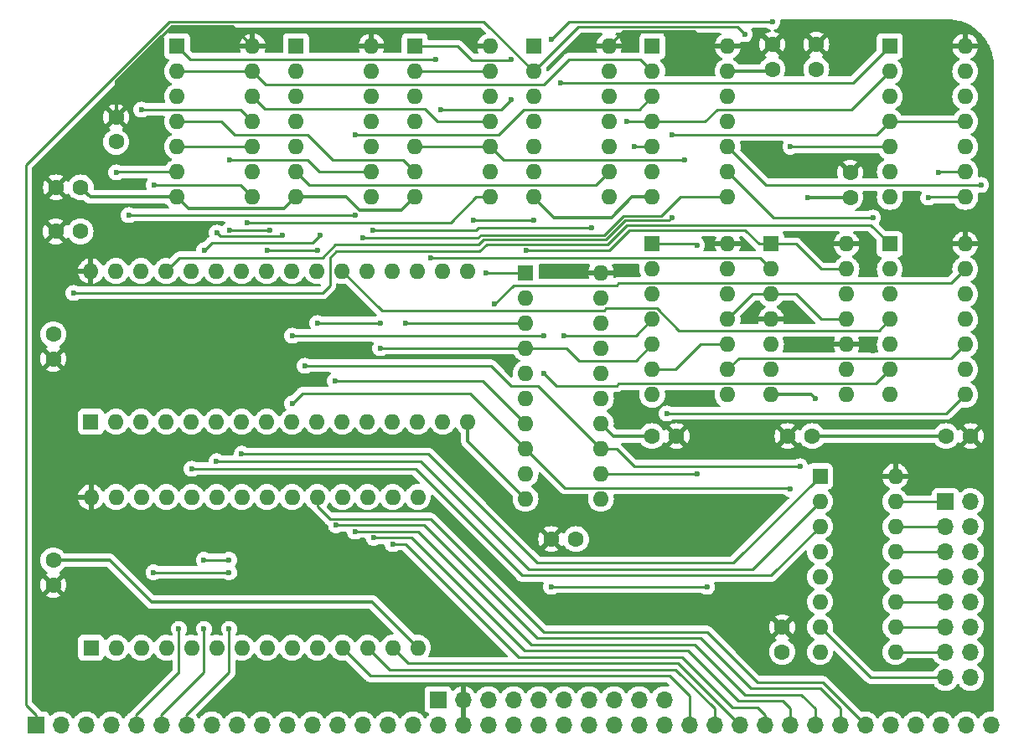
<source format=gbl>
G04 #@! TF.GenerationSoftware,KiCad,Pcbnew,6.0.2+dfsg-1*
G04 #@! TF.CreationDate,2024-02-05T13:25:34-05:00*
G04 #@! TF.ProjectId,megacart-ram,6d656761-6361-4727-942d-72616d2e6b69,rev?*
G04 #@! TF.SameCoordinates,Original*
G04 #@! TF.FileFunction,Copper,L2,Bot*
G04 #@! TF.FilePolarity,Positive*
%FSLAX46Y46*%
G04 Gerber Fmt 4.6, Leading zero omitted, Abs format (unit mm)*
G04 Created by KiCad (PCBNEW 6.0.2+dfsg-1) date 2024-02-05 13:25:34*
%MOMM*%
%LPD*%
G01*
G04 APERTURE LIST*
G04 #@! TA.AperFunction,ComponentPad*
%ADD10R,1.700000X1.700000*%
G04 #@! TD*
G04 #@! TA.AperFunction,ComponentPad*
%ADD11O,1.700000X1.700000*%
G04 #@! TD*
G04 #@! TA.AperFunction,ComponentPad*
%ADD12R,1.600000X1.600000*%
G04 #@! TD*
G04 #@! TA.AperFunction,ComponentPad*
%ADD13O,1.600000X1.600000*%
G04 #@! TD*
G04 #@! TA.AperFunction,ComponentPad*
%ADD14C,1.600000*%
G04 #@! TD*
G04 #@! TA.AperFunction,ViaPad*
%ADD15C,0.600000*%
G04 #@! TD*
G04 #@! TA.AperFunction,Conductor*
%ADD16C,0.350000*%
G04 #@! TD*
G04 #@! TA.AperFunction,Conductor*
%ADD17C,0.250000*%
G04 #@! TD*
G04 APERTURE END LIST*
D10*
X155702000Y-151612600D03*
D11*
X158242000Y-151612600D03*
X160782000Y-151612600D03*
X163322000Y-151612600D03*
X165862000Y-151612600D03*
X168402000Y-151612600D03*
X170942000Y-151612600D03*
X173482000Y-151612600D03*
X176022000Y-151612600D03*
X178562000Y-151612600D03*
X181102000Y-151612600D03*
X183642000Y-151612600D03*
X186182000Y-151612600D03*
X188722000Y-151612600D03*
X191262000Y-151612600D03*
X193802000Y-151612600D03*
X196342000Y-151612600D03*
X198882000Y-151612600D03*
X201422000Y-151612600D03*
X203962000Y-151612600D03*
X206502000Y-151612600D03*
X209042000Y-151612600D03*
X211582000Y-151612600D03*
X214122000Y-151612600D03*
X216662000Y-151612600D03*
X219202000Y-151612600D03*
X221742000Y-151612600D03*
X224282000Y-151612600D03*
X226822000Y-151612600D03*
X229362000Y-151612600D03*
X231902000Y-151612600D03*
X234442000Y-151612600D03*
X236982000Y-151612600D03*
X239522000Y-151612600D03*
X242062000Y-151612600D03*
X244602000Y-151612600D03*
X247142000Y-151612600D03*
X249682000Y-151612600D03*
X252222000Y-151612600D03*
D10*
X196342000Y-149072600D03*
D11*
X198882000Y-149072600D03*
X201422000Y-149072600D03*
X203962000Y-149072600D03*
X206502000Y-149072600D03*
X209042000Y-149072600D03*
X211582000Y-149072600D03*
X214122000Y-149072600D03*
X216662000Y-149072600D03*
X219202000Y-149072600D03*
D12*
X242000000Y-103000000D03*
D13*
X242000000Y-105540000D03*
X242000000Y-108080000D03*
X242000000Y-110620000D03*
X242000000Y-113160000D03*
X242000000Y-115700000D03*
X242000000Y-118240000D03*
X249620000Y-118240000D03*
X249620000Y-115700000D03*
X249620000Y-113160000D03*
X249620000Y-110620000D03*
X249620000Y-108080000D03*
X249620000Y-105540000D03*
X249620000Y-103000000D03*
D14*
X231668000Y-122428000D03*
X234168000Y-122428000D03*
X157480000Y-137480000D03*
X157480000Y-134980000D03*
D12*
X230000000Y-103000000D03*
D13*
X230000000Y-105540000D03*
X230000000Y-108080000D03*
X230000000Y-110620000D03*
X230000000Y-113160000D03*
X230000000Y-115700000D03*
X230000000Y-118240000D03*
X237620000Y-118240000D03*
X237620000Y-115700000D03*
X237620000Y-113160000D03*
X237620000Y-110620000D03*
X237620000Y-108080000D03*
X237620000Y-105540000D03*
X237620000Y-103000000D03*
D14*
X250170000Y-122428000D03*
X247670000Y-122428000D03*
D12*
X170000000Y-83000000D03*
D13*
X170000000Y-85540000D03*
X170000000Y-88080000D03*
X170000000Y-90620000D03*
X170000000Y-93160000D03*
X170000000Y-95700000D03*
X170000000Y-98240000D03*
X177620000Y-98240000D03*
X177620000Y-95700000D03*
X177620000Y-93160000D03*
X177620000Y-90620000D03*
X177620000Y-88080000D03*
X177620000Y-85540000D03*
X177620000Y-83000000D03*
D14*
X157480000Y-114620000D03*
X157480000Y-112120000D03*
D10*
X247635000Y-129047000D03*
D11*
X250175000Y-129047000D03*
X247635000Y-131587000D03*
X250175000Y-131587000D03*
X247635000Y-134127000D03*
X250175000Y-134127000D03*
X247635000Y-136667000D03*
X250175000Y-136667000D03*
X247635000Y-139207000D03*
X250175000Y-139207000D03*
X247635000Y-141747000D03*
X250175000Y-141747000D03*
X247635000Y-144287000D03*
X250175000Y-144287000D03*
X247635000Y-146827000D03*
X250175000Y-146827000D03*
D14*
X220452000Y-122428000D03*
X217952000Y-122428000D03*
D12*
X161280000Y-120975000D03*
D13*
X163820000Y-120975000D03*
X166360000Y-120975000D03*
X168900000Y-120975000D03*
X171440000Y-120975000D03*
X173980000Y-120975000D03*
X176520000Y-120975000D03*
X179060000Y-120975000D03*
X181600000Y-120975000D03*
X184140000Y-120975000D03*
X186680000Y-120975000D03*
X189220000Y-120975000D03*
X191760000Y-120975000D03*
X194300000Y-120975000D03*
X196840000Y-120975000D03*
X199380000Y-120975000D03*
X199380000Y-105735000D03*
X196840000Y-105735000D03*
X194300000Y-105735000D03*
X191760000Y-105735000D03*
X189220000Y-105735000D03*
X186680000Y-105735000D03*
X184140000Y-105735000D03*
X181600000Y-105735000D03*
X179060000Y-105735000D03*
X176520000Y-105735000D03*
X173980000Y-105735000D03*
X171440000Y-105735000D03*
X168900000Y-105735000D03*
X166360000Y-105735000D03*
X163820000Y-105735000D03*
X161280000Y-105735000D03*
D12*
X242000000Y-83000000D03*
D13*
X242000000Y-85540000D03*
X242000000Y-88080000D03*
X242000000Y-90620000D03*
X242000000Y-93160000D03*
X242000000Y-95700000D03*
X242000000Y-98240000D03*
X249620000Y-98240000D03*
X249620000Y-95700000D03*
X249620000Y-93160000D03*
X249620000Y-90620000D03*
X249620000Y-88080000D03*
X249620000Y-85540000D03*
X249620000Y-83000000D03*
D12*
X234950000Y-126492000D03*
D13*
X234950000Y-129032000D03*
X234950000Y-131572000D03*
X234950000Y-134112000D03*
X234950000Y-136652000D03*
X234950000Y-139192000D03*
X234950000Y-141732000D03*
X234950000Y-144272000D03*
X242570000Y-144272000D03*
X242570000Y-141732000D03*
X242570000Y-139192000D03*
X242570000Y-136652000D03*
X242570000Y-134112000D03*
X242570000Y-131572000D03*
X242570000Y-129032000D03*
X242570000Y-126492000D03*
D12*
X182000000Y-83000000D03*
D13*
X182000000Y-85540000D03*
X182000000Y-88080000D03*
X182000000Y-90620000D03*
X182000000Y-93160000D03*
X182000000Y-95700000D03*
X182000000Y-98240000D03*
X189620000Y-98240000D03*
X189620000Y-95700000D03*
X189620000Y-93160000D03*
X189620000Y-90620000D03*
X189620000Y-88080000D03*
X189620000Y-85540000D03*
X189620000Y-83000000D03*
D12*
X218000000Y-103000000D03*
D13*
X218000000Y-105540000D03*
X218000000Y-108080000D03*
X218000000Y-110620000D03*
X218000000Y-113160000D03*
X218000000Y-115700000D03*
X218000000Y-118240000D03*
X225620000Y-118240000D03*
X225620000Y-115700000D03*
X225620000Y-113160000D03*
X225620000Y-110620000D03*
X225620000Y-108080000D03*
X225620000Y-105540000D03*
X225620000Y-103000000D03*
D14*
X231130000Y-141752000D03*
X231130000Y-144252000D03*
X230124000Y-82824000D03*
X230124000Y-85324000D03*
X237998000Y-95778000D03*
X237998000Y-98278000D03*
D12*
X205200000Y-105918000D03*
D13*
X205200000Y-108458000D03*
X205200000Y-110998000D03*
X205200000Y-113538000D03*
X205200000Y-116078000D03*
X205200000Y-118618000D03*
X205200000Y-121158000D03*
X205200000Y-123698000D03*
X205200000Y-126238000D03*
X205200000Y-128778000D03*
X212820000Y-128778000D03*
X212820000Y-126238000D03*
X212820000Y-123698000D03*
X212820000Y-121158000D03*
X212820000Y-118618000D03*
X212820000Y-116078000D03*
X212820000Y-113538000D03*
X212820000Y-110998000D03*
X212820000Y-108458000D03*
X212820000Y-105918000D03*
D12*
X218000000Y-83000000D03*
D13*
X218000000Y-85540000D03*
X218000000Y-88080000D03*
X218000000Y-90620000D03*
X218000000Y-93160000D03*
X218000000Y-95700000D03*
X218000000Y-98240000D03*
X225620000Y-98240000D03*
X225620000Y-95700000D03*
X225620000Y-93160000D03*
X225620000Y-90620000D03*
X225620000Y-88080000D03*
X225620000Y-85540000D03*
X225620000Y-83000000D03*
D14*
X234569000Y-82824000D03*
X234569000Y-85324000D03*
D12*
X194000000Y-83000000D03*
D13*
X194000000Y-85540000D03*
X194000000Y-88080000D03*
X194000000Y-90620000D03*
X194000000Y-93160000D03*
X194000000Y-95700000D03*
X194000000Y-98240000D03*
X201620000Y-98240000D03*
X201620000Y-95700000D03*
X201620000Y-93160000D03*
X201620000Y-90620000D03*
X201620000Y-88080000D03*
X201620000Y-85540000D03*
X201620000Y-83000000D03*
D14*
X157734000Y-101727000D03*
X160234000Y-101727000D03*
X163830000Y-90170000D03*
X163830000Y-92670000D03*
D12*
X206000000Y-83000000D03*
D13*
X206000000Y-85540000D03*
X206000000Y-88080000D03*
X206000000Y-90620000D03*
X206000000Y-93160000D03*
X206000000Y-95700000D03*
X206000000Y-98240000D03*
X213620000Y-98240000D03*
X213620000Y-95700000D03*
X213620000Y-93160000D03*
X213620000Y-90620000D03*
X213620000Y-88080000D03*
X213620000Y-85540000D03*
X213620000Y-83000000D03*
D14*
X207792000Y-132842000D03*
X210292000Y-132842000D03*
D12*
X161290000Y-143835000D03*
D13*
X163830000Y-143835000D03*
X166370000Y-143835000D03*
X168910000Y-143835000D03*
X171450000Y-143835000D03*
X173990000Y-143835000D03*
X176530000Y-143835000D03*
X179070000Y-143835000D03*
X181610000Y-143835000D03*
X184150000Y-143835000D03*
X186690000Y-143835000D03*
X189230000Y-143835000D03*
X191770000Y-143835000D03*
X194310000Y-143835000D03*
X194310000Y-128595000D03*
X191770000Y-128595000D03*
X189230000Y-128595000D03*
X186690000Y-128595000D03*
X184150000Y-128595000D03*
X181610000Y-128595000D03*
X179070000Y-128595000D03*
X176530000Y-128595000D03*
X173990000Y-128595000D03*
X171450000Y-128595000D03*
X168910000Y-128595000D03*
X166370000Y-128595000D03*
X163830000Y-128595000D03*
X161290000Y-128595000D03*
D14*
X157754000Y-97282000D03*
X160254000Y-97282000D03*
D15*
X234442000Y-118618000D03*
X233680000Y-98298000D03*
X227838000Y-122428000D03*
X210312000Y-105918000D03*
X198882000Y-132334000D03*
X198120000Y-143510000D03*
X240284000Y-113792000D03*
X223520000Y-137668000D03*
X207772000Y-137668000D03*
X240284000Y-100330000D03*
X227330000Y-81788000D03*
X159512000Y-107950000D03*
X172720000Y-103632000D03*
X184404000Y-102108000D03*
X179070000Y-103632000D03*
X170170000Y-141925000D03*
X184150000Y-103632000D03*
X190500000Y-110998000D03*
X175250000Y-134940000D03*
X184150000Y-110998000D03*
X172710000Y-134940000D03*
X172710000Y-141925000D03*
X175250000Y-136210000D03*
X167630000Y-136210000D03*
X175250000Y-141925000D03*
X175260000Y-94488000D03*
X173990000Y-101854000D03*
X180594000Y-102108000D03*
X179324000Y-101600000D03*
X175260000Y-101600000D03*
X171450000Y-125730000D03*
X173980000Y-124978000D03*
X176520000Y-124216000D03*
X182880000Y-115316000D03*
X232918000Y-125476000D03*
X181610000Y-119126000D03*
X231902000Y-127762000D03*
X209042000Y-112268000D03*
X185928000Y-116840000D03*
X190500000Y-113538000D03*
X193040000Y-110998000D03*
X205232000Y-103632000D03*
X201168000Y-105918000D03*
X215450000Y-90620000D03*
X216212000Y-93160000D03*
X195580000Y-104394000D03*
X191770000Y-133350000D03*
X189865000Y-132715000D03*
X187960000Y-132080000D03*
X186055000Y-131445000D03*
X202057000Y-109093000D03*
X187960000Y-91948000D03*
X165100000Y-100076000D03*
X187960000Y-100076000D03*
X167640000Y-97028000D03*
X207010000Y-116078000D03*
X181610000Y-112268000D03*
X207010000Y-112268000D03*
X219964000Y-100330000D03*
X166370000Y-89408000D03*
X163830000Y-95758000D03*
X188722000Y-102362000D03*
X231960000Y-93160000D03*
X246888000Y-95758000D03*
X189738000Y-101600000D03*
X211836000Y-101346000D03*
X230124000Y-80518000D03*
X207772000Y-82296000D03*
X208699489Y-86702511D03*
X219964000Y-91948000D03*
X245872000Y-98298000D03*
X221234000Y-94488000D03*
X219456000Y-120142000D03*
X251206000Y-97028000D03*
X203708000Y-84328000D03*
X196088000Y-84328000D03*
X203708000Y-88392000D03*
X196596000Y-89408000D03*
X177038000Y-100838000D03*
X205994000Y-100584000D03*
X199898000Y-100584000D03*
X222504000Y-103124000D03*
X222504000Y-126238000D03*
D16*
X199380000Y-122958000D02*
X199380000Y-120975000D01*
X161212000Y-98240000D02*
X160254000Y-97282000D01*
X189667000Y-139192000D02*
X167386000Y-139192000D01*
X182000000Y-98240000D02*
X180825489Y-99414511D01*
X188405904Y-99568000D02*
X187077904Y-98240000D01*
X194310000Y-143835000D02*
X189667000Y-139192000D01*
X214090000Y-122428000D02*
X212820000Y-121158000D01*
X187077904Y-98240000D02*
X182000000Y-98240000D01*
X170000000Y-98240000D02*
X161212000Y-98240000D01*
X180825489Y-99414511D02*
X171174511Y-99414511D01*
X229908000Y-85540000D02*
X230124000Y-85324000D01*
X230000000Y-118240000D02*
X234064000Y-118240000D01*
X225620000Y-85540000D02*
X229908000Y-85540000D01*
X218000000Y-98240000D02*
X215958000Y-98240000D01*
X167386000Y-139192000D02*
X163174000Y-134980000D01*
X234064000Y-118240000D02*
X234442000Y-118618000D01*
X233700000Y-98278000D02*
X233680000Y-98298000D01*
X194000000Y-98240000D02*
X192672000Y-99568000D01*
X213868000Y-100330000D02*
X208026000Y-100330000D01*
X208026000Y-100330000D02*
X206000000Y-98304000D01*
X171174511Y-99414511D02*
X170000000Y-98240000D01*
X192672000Y-99568000D02*
X188405904Y-99568000D01*
X217952000Y-122428000D02*
X214090000Y-122428000D01*
X215958000Y-98240000D02*
X213868000Y-100330000D01*
X234168000Y-122428000D02*
X247670000Y-122428000D01*
X163174000Y-134980000D02*
X157480000Y-134980000D01*
X237998000Y-98278000D02*
X233700000Y-98278000D01*
X206000000Y-98304000D02*
X206000000Y-98240000D01*
X205200000Y-128778000D02*
X199380000Y-122958000D01*
X215094480Y-81525520D02*
X222258480Y-81525520D01*
X237620000Y-113160000D02*
X239652000Y-113160000D01*
X222258480Y-81525520D02*
X223732960Y-83000000D01*
X175637520Y-81017520D02*
X169418000Y-81017520D01*
X169418000Y-81017520D02*
X163889260Y-86546260D01*
X223732960Y-83000000D02*
X225620000Y-83000000D01*
X177620000Y-83000000D02*
X175637520Y-81017520D01*
X239652000Y-113160000D02*
X240284000Y-113792000D01*
X163830000Y-86605520D02*
X163830000Y-90170000D01*
X213620000Y-83000000D02*
X215094480Y-81525520D01*
D17*
X223520000Y-137668000D02*
X207772000Y-137668000D01*
X225620000Y-95700000D02*
X230250000Y-100330000D01*
X210514000Y-81026000D02*
X226568000Y-81026000D01*
X200978000Y-80518000D02*
X206000000Y-85540000D01*
X230250000Y-100330000D02*
X240284000Y-100330000D01*
X154686000Y-149606000D02*
X154686000Y-94996000D01*
X155702000Y-151612600D02*
X155702000Y-150622000D01*
X206000000Y-85540000D02*
X210514000Y-81026000D01*
X154686000Y-94996000D02*
X169164000Y-80518000D01*
X155702000Y-150622000D02*
X154686000Y-149606000D01*
X226568000Y-81026000D02*
X227330000Y-81788000D01*
X169164000Y-80518000D02*
X200978000Y-80518000D01*
X184658000Y-107950000D02*
X159512000Y-107950000D01*
X240061000Y-101061000D02*
X215423000Y-101061000D01*
X242000000Y-103000000D02*
X240061000Y-101061000D01*
X213476511Y-103007489D02*
X201284511Y-103007489D01*
X215423000Y-101061000D02*
X213476511Y-103007489D01*
X200533000Y-103759000D02*
X186055000Y-103759000D01*
X185420000Y-107188000D02*
X184658000Y-107950000D01*
X185420000Y-104394000D02*
X185420000Y-107188000D01*
X186055000Y-103759000D02*
X185420000Y-104394000D01*
X201284511Y-103007489D02*
X200533000Y-103759000D01*
X173482000Y-102870000D02*
X172720000Y-103632000D01*
X183642000Y-102870000D02*
X173482000Y-102870000D01*
X184404000Y-102108000D02*
X183642000Y-102870000D01*
X170170000Y-141925000D02*
X170170000Y-146370000D01*
X170170000Y-146344600D02*
X165852000Y-150662600D01*
X184150000Y-103632000D02*
X179070000Y-103632000D01*
X172710000Y-146344600D02*
X172710000Y-141925000D01*
X168392000Y-150662600D02*
X172710000Y-146344600D01*
X175250000Y-134940000D02*
X172710000Y-134940000D01*
X190500000Y-110998000D02*
X184150000Y-110998000D01*
X175250000Y-146344600D02*
X175250000Y-141925000D01*
X189620000Y-95700000D02*
X184346000Y-95700000D01*
X170932000Y-150662600D02*
X175250000Y-146344600D01*
X184346000Y-95700000D02*
X183134000Y-94488000D01*
X183134000Y-94488000D02*
X175260000Y-94488000D01*
X167630000Y-136210000D02*
X175250000Y-136210000D01*
X174360511Y-102224511D02*
X173990000Y-101854000D01*
X180594000Y-102108000D02*
X180477489Y-102224511D01*
X180477489Y-102224511D02*
X174360511Y-102224511D01*
X229997000Y-136525000D02*
X234950000Y-131572000D01*
X171450000Y-125730000D02*
X194056000Y-125730000D01*
X194056000Y-125730000D02*
X204851000Y-136525000D01*
X179324000Y-101600000D02*
X175260000Y-101600000D01*
X204851000Y-136525000D02*
X229997000Y-136525000D01*
X205486000Y-135890000D02*
X228092000Y-135890000D01*
X173980000Y-124978000D02*
X194574000Y-124978000D01*
X194574000Y-124978000D02*
X205486000Y-135890000D01*
X228092000Y-135890000D02*
X234950000Y-129032000D01*
X226187000Y-135255000D02*
X234950000Y-126492000D01*
X176520000Y-124216000D02*
X195336000Y-124216000D01*
X206375000Y-135255000D02*
X226187000Y-135255000D01*
X195336000Y-124216000D02*
X206375000Y-135255000D01*
X182880000Y-115316000D02*
X201676000Y-115316000D01*
X216154000Y-125476000D02*
X214376000Y-123698000D01*
X206470000Y-117348000D02*
X212820000Y-123698000D01*
X214376000Y-123698000D02*
X212820000Y-123698000D01*
X201676000Y-115316000D02*
X203708000Y-117348000D01*
X232918000Y-125476000D02*
X216154000Y-125476000D01*
X203708000Y-117348000D02*
X206470000Y-117348000D01*
X205200000Y-123698000D02*
X209155489Y-127653489D01*
X182626000Y-118110000D02*
X199612000Y-118110000D01*
X199612000Y-118110000D02*
X205200000Y-123698000D01*
X231793489Y-127653489D02*
X231902000Y-127762000D01*
X209155489Y-127653489D02*
X231793489Y-127653489D01*
X181610000Y-119126000D02*
X182626000Y-118110000D01*
X200882000Y-116840000D02*
X205200000Y-121158000D01*
X209042000Y-112268000D02*
X216352000Y-112268000D01*
X185928000Y-116840000D02*
X200882000Y-116840000D01*
X218000000Y-110620000D02*
X216352000Y-112268000D01*
X210566000Y-114808000D02*
X209296000Y-113538000D01*
X218000000Y-113160000D02*
X216352000Y-114808000D01*
X216352000Y-114808000D02*
X210566000Y-114808000D01*
X205200000Y-113538000D02*
X190500000Y-113538000D01*
X209296000Y-113538000D02*
X205200000Y-113538000D01*
X205200000Y-110998000D02*
X193040000Y-110998000D01*
X215646000Y-101600000D02*
X213614000Y-103632000D01*
X232540000Y-103000000D02*
X230000000Y-103000000D01*
X235080000Y-105540000D02*
X232540000Y-103000000D01*
X237620000Y-105540000D02*
X235080000Y-105540000D01*
X227389700Y-101600000D02*
X215646000Y-101600000D01*
X205200000Y-105918000D02*
X201168000Y-105918000D01*
X213614000Y-103632000D02*
X205232000Y-103632000D01*
X230000000Y-103000000D02*
X228789700Y-103000000D01*
X228789700Y-103000000D02*
X227389700Y-101600000D01*
X224536000Y-89408000D02*
X238132000Y-89408000D01*
X238132000Y-89408000D02*
X242000000Y-85540000D01*
X223324000Y-90620000D02*
X224536000Y-89408000D01*
X218000000Y-90620000D02*
X215450000Y-90620000D01*
X218000000Y-90620000D02*
X223324000Y-90620000D01*
X218000000Y-93160000D02*
X216212000Y-93160000D01*
X221742000Y-148717000D02*
X219710000Y-146685000D01*
X195580000Y-104394000D02*
X228854000Y-104394000D01*
X230000000Y-105540000D02*
X228854000Y-104394000D01*
X221742000Y-151612600D02*
X221742000Y-148717000D01*
X219710000Y-146685000D02*
X189540718Y-146685000D01*
X189540718Y-146685000D02*
X189540359Y-146685359D01*
X189540359Y-146685359D02*
X186690000Y-143835000D01*
X224282000Y-149987000D02*
X220345000Y-146050000D01*
X224282000Y-151612600D02*
X224282000Y-149987000D01*
X191445000Y-146050000D02*
X189230000Y-143835000D01*
X220345000Y-146050000D02*
X191445000Y-146050000D01*
X226822000Y-151612600D02*
X220624400Y-145415000D01*
X193350000Y-145415000D02*
X191770000Y-143835000D01*
X220624400Y-145415000D02*
X193350000Y-145415000D01*
X226060000Y-149860000D02*
X220980000Y-144780000D01*
X229362000Y-150622000D02*
X228600000Y-149860000D01*
X204470000Y-144780000D02*
X193040000Y-133350000D01*
X193040000Y-133350000D02*
X191770000Y-133350000D01*
X228600000Y-149860000D02*
X226060000Y-149860000D01*
X229362000Y-151612600D02*
X229362000Y-150622000D01*
X220980000Y-144780000D02*
X204470000Y-144780000D01*
X226695000Y-149225000D02*
X221615000Y-144145000D01*
X193675000Y-132715000D02*
X189865000Y-132715000D01*
X231140000Y-149225000D02*
X226695000Y-149225000D01*
X221615000Y-144145000D02*
X205105000Y-144145000D01*
X205105000Y-144145000D02*
X193675000Y-132715000D01*
X231902000Y-151612600D02*
X231902000Y-149987000D01*
X231902000Y-149987000D02*
X231140000Y-149225000D01*
X222250000Y-143510000D02*
X205740000Y-143510000D01*
X194310000Y-132080000D02*
X187960000Y-132080000D01*
X234442000Y-149987000D02*
X233045000Y-148590000D01*
X233045000Y-148590000D02*
X227330000Y-148590000D01*
X234442000Y-151612600D02*
X234442000Y-149987000D01*
X205740000Y-143510000D02*
X194310000Y-132080000D01*
X227330000Y-148590000D02*
X222250000Y-143510000D01*
X227965000Y-147955000D02*
X222885000Y-142875000D01*
X234950000Y-147955000D02*
X227965000Y-147955000D01*
X236982000Y-151612600D02*
X236982000Y-149987000D01*
X206375000Y-142875000D02*
X194945000Y-131445000D01*
X222885000Y-142875000D02*
X206375000Y-142875000D01*
X194945000Y-131445000D02*
X186055000Y-131445000D01*
X236982000Y-149987000D02*
X234950000Y-147955000D01*
X207010000Y-142240000D02*
X223520000Y-142240000D01*
X184150000Y-129540000D02*
X185420000Y-130810000D01*
X235229400Y-147320000D02*
X239522000Y-151612600D01*
X223520000Y-142240000D02*
X228600000Y-147320000D01*
X228600000Y-147320000D02*
X235229400Y-147320000D01*
X185420000Y-130810000D02*
X195580000Y-130810000D01*
X195580000Y-130810000D02*
X207010000Y-142240000D01*
X184150000Y-128595000D02*
X184150000Y-129540000D01*
X214608511Y-106955489D02*
X248204511Y-106955489D01*
X203962000Y-107188000D02*
X202057000Y-109093000D01*
X249620000Y-105540000D02*
X248204511Y-106955489D01*
X214608511Y-106955489D02*
X214376000Y-107188000D01*
X214376000Y-107188000D02*
X203962000Y-107188000D01*
X242585000Y-129047000D02*
X242570000Y-129032000D01*
X247635000Y-129047000D02*
X242585000Y-129047000D01*
X242570000Y-139192000D02*
X247620000Y-139192000D01*
X247620000Y-139192000D02*
X247635000Y-139207000D01*
X242570000Y-131572000D02*
X247620000Y-131572000D01*
X247620000Y-131572000D02*
X247635000Y-131587000D01*
X242570000Y-141732000D02*
X247620000Y-141732000D01*
X247620000Y-141732000D02*
X247635000Y-141747000D01*
X247620000Y-134112000D02*
X247635000Y-134127000D01*
X242570000Y-134112000D02*
X247620000Y-134112000D01*
X242570000Y-144272000D02*
X247620000Y-144272000D01*
X247620000Y-144272000D02*
X247635000Y-144287000D01*
X242570000Y-136652000D02*
X247620000Y-136652000D01*
X247620000Y-136652000D02*
X247635000Y-136667000D01*
X247635000Y-146827000D02*
X240045000Y-146827000D01*
X240045000Y-146827000D02*
X234950000Y-141732000D01*
X216672000Y-89408000D02*
X204978000Y-89408000D01*
X218000000Y-88080000D02*
X216672000Y-89408000D01*
X165100000Y-100076000D02*
X187960000Y-100076000D01*
X204978000Y-89408000D02*
X202438000Y-91948000D01*
X202438000Y-91948000D02*
X187960000Y-91948000D01*
X167640000Y-97028000D02*
X176408000Y-97028000D01*
X176408000Y-97028000D02*
X177620000Y-98240000D01*
X240875489Y-111744511D02*
X220714811Y-111744511D01*
X242000000Y-110620000D02*
X240875489Y-111744511D01*
X213338511Y-109495489D02*
X213106000Y-109728000D01*
X218465789Y-109495489D02*
X213338511Y-109495489D01*
X220714811Y-111744511D02*
X218465789Y-109495489D01*
X213106000Y-109728000D02*
X190673000Y-109728000D01*
X190673000Y-109728000D02*
X186680000Y-105735000D01*
X214608511Y-117115489D02*
X214376000Y-117348000D01*
X208280000Y-117348000D02*
X214376000Y-117348000D01*
X242000000Y-115700000D02*
X240584511Y-117115489D01*
X181610000Y-112268000D02*
X207010000Y-112268000D01*
X240584511Y-117115489D02*
X214608511Y-117115489D01*
X208280000Y-117348000D02*
X207010000Y-116078000D01*
X200474520Y-103055480D02*
X185996520Y-103055480D01*
X185996520Y-103055480D02*
X184658000Y-104394000D01*
X184658000Y-104394000D02*
X170241000Y-104394000D01*
X170241000Y-104394000D02*
X168900000Y-105735000D01*
X213296141Y-102552141D02*
X200977859Y-102552141D01*
X215236802Y-100611480D02*
X213296141Y-102552141D01*
X219964000Y-100330000D02*
X219682520Y-100611480D01*
X200977859Y-102552141D02*
X200474520Y-103055480D01*
X219682520Y-100611480D02*
X215236802Y-100611480D01*
X176408000Y-89408000D02*
X166370000Y-89408000D01*
X177620000Y-90620000D02*
X176408000Y-89408000D01*
X163888000Y-95700000D02*
X163830000Y-95758000D01*
X170000000Y-95700000D02*
X163888000Y-95700000D01*
X215050605Y-100161960D02*
X213109943Y-102102621D01*
X200655339Y-102102621D02*
X200395960Y-102362000D01*
X225620000Y-98240000D02*
X220842480Y-98240000D01*
X218920520Y-100161960D02*
X220842480Y-98240000D01*
X213109943Y-102102621D02*
X200655339Y-102102621D01*
X218920520Y-100161960D02*
X215050605Y-100161960D01*
X200395960Y-102362000D02*
X188722000Y-102362000D01*
X230000000Y-108080000D02*
X228160000Y-108080000D01*
X237620000Y-110620000D02*
X235080000Y-110620000D01*
X228160000Y-108080000D02*
X225620000Y-110620000D01*
X232540000Y-108080000D02*
X230000000Y-108080000D01*
X235080000Y-110620000D02*
X232540000Y-108080000D01*
X242000000Y-93160000D02*
X231960000Y-93160000D01*
X246946000Y-95700000D02*
X249620000Y-95700000D01*
X246888000Y-95758000D02*
X246946000Y-95700000D01*
X213620000Y-95700000D02*
X212292000Y-97028000D01*
X212292000Y-97028000D02*
X183328000Y-97028000D01*
X183328000Y-97028000D02*
X182000000Y-95700000D01*
X211836000Y-101346000D02*
X200454440Y-101346000D01*
X200454440Y-101346000D02*
X200200440Y-101600000D01*
X189738000Y-101600000D02*
X200200440Y-101600000D01*
X209550000Y-80518000D02*
X207772000Y-82296000D01*
X209550000Y-80518000D02*
X230124000Y-80518000D01*
X238297489Y-86702511D02*
X208699489Y-86702511D01*
X242000000Y-83000000D02*
X238297489Y-86702511D01*
X242000000Y-90620000D02*
X240672000Y-91948000D01*
X209550000Y-84328000D02*
X207010000Y-86868000D01*
X170000000Y-93160000D02*
X177620000Y-93160000D01*
X178948000Y-86868000D02*
X177620000Y-85540000D01*
X249620000Y-90620000D02*
X242000000Y-90620000D01*
X240672000Y-91948000D02*
X219964000Y-91948000D01*
X170000000Y-85540000D02*
X177620000Y-85540000D01*
X218000000Y-85540000D02*
X216788000Y-84328000D01*
X207010000Y-86868000D02*
X178948000Y-86868000D01*
X216788000Y-84328000D02*
X209550000Y-84328000D01*
X245930000Y-98240000D02*
X245872000Y-98298000D01*
X249620000Y-98240000D02*
X245930000Y-98240000D01*
X202948000Y-94488000D02*
X201620000Y-93160000D01*
X247718000Y-120142000D02*
X249620000Y-118240000D01*
X221234000Y-94488000D02*
X202948000Y-94488000D01*
X219456000Y-120142000D02*
X247718000Y-120142000D01*
X201620000Y-85540000D02*
X194000000Y-85540000D01*
X201620000Y-93160000D02*
X194000000Y-93160000D01*
X248204511Y-114575489D02*
X226744511Y-114575489D01*
X226744511Y-114575489D02*
X225620000Y-115700000D01*
X249620000Y-113160000D02*
X248204511Y-114575489D01*
X251206000Y-97028000D02*
X229488000Y-97028000D01*
X229488000Y-97028000D02*
X225620000Y-93160000D01*
X199731489Y-84415489D02*
X198316000Y-83000000D01*
X203708000Y-84328000D02*
X203620511Y-84415489D01*
X198316000Y-83000000D02*
X194000000Y-83000000D01*
X203620511Y-84415489D02*
X199731489Y-84415489D01*
X170000000Y-83000000D02*
X171328000Y-84328000D01*
X171328000Y-84328000D02*
X196088000Y-84328000D01*
X203708000Y-88392000D02*
X202692000Y-89408000D01*
X202692000Y-89408000D02*
X196596000Y-89408000D01*
X183134000Y-91948000D02*
X175768000Y-91948000D01*
X174440000Y-90620000D02*
X170000000Y-90620000D01*
X192788000Y-94488000D02*
X185674000Y-94488000D01*
X175768000Y-91948000D02*
X174440000Y-90620000D01*
X185674000Y-94488000D02*
X183134000Y-91948000D01*
X194000000Y-95700000D02*
X192788000Y-94488000D01*
X197612000Y-100838000D02*
X177038000Y-100838000D01*
X200210000Y-98240000D02*
X197612000Y-100838000D01*
X201620000Y-98240000D02*
X200210000Y-98240000D01*
X205994000Y-100584000D02*
X199898000Y-100584000D01*
X201620000Y-90620000D02*
X196284000Y-90620000D01*
X177620000Y-88080000D02*
X178882000Y-89342000D01*
X195006000Y-89342000D02*
X178882000Y-89342000D01*
X196284000Y-90620000D02*
X195006000Y-89342000D01*
X222380000Y-103000000D02*
X222504000Y-103124000D01*
X218000000Y-103000000D02*
X222380000Y-103000000D01*
X212820000Y-126238000D02*
X222504000Y-126238000D01*
X218000000Y-115700000D02*
X220342000Y-115700000D01*
X220342000Y-115700000D02*
X222882000Y-113160000D01*
X222882000Y-113160000D02*
X225620000Y-113160000D01*
G04 #@! TA.AperFunction,Conductor*
G36*
X185488959Y-144400339D02*
G01*
X185534195Y-144452543D01*
X185550151Y-144486762D01*
X185550154Y-144486767D01*
X185552477Y-144491749D01*
X185683802Y-144679300D01*
X185845700Y-144841198D01*
X185850208Y-144844355D01*
X185850211Y-144844357D01*
X185891542Y-144873297D01*
X186033251Y-144972523D01*
X186038233Y-144974846D01*
X186038238Y-144974849D01*
X186223633Y-145061299D01*
X186240757Y-145069284D01*
X186246065Y-145070706D01*
X186246067Y-145070707D01*
X186456598Y-145127119D01*
X186456600Y-145127119D01*
X186461913Y-145128543D01*
X186690000Y-145148498D01*
X186918087Y-145128543D01*
X186923398Y-145127120D01*
X186923409Y-145127118D01*
X186981541Y-145111541D01*
X187052517Y-145113230D01*
X187103248Y-145144152D01*
X189040503Y-147081407D01*
X189045399Y-147086787D01*
X189048718Y-147092018D01*
X189053252Y-147096276D01*
X189056415Y-147100488D01*
X189056932Y-147101074D01*
X189061387Y-147107630D01*
X189067335Y-147112874D01*
X189067336Y-147112875D01*
X189103522Y-147144777D01*
X189109292Y-147150196D01*
X189120589Y-147161493D01*
X189123716Y-147163919D01*
X189123719Y-147163921D01*
X189128038Y-147167271D01*
X189137067Y-147174982D01*
X189165397Y-147201586D01*
X189170827Y-147204571D01*
X189174843Y-147207789D01*
X189175505Y-147208239D01*
X189181449Y-147213479D01*
X189188506Y-147217075D01*
X189188512Y-147217079D01*
X189188798Y-147217224D01*
X189208809Y-147229923D01*
X189215318Y-147234972D01*
X189249626Y-147249818D01*
X189260650Y-147254589D01*
X189271295Y-147259804D01*
X189305658Y-147278695D01*
X189311733Y-147280254D01*
X189316033Y-147282196D01*
X189316995Y-147282542D01*
X189324063Y-147286144D01*
X189332108Y-147287942D01*
X189354653Y-147295268D01*
X189362214Y-147298540D01*
X189410472Y-147306183D01*
X189422080Y-147308587D01*
X189460688Y-147318500D01*
X189467115Y-147318500D01*
X189471100Y-147319196D01*
X189472529Y-147319331D01*
X189480268Y-147321061D01*
X189488193Y-147320812D01*
X189488194Y-147320812D01*
X189488395Y-147320806D01*
X189488509Y-147320802D01*
X189512175Y-147322291D01*
X189520302Y-147323578D01*
X189528194Y-147322832D01*
X189533421Y-147322338D01*
X189568111Y-147319059D01*
X189579968Y-147318500D01*
X219395406Y-147318500D01*
X219463527Y-147338502D01*
X219484501Y-147355405D01*
X219673933Y-147544837D01*
X219707959Y-147607149D01*
X219702894Y-147677964D01*
X219660347Y-147734800D01*
X219593827Y-147759611D01*
X219553495Y-147755832D01*
X219550212Y-147754669D01*
X219513682Y-147748162D01*
X219335373Y-147716400D01*
X219335367Y-147716399D01*
X219330284Y-147715494D01*
X219256452Y-147714592D01*
X219112081Y-147712828D01*
X219112079Y-147712828D01*
X219106911Y-147712765D01*
X218886091Y-147746555D01*
X218673756Y-147815957D01*
X218475607Y-147919107D01*
X218471474Y-147922210D01*
X218471471Y-147922212D01*
X218367637Y-148000173D01*
X218296965Y-148053235D01*
X218247607Y-148104885D01*
X218175284Y-148180567D01*
X218142629Y-148214738D01*
X218035201Y-148372221D01*
X217980293Y-148417221D01*
X217909768Y-148425392D01*
X217846021Y-148394138D01*
X217825324Y-148369654D01*
X217744822Y-148245217D01*
X217744820Y-148245214D01*
X217742014Y-148240877D01*
X217591670Y-148075651D01*
X217587619Y-148072452D01*
X217587615Y-148072448D01*
X217420414Y-147940400D01*
X217420410Y-147940398D01*
X217416359Y-147937198D01*
X217380028Y-147917142D01*
X217364136Y-147908369D01*
X217220789Y-147829238D01*
X217215920Y-147827514D01*
X217215916Y-147827512D01*
X217015087Y-147756395D01*
X217015083Y-147756394D01*
X217010212Y-147754669D01*
X217005119Y-147753762D01*
X217005116Y-147753761D01*
X216795373Y-147716400D01*
X216795367Y-147716399D01*
X216790284Y-147715494D01*
X216716452Y-147714592D01*
X216572081Y-147712828D01*
X216572079Y-147712828D01*
X216566911Y-147712765D01*
X216346091Y-147746555D01*
X216133756Y-147815957D01*
X215935607Y-147919107D01*
X215931474Y-147922210D01*
X215931471Y-147922212D01*
X215827637Y-148000173D01*
X215756965Y-148053235D01*
X215707607Y-148104885D01*
X215635284Y-148180567D01*
X215602629Y-148214738D01*
X215495201Y-148372221D01*
X215440293Y-148417221D01*
X215369768Y-148425392D01*
X215306021Y-148394138D01*
X215285324Y-148369654D01*
X215204822Y-148245217D01*
X215204820Y-148245214D01*
X215202014Y-148240877D01*
X215051670Y-148075651D01*
X215047619Y-148072452D01*
X215047615Y-148072448D01*
X214880414Y-147940400D01*
X214880410Y-147940398D01*
X214876359Y-147937198D01*
X214840028Y-147917142D01*
X214824136Y-147908369D01*
X214680789Y-147829238D01*
X214675920Y-147827514D01*
X214675916Y-147827512D01*
X214475087Y-147756395D01*
X214475083Y-147756394D01*
X214470212Y-147754669D01*
X214465119Y-147753762D01*
X214465116Y-147753761D01*
X214255373Y-147716400D01*
X214255367Y-147716399D01*
X214250284Y-147715494D01*
X214176452Y-147714592D01*
X214032081Y-147712828D01*
X214032079Y-147712828D01*
X214026911Y-147712765D01*
X213806091Y-147746555D01*
X213593756Y-147815957D01*
X213395607Y-147919107D01*
X213391474Y-147922210D01*
X213391471Y-147922212D01*
X213287637Y-148000173D01*
X213216965Y-148053235D01*
X213167607Y-148104885D01*
X213095284Y-148180567D01*
X213062629Y-148214738D01*
X212955201Y-148372221D01*
X212900293Y-148417221D01*
X212829768Y-148425392D01*
X212766021Y-148394138D01*
X212745324Y-148369654D01*
X212664822Y-148245217D01*
X212664820Y-148245214D01*
X212662014Y-148240877D01*
X212511670Y-148075651D01*
X212507619Y-148072452D01*
X212507615Y-148072448D01*
X212340414Y-147940400D01*
X212340410Y-147940398D01*
X212336359Y-147937198D01*
X212300028Y-147917142D01*
X212284136Y-147908369D01*
X212140789Y-147829238D01*
X212135920Y-147827514D01*
X212135916Y-147827512D01*
X211935087Y-147756395D01*
X211935083Y-147756394D01*
X211930212Y-147754669D01*
X211925119Y-147753762D01*
X211925116Y-147753761D01*
X211715373Y-147716400D01*
X211715367Y-147716399D01*
X211710284Y-147715494D01*
X211636452Y-147714592D01*
X211492081Y-147712828D01*
X211492079Y-147712828D01*
X211486911Y-147712765D01*
X211266091Y-147746555D01*
X211053756Y-147815957D01*
X210855607Y-147919107D01*
X210851474Y-147922210D01*
X210851471Y-147922212D01*
X210747637Y-148000173D01*
X210676965Y-148053235D01*
X210627607Y-148104885D01*
X210555284Y-148180567D01*
X210522629Y-148214738D01*
X210415201Y-148372221D01*
X210360293Y-148417221D01*
X210289768Y-148425392D01*
X210226021Y-148394138D01*
X210205324Y-148369654D01*
X210124822Y-148245217D01*
X210124820Y-148245214D01*
X210122014Y-148240877D01*
X209971670Y-148075651D01*
X209967619Y-148072452D01*
X209967615Y-148072448D01*
X209800414Y-147940400D01*
X209800410Y-147940398D01*
X209796359Y-147937198D01*
X209760028Y-147917142D01*
X209744136Y-147908369D01*
X209600789Y-147829238D01*
X209595920Y-147827514D01*
X209595916Y-147827512D01*
X209395087Y-147756395D01*
X209395083Y-147756394D01*
X209390212Y-147754669D01*
X209385119Y-147753762D01*
X209385116Y-147753761D01*
X209175373Y-147716400D01*
X209175367Y-147716399D01*
X209170284Y-147715494D01*
X209096452Y-147714592D01*
X208952081Y-147712828D01*
X208952079Y-147712828D01*
X208946911Y-147712765D01*
X208726091Y-147746555D01*
X208513756Y-147815957D01*
X208315607Y-147919107D01*
X208311474Y-147922210D01*
X208311471Y-147922212D01*
X208207637Y-148000173D01*
X208136965Y-148053235D01*
X208087607Y-148104885D01*
X208015284Y-148180567D01*
X207982629Y-148214738D01*
X207875201Y-148372221D01*
X207820293Y-148417221D01*
X207749768Y-148425392D01*
X207686021Y-148394138D01*
X207665324Y-148369654D01*
X207584822Y-148245217D01*
X207584820Y-148245214D01*
X207582014Y-148240877D01*
X207431670Y-148075651D01*
X207427619Y-148072452D01*
X207427615Y-148072448D01*
X207260414Y-147940400D01*
X207260410Y-147940398D01*
X207256359Y-147937198D01*
X207220028Y-147917142D01*
X207204136Y-147908369D01*
X207060789Y-147829238D01*
X207055920Y-147827514D01*
X207055916Y-147827512D01*
X206855087Y-147756395D01*
X206855083Y-147756394D01*
X206850212Y-147754669D01*
X206845119Y-147753762D01*
X206845116Y-147753761D01*
X206635373Y-147716400D01*
X206635367Y-147716399D01*
X206630284Y-147715494D01*
X206556452Y-147714592D01*
X206412081Y-147712828D01*
X206412079Y-147712828D01*
X206406911Y-147712765D01*
X206186091Y-147746555D01*
X205973756Y-147815957D01*
X205775607Y-147919107D01*
X205771474Y-147922210D01*
X205771471Y-147922212D01*
X205667637Y-148000173D01*
X205596965Y-148053235D01*
X205547607Y-148104885D01*
X205475284Y-148180567D01*
X205442629Y-148214738D01*
X205335201Y-148372221D01*
X205280293Y-148417221D01*
X205209768Y-148425392D01*
X205146021Y-148394138D01*
X205125324Y-148369654D01*
X205044822Y-148245217D01*
X205044820Y-148245214D01*
X205042014Y-148240877D01*
X204891670Y-148075651D01*
X204887619Y-148072452D01*
X204887615Y-148072448D01*
X204720414Y-147940400D01*
X204720410Y-147940398D01*
X204716359Y-147937198D01*
X204680028Y-147917142D01*
X204664136Y-147908369D01*
X204520789Y-147829238D01*
X204515920Y-147827514D01*
X204515916Y-147827512D01*
X204315087Y-147756395D01*
X204315083Y-147756394D01*
X204310212Y-147754669D01*
X204305119Y-147753762D01*
X204305116Y-147753761D01*
X204095373Y-147716400D01*
X204095367Y-147716399D01*
X204090284Y-147715494D01*
X204016452Y-147714592D01*
X203872081Y-147712828D01*
X203872079Y-147712828D01*
X203866911Y-147712765D01*
X203646091Y-147746555D01*
X203433756Y-147815957D01*
X203235607Y-147919107D01*
X203231474Y-147922210D01*
X203231471Y-147922212D01*
X203127637Y-148000173D01*
X203056965Y-148053235D01*
X203007607Y-148104885D01*
X202935284Y-148180567D01*
X202902629Y-148214738D01*
X202795201Y-148372221D01*
X202740293Y-148417221D01*
X202669768Y-148425392D01*
X202606021Y-148394138D01*
X202585324Y-148369654D01*
X202504822Y-148245217D01*
X202504820Y-148245214D01*
X202502014Y-148240877D01*
X202351670Y-148075651D01*
X202347619Y-148072452D01*
X202347615Y-148072448D01*
X202180414Y-147940400D01*
X202180410Y-147940398D01*
X202176359Y-147937198D01*
X202140028Y-147917142D01*
X202124136Y-147908369D01*
X201980789Y-147829238D01*
X201975920Y-147827514D01*
X201975916Y-147827512D01*
X201775087Y-147756395D01*
X201775083Y-147756394D01*
X201770212Y-147754669D01*
X201765119Y-147753762D01*
X201765116Y-147753761D01*
X201555373Y-147716400D01*
X201555367Y-147716399D01*
X201550284Y-147715494D01*
X201476452Y-147714592D01*
X201332081Y-147712828D01*
X201332079Y-147712828D01*
X201326911Y-147712765D01*
X201106091Y-147746555D01*
X200893756Y-147815957D01*
X200695607Y-147919107D01*
X200691474Y-147922210D01*
X200691471Y-147922212D01*
X200587637Y-148000173D01*
X200516965Y-148053235D01*
X200467607Y-148104885D01*
X200395284Y-148180567D01*
X200362629Y-148214738D01*
X200255204Y-148372218D01*
X200254898Y-148372666D01*
X200199987Y-148417669D01*
X200129462Y-148425840D01*
X200065715Y-148394586D01*
X200045018Y-148370102D01*
X199964426Y-148245526D01*
X199958136Y-148237357D01*
X199814806Y-148079840D01*
X199807273Y-148072815D01*
X199640139Y-147940822D01*
X199631552Y-147935117D01*
X199445117Y-147832199D01*
X199435705Y-147827969D01*
X199234959Y-147756880D01*
X199224988Y-147754246D01*
X199153837Y-147741572D01*
X199140540Y-147743032D01*
X199136000Y-147757589D01*
X199136000Y-151740600D01*
X199115998Y-151808721D01*
X199062342Y-151855214D01*
X199010000Y-151866600D01*
X198754000Y-151866600D01*
X198685879Y-151846598D01*
X198639386Y-151792942D01*
X198628000Y-151740600D01*
X198628000Y-147755702D01*
X198624082Y-147742358D01*
X198609806Y-147740371D01*
X198571324Y-147746260D01*
X198561288Y-147748651D01*
X198358868Y-147814812D01*
X198349359Y-147818809D01*
X198160463Y-147917142D01*
X198151738Y-147922636D01*
X197981433Y-148050505D01*
X197973726Y-148057348D01*
X197896478Y-148138184D01*
X197834954Y-148173614D01*
X197764042Y-148170157D01*
X197706255Y-148128911D01*
X197687402Y-148095363D01*
X197645767Y-147984303D01*
X197642615Y-147975895D01*
X197555261Y-147859339D01*
X197438705Y-147771985D01*
X197302316Y-147720855D01*
X197240134Y-147714100D01*
X195443866Y-147714100D01*
X195381684Y-147720855D01*
X195245295Y-147771985D01*
X195128739Y-147859339D01*
X195041385Y-147975895D01*
X194990255Y-148112284D01*
X194983500Y-148174466D01*
X194983500Y-149970734D01*
X194990255Y-150032916D01*
X195041385Y-150169305D01*
X195128739Y-150285861D01*
X195245295Y-150373215D01*
X195253704Y-150376367D01*
X195253705Y-150376368D01*
X195362451Y-150417135D01*
X195419216Y-150459776D01*
X195443916Y-150526338D01*
X195428709Y-150595687D01*
X195409316Y-150622168D01*
X195325729Y-150709637D01*
X195282629Y-150754738D01*
X195175201Y-150912221D01*
X195120293Y-150957221D01*
X195049768Y-150965392D01*
X194986021Y-150934138D01*
X194965324Y-150909654D01*
X194884822Y-150785217D01*
X194884820Y-150785214D01*
X194882014Y-150780877D01*
X194731670Y-150615651D01*
X194727619Y-150612452D01*
X194727615Y-150612448D01*
X194560414Y-150480400D01*
X194560410Y-150480398D01*
X194556359Y-150477198D01*
X194551831Y-150474698D01*
X194470814Y-150429975D01*
X194360789Y-150369238D01*
X194355920Y-150367514D01*
X194355916Y-150367512D01*
X194155087Y-150296395D01*
X194155083Y-150296394D01*
X194150212Y-150294669D01*
X194145119Y-150293762D01*
X194145116Y-150293761D01*
X193935373Y-150256400D01*
X193935367Y-150256399D01*
X193930284Y-150255494D01*
X193856452Y-150254592D01*
X193712081Y-150252828D01*
X193712079Y-150252828D01*
X193706911Y-150252765D01*
X193486091Y-150286555D01*
X193273756Y-150355957D01*
X193243443Y-150371737D01*
X193099975Y-150446422D01*
X193075607Y-150459107D01*
X193071474Y-150462210D01*
X193071471Y-150462212D01*
X192901100Y-150590130D01*
X192896965Y-150593235D01*
X192893393Y-150596973D01*
X192785729Y-150709637D01*
X192742629Y-150754738D01*
X192635201Y-150912221D01*
X192580293Y-150957221D01*
X192509768Y-150965392D01*
X192446021Y-150934138D01*
X192425324Y-150909654D01*
X192344822Y-150785217D01*
X192344820Y-150785214D01*
X192342014Y-150780877D01*
X192191670Y-150615651D01*
X192187619Y-150612452D01*
X192187615Y-150612448D01*
X192020414Y-150480400D01*
X192020410Y-150480398D01*
X192016359Y-150477198D01*
X192011831Y-150474698D01*
X191930814Y-150429975D01*
X191820789Y-150369238D01*
X191815920Y-150367514D01*
X191815916Y-150367512D01*
X191615087Y-150296395D01*
X191615083Y-150296394D01*
X191610212Y-150294669D01*
X191605119Y-150293762D01*
X191605116Y-150293761D01*
X191395373Y-150256400D01*
X191395367Y-150256399D01*
X191390284Y-150255494D01*
X191316452Y-150254592D01*
X191172081Y-150252828D01*
X191172079Y-150252828D01*
X191166911Y-150252765D01*
X190946091Y-150286555D01*
X190733756Y-150355957D01*
X190703443Y-150371737D01*
X190559975Y-150446422D01*
X190535607Y-150459107D01*
X190531474Y-150462210D01*
X190531471Y-150462212D01*
X190361100Y-150590130D01*
X190356965Y-150593235D01*
X190353393Y-150596973D01*
X190245729Y-150709637D01*
X190202629Y-150754738D01*
X190095201Y-150912221D01*
X190040293Y-150957221D01*
X189969768Y-150965392D01*
X189906021Y-150934138D01*
X189885324Y-150909654D01*
X189804822Y-150785217D01*
X189804820Y-150785214D01*
X189802014Y-150780877D01*
X189651670Y-150615651D01*
X189647619Y-150612452D01*
X189647615Y-150612448D01*
X189480414Y-150480400D01*
X189480410Y-150480398D01*
X189476359Y-150477198D01*
X189471831Y-150474698D01*
X189390814Y-150429975D01*
X189280789Y-150369238D01*
X189275920Y-150367514D01*
X189275916Y-150367512D01*
X189075087Y-150296395D01*
X189075083Y-150296394D01*
X189070212Y-150294669D01*
X189065119Y-150293762D01*
X189065116Y-150293761D01*
X188855373Y-150256400D01*
X188855367Y-150256399D01*
X188850284Y-150255494D01*
X188776452Y-150254592D01*
X188632081Y-150252828D01*
X188632079Y-150252828D01*
X188626911Y-150252765D01*
X188406091Y-150286555D01*
X188193756Y-150355957D01*
X188163443Y-150371737D01*
X188019975Y-150446422D01*
X187995607Y-150459107D01*
X187991474Y-150462210D01*
X187991471Y-150462212D01*
X187821100Y-150590130D01*
X187816965Y-150593235D01*
X187813393Y-150596973D01*
X187705729Y-150709637D01*
X187662629Y-150754738D01*
X187555201Y-150912221D01*
X187500293Y-150957221D01*
X187429768Y-150965392D01*
X187366021Y-150934138D01*
X187345324Y-150909654D01*
X187264822Y-150785217D01*
X187264820Y-150785214D01*
X187262014Y-150780877D01*
X187111670Y-150615651D01*
X187107619Y-150612452D01*
X187107615Y-150612448D01*
X186940414Y-150480400D01*
X186940410Y-150480398D01*
X186936359Y-150477198D01*
X186931831Y-150474698D01*
X186850814Y-150429975D01*
X186740789Y-150369238D01*
X186735920Y-150367514D01*
X186735916Y-150367512D01*
X186535087Y-150296395D01*
X186535083Y-150296394D01*
X186530212Y-150294669D01*
X186525119Y-150293762D01*
X186525116Y-150293761D01*
X186315373Y-150256400D01*
X186315367Y-150256399D01*
X186310284Y-150255494D01*
X186236452Y-150254592D01*
X186092081Y-150252828D01*
X186092079Y-150252828D01*
X186086911Y-150252765D01*
X185866091Y-150286555D01*
X185653756Y-150355957D01*
X185623443Y-150371737D01*
X185479975Y-150446422D01*
X185455607Y-150459107D01*
X185451474Y-150462210D01*
X185451471Y-150462212D01*
X185281100Y-150590130D01*
X185276965Y-150593235D01*
X185273393Y-150596973D01*
X185165729Y-150709637D01*
X185122629Y-150754738D01*
X185015201Y-150912221D01*
X184960293Y-150957221D01*
X184889768Y-150965392D01*
X184826021Y-150934138D01*
X184805324Y-150909654D01*
X184724822Y-150785217D01*
X184724820Y-150785214D01*
X184722014Y-150780877D01*
X184571670Y-150615651D01*
X184567619Y-150612452D01*
X184567615Y-150612448D01*
X184400414Y-150480400D01*
X184400410Y-150480398D01*
X184396359Y-150477198D01*
X184391831Y-150474698D01*
X184310814Y-150429975D01*
X184200789Y-150369238D01*
X184195920Y-150367514D01*
X184195916Y-150367512D01*
X183995087Y-150296395D01*
X183995083Y-150296394D01*
X183990212Y-150294669D01*
X183985119Y-150293762D01*
X183985116Y-150293761D01*
X183775373Y-150256400D01*
X183775367Y-150256399D01*
X183770284Y-150255494D01*
X183696452Y-150254592D01*
X183552081Y-150252828D01*
X183552079Y-150252828D01*
X183546911Y-150252765D01*
X183326091Y-150286555D01*
X183113756Y-150355957D01*
X183083443Y-150371737D01*
X182939975Y-150446422D01*
X182915607Y-150459107D01*
X182911474Y-150462210D01*
X182911471Y-150462212D01*
X182741100Y-150590130D01*
X182736965Y-150593235D01*
X182733393Y-150596973D01*
X182625729Y-150709637D01*
X182582629Y-150754738D01*
X182475201Y-150912221D01*
X182420293Y-150957221D01*
X182349768Y-150965392D01*
X182286021Y-150934138D01*
X182265324Y-150909654D01*
X182184822Y-150785217D01*
X182184820Y-150785214D01*
X182182014Y-150780877D01*
X182031670Y-150615651D01*
X182027619Y-150612452D01*
X182027615Y-150612448D01*
X181860414Y-150480400D01*
X181860410Y-150480398D01*
X181856359Y-150477198D01*
X181851831Y-150474698D01*
X181770814Y-150429975D01*
X181660789Y-150369238D01*
X181655920Y-150367514D01*
X181655916Y-150367512D01*
X181455087Y-150296395D01*
X181455083Y-150296394D01*
X181450212Y-150294669D01*
X181445119Y-150293762D01*
X181445116Y-150293761D01*
X181235373Y-150256400D01*
X181235367Y-150256399D01*
X181230284Y-150255494D01*
X181156452Y-150254592D01*
X181012081Y-150252828D01*
X181012079Y-150252828D01*
X181006911Y-150252765D01*
X180786091Y-150286555D01*
X180573756Y-150355957D01*
X180543443Y-150371737D01*
X180399975Y-150446422D01*
X180375607Y-150459107D01*
X180371474Y-150462210D01*
X180371471Y-150462212D01*
X180201100Y-150590130D01*
X180196965Y-150593235D01*
X180193393Y-150596973D01*
X180085729Y-150709637D01*
X180042629Y-150754738D01*
X179935201Y-150912221D01*
X179880293Y-150957221D01*
X179809768Y-150965392D01*
X179746021Y-150934138D01*
X179725324Y-150909654D01*
X179644822Y-150785217D01*
X179644820Y-150785214D01*
X179642014Y-150780877D01*
X179491670Y-150615651D01*
X179487619Y-150612452D01*
X179487615Y-150612448D01*
X179320414Y-150480400D01*
X179320410Y-150480398D01*
X179316359Y-150477198D01*
X179311831Y-150474698D01*
X179230814Y-150429975D01*
X179120789Y-150369238D01*
X179115920Y-150367514D01*
X179115916Y-150367512D01*
X178915087Y-150296395D01*
X178915083Y-150296394D01*
X178910212Y-150294669D01*
X178905119Y-150293762D01*
X178905116Y-150293761D01*
X178695373Y-150256400D01*
X178695367Y-150256399D01*
X178690284Y-150255494D01*
X178616452Y-150254592D01*
X178472081Y-150252828D01*
X178472079Y-150252828D01*
X178466911Y-150252765D01*
X178246091Y-150286555D01*
X178033756Y-150355957D01*
X178003443Y-150371737D01*
X177859975Y-150446422D01*
X177835607Y-150459107D01*
X177831474Y-150462210D01*
X177831471Y-150462212D01*
X177661100Y-150590130D01*
X177656965Y-150593235D01*
X177653393Y-150596973D01*
X177545729Y-150709637D01*
X177502629Y-150754738D01*
X177395201Y-150912221D01*
X177340293Y-150957221D01*
X177269768Y-150965392D01*
X177206021Y-150934138D01*
X177185324Y-150909654D01*
X177104822Y-150785217D01*
X177104820Y-150785214D01*
X177102014Y-150780877D01*
X176951670Y-150615651D01*
X176947619Y-150612452D01*
X176947615Y-150612448D01*
X176780414Y-150480400D01*
X176780410Y-150480398D01*
X176776359Y-150477198D01*
X176771831Y-150474698D01*
X176690814Y-150429975D01*
X176580789Y-150369238D01*
X176575920Y-150367514D01*
X176575916Y-150367512D01*
X176375087Y-150296395D01*
X176375083Y-150296394D01*
X176370212Y-150294669D01*
X176365119Y-150293762D01*
X176365116Y-150293761D01*
X176155373Y-150256400D01*
X176155367Y-150256399D01*
X176150284Y-150255494D01*
X176076452Y-150254592D01*
X175932081Y-150252828D01*
X175932079Y-150252828D01*
X175926911Y-150252765D01*
X175706091Y-150286555D01*
X175493756Y-150355957D01*
X175463443Y-150371737D01*
X175319975Y-150446422D01*
X175295607Y-150459107D01*
X175291474Y-150462210D01*
X175291471Y-150462212D01*
X175121100Y-150590130D01*
X175116965Y-150593235D01*
X175113393Y-150596973D01*
X175005729Y-150709637D01*
X174962629Y-150754738D01*
X174855201Y-150912221D01*
X174800293Y-150957221D01*
X174729768Y-150965392D01*
X174666021Y-150934138D01*
X174645324Y-150909654D01*
X174564822Y-150785217D01*
X174564820Y-150785214D01*
X174562014Y-150780877D01*
X174411670Y-150615651D01*
X174407619Y-150612452D01*
X174407615Y-150612448D01*
X174240414Y-150480400D01*
X174240410Y-150480398D01*
X174236359Y-150477198D01*
X174231831Y-150474698D01*
X174150814Y-150429975D01*
X174040789Y-150369238D01*
X174035920Y-150367514D01*
X174035916Y-150367512D01*
X173835087Y-150296395D01*
X173835083Y-150296394D01*
X173830212Y-150294669D01*
X173825119Y-150293762D01*
X173825116Y-150293761D01*
X173615373Y-150256400D01*
X173615367Y-150256399D01*
X173610284Y-150255494D01*
X173536452Y-150254592D01*
X173392081Y-150252828D01*
X173392079Y-150252828D01*
X173386911Y-150252765D01*
X173166091Y-150286555D01*
X172953756Y-150355957D01*
X172923443Y-150371737D01*
X172779975Y-150446422D01*
X172755607Y-150459107D01*
X172751474Y-150462210D01*
X172751471Y-150462212D01*
X172581100Y-150590130D01*
X172576965Y-150593235D01*
X172573393Y-150596973D01*
X172465729Y-150709637D01*
X172422629Y-150754738D01*
X172315201Y-150912221D01*
X172260293Y-150957221D01*
X172189768Y-150965392D01*
X172126021Y-150934138D01*
X172105324Y-150909654D01*
X172024824Y-150785220D01*
X172024822Y-150785217D01*
X172022014Y-150780877D01*
X172002401Y-150759322D01*
X171954081Y-150706220D01*
X171923029Y-150642374D01*
X171931423Y-150571876D01*
X171958179Y-150532325D01*
X175642247Y-146848257D01*
X175650537Y-146840713D01*
X175657018Y-146836600D01*
X175703659Y-146786932D01*
X175706413Y-146784091D01*
X175726134Y-146764370D01*
X175728612Y-146761175D01*
X175736318Y-146752153D01*
X175749254Y-146738378D01*
X175766586Y-146719921D01*
X175776346Y-146702168D01*
X175787199Y-146685645D01*
X175794753Y-146675906D01*
X175799613Y-146669641D01*
X175817176Y-146629057D01*
X175822383Y-146618427D01*
X175843695Y-146579660D01*
X175845666Y-146571983D01*
X175845668Y-146571978D01*
X175848732Y-146560042D01*
X175855138Y-146541330D01*
X175860033Y-146530019D01*
X175863181Y-146522745D01*
X175864421Y-146514917D01*
X175864423Y-146514910D01*
X175870099Y-146479076D01*
X175872505Y-146467456D01*
X175881528Y-146432311D01*
X175881528Y-146432310D01*
X175883500Y-146424630D01*
X175883500Y-146404376D01*
X175885051Y-146384665D01*
X175886980Y-146372486D01*
X175888220Y-146364657D01*
X175884059Y-146320638D01*
X175883500Y-146308781D01*
X175883500Y-145175082D01*
X175903502Y-145106961D01*
X175957158Y-145060468D01*
X176027432Y-145050364D01*
X176062751Y-145060888D01*
X176075770Y-145066959D01*
X176075775Y-145066961D01*
X176080757Y-145069284D01*
X176086065Y-145070706D01*
X176086067Y-145070707D01*
X176296598Y-145127119D01*
X176296600Y-145127119D01*
X176301913Y-145128543D01*
X176530000Y-145148498D01*
X176758087Y-145128543D01*
X176763400Y-145127119D01*
X176763402Y-145127119D01*
X176973933Y-145070707D01*
X176973935Y-145070706D01*
X176979243Y-145069284D01*
X176996367Y-145061299D01*
X177181762Y-144974849D01*
X177181767Y-144974846D01*
X177186749Y-144972523D01*
X177328458Y-144873297D01*
X177369789Y-144844357D01*
X177369792Y-144844355D01*
X177374300Y-144841198D01*
X177536198Y-144679300D01*
X177667523Y-144491749D01*
X177669846Y-144486767D01*
X177669849Y-144486762D01*
X177685805Y-144452543D01*
X177732722Y-144399258D01*
X177800999Y-144379797D01*
X177868959Y-144400339D01*
X177914195Y-144452543D01*
X177930151Y-144486762D01*
X177930154Y-144486767D01*
X177932477Y-144491749D01*
X178063802Y-144679300D01*
X178225700Y-144841198D01*
X178230208Y-144844355D01*
X178230211Y-144844357D01*
X178271542Y-144873297D01*
X178413251Y-144972523D01*
X178418233Y-144974846D01*
X178418238Y-144974849D01*
X178603633Y-145061299D01*
X178620757Y-145069284D01*
X178626065Y-145070706D01*
X178626067Y-145070707D01*
X178836598Y-145127119D01*
X178836600Y-145127119D01*
X178841913Y-145128543D01*
X179070000Y-145148498D01*
X179298087Y-145128543D01*
X179303400Y-145127119D01*
X179303402Y-145127119D01*
X179513933Y-145070707D01*
X179513935Y-145070706D01*
X179519243Y-145069284D01*
X179536367Y-145061299D01*
X179721762Y-144974849D01*
X179721767Y-144974846D01*
X179726749Y-144972523D01*
X179868458Y-144873297D01*
X179909789Y-144844357D01*
X179909792Y-144844355D01*
X179914300Y-144841198D01*
X180076198Y-144679300D01*
X180207523Y-144491749D01*
X180209846Y-144486767D01*
X180209849Y-144486762D01*
X180225805Y-144452543D01*
X180272722Y-144399258D01*
X180340999Y-144379797D01*
X180408959Y-144400339D01*
X180454195Y-144452543D01*
X180470151Y-144486762D01*
X180470154Y-144486767D01*
X180472477Y-144491749D01*
X180603802Y-144679300D01*
X180765700Y-144841198D01*
X180770208Y-144844355D01*
X180770211Y-144844357D01*
X180811542Y-144873297D01*
X180953251Y-144972523D01*
X180958233Y-144974846D01*
X180958238Y-144974849D01*
X181143633Y-145061299D01*
X181160757Y-145069284D01*
X181166065Y-145070706D01*
X181166067Y-145070707D01*
X181376598Y-145127119D01*
X181376600Y-145127119D01*
X181381913Y-145128543D01*
X181610000Y-145148498D01*
X181838087Y-145128543D01*
X181843400Y-145127119D01*
X181843402Y-145127119D01*
X182053933Y-145070707D01*
X182053935Y-145070706D01*
X182059243Y-145069284D01*
X182076367Y-145061299D01*
X182261762Y-144974849D01*
X182261767Y-144974846D01*
X182266749Y-144972523D01*
X182408458Y-144873297D01*
X182449789Y-144844357D01*
X182449792Y-144844355D01*
X182454300Y-144841198D01*
X182616198Y-144679300D01*
X182747523Y-144491749D01*
X182749846Y-144486767D01*
X182749849Y-144486762D01*
X182765805Y-144452543D01*
X182812722Y-144399258D01*
X182880999Y-144379797D01*
X182948959Y-144400339D01*
X182994195Y-144452543D01*
X183010151Y-144486762D01*
X183010154Y-144486767D01*
X183012477Y-144491749D01*
X183143802Y-144679300D01*
X183305700Y-144841198D01*
X183310208Y-144844355D01*
X183310211Y-144844357D01*
X183351542Y-144873297D01*
X183493251Y-144972523D01*
X183498233Y-144974846D01*
X183498238Y-144974849D01*
X183683633Y-145061299D01*
X183700757Y-145069284D01*
X183706065Y-145070706D01*
X183706067Y-145070707D01*
X183916598Y-145127119D01*
X183916600Y-145127119D01*
X183921913Y-145128543D01*
X184150000Y-145148498D01*
X184378087Y-145128543D01*
X184383400Y-145127119D01*
X184383402Y-145127119D01*
X184593933Y-145070707D01*
X184593935Y-145070706D01*
X184599243Y-145069284D01*
X184616367Y-145061299D01*
X184801762Y-144974849D01*
X184801767Y-144974846D01*
X184806749Y-144972523D01*
X184948458Y-144873297D01*
X184989789Y-144844357D01*
X184989792Y-144844355D01*
X184994300Y-144841198D01*
X185156198Y-144679300D01*
X185287523Y-144491749D01*
X185289846Y-144486767D01*
X185289849Y-144486762D01*
X185305805Y-144452543D01*
X185352722Y-144399258D01*
X185420999Y-144379797D01*
X185488959Y-144400339D01*
G37*
G04 #@! TD.AperFunction*
G04 #@! TA.AperFunction,Conductor*
G36*
X247788457Y-80272313D02*
G01*
X247803258Y-80274618D01*
X247803261Y-80274618D01*
X247812130Y-80275999D01*
X247832558Y-80273328D01*
X247854383Y-80272384D01*
X248220097Y-80288351D01*
X248231046Y-80289309D01*
X248624230Y-80341073D01*
X248635056Y-80342982D01*
X249022234Y-80428818D01*
X249032851Y-80431663D01*
X249184017Y-80479325D01*
X249411075Y-80550916D01*
X249421389Y-80554669D01*
X249787806Y-80706444D01*
X249797750Y-80711082D01*
X250149517Y-80894200D01*
X250159035Y-80899695D01*
X250273489Y-80972611D01*
X250493504Y-81112776D01*
X250502508Y-81119080D01*
X250786995Y-81337373D01*
X250817145Y-81360508D01*
X250825562Y-81367572D01*
X251080404Y-81601091D01*
X251117947Y-81635493D01*
X251125716Y-81643262D01*
X251331662Y-81868012D01*
X251393639Y-81935648D01*
X251400702Y-81944065D01*
X251442153Y-81998084D01*
X251642133Y-82258705D01*
X251648437Y-82267709D01*
X251731952Y-82398801D01*
X251813414Y-82526669D01*
X251861517Y-82602176D01*
X251867012Y-82611695D01*
X252047793Y-82958970D01*
X252050127Y-82963454D01*
X252054769Y-82973407D01*
X252206541Y-83339817D01*
X252210297Y-83350138D01*
X252229990Y-83412595D01*
X252329550Y-83728362D01*
X252332395Y-83738979D01*
X252418231Y-84126157D01*
X252420140Y-84136983D01*
X252471904Y-84530167D01*
X252472862Y-84541117D01*
X252488504Y-84899397D01*
X252487124Y-84924273D01*
X252485214Y-84936543D01*
X252486379Y-84945449D01*
X252489337Y-84968072D01*
X252490401Y-84984407D01*
X252491924Y-150130833D01*
X252471924Y-150198954D01*
X252418269Y-150245448D01*
X252354381Y-150256224D01*
X252350284Y-150255494D01*
X252242743Y-150254180D01*
X252132081Y-150252828D01*
X252132079Y-150252828D01*
X252126911Y-150252765D01*
X251906091Y-150286555D01*
X251693756Y-150355957D01*
X251663443Y-150371737D01*
X251519975Y-150446422D01*
X251495607Y-150459107D01*
X251491474Y-150462210D01*
X251491471Y-150462212D01*
X251321100Y-150590130D01*
X251316965Y-150593235D01*
X251313393Y-150596973D01*
X251205729Y-150709637D01*
X251162629Y-150754738D01*
X251055201Y-150912221D01*
X251000293Y-150957221D01*
X250929768Y-150965392D01*
X250866021Y-150934138D01*
X250845324Y-150909654D01*
X250764822Y-150785217D01*
X250764820Y-150785214D01*
X250762014Y-150780877D01*
X250611670Y-150615651D01*
X250607619Y-150612452D01*
X250607615Y-150612448D01*
X250440414Y-150480400D01*
X250440410Y-150480398D01*
X250436359Y-150477198D01*
X250431831Y-150474698D01*
X250350814Y-150429975D01*
X250240789Y-150369238D01*
X250235920Y-150367514D01*
X250235916Y-150367512D01*
X250035087Y-150296395D01*
X250035083Y-150296394D01*
X250030212Y-150294669D01*
X250025119Y-150293762D01*
X250025116Y-150293761D01*
X249815373Y-150256400D01*
X249815367Y-150256399D01*
X249810284Y-150255494D01*
X249736452Y-150254592D01*
X249592081Y-150252828D01*
X249592079Y-150252828D01*
X249586911Y-150252765D01*
X249366091Y-150286555D01*
X249153756Y-150355957D01*
X249123443Y-150371737D01*
X248979975Y-150446422D01*
X248955607Y-150459107D01*
X248951474Y-150462210D01*
X248951471Y-150462212D01*
X248781100Y-150590130D01*
X248776965Y-150593235D01*
X248773393Y-150596973D01*
X248665729Y-150709637D01*
X248622629Y-150754738D01*
X248515201Y-150912221D01*
X248460293Y-150957221D01*
X248389768Y-150965392D01*
X248326021Y-150934138D01*
X248305324Y-150909654D01*
X248224822Y-150785217D01*
X248224820Y-150785214D01*
X248222014Y-150780877D01*
X248071670Y-150615651D01*
X248067619Y-150612452D01*
X248067615Y-150612448D01*
X247900414Y-150480400D01*
X247900410Y-150480398D01*
X247896359Y-150477198D01*
X247891831Y-150474698D01*
X247810814Y-150429975D01*
X247700789Y-150369238D01*
X247695920Y-150367514D01*
X247695916Y-150367512D01*
X247495087Y-150296395D01*
X247495083Y-150296394D01*
X247490212Y-150294669D01*
X247485119Y-150293762D01*
X247485116Y-150293761D01*
X247275373Y-150256400D01*
X247275367Y-150256399D01*
X247270284Y-150255494D01*
X247196452Y-150254592D01*
X247052081Y-150252828D01*
X247052079Y-150252828D01*
X247046911Y-150252765D01*
X246826091Y-150286555D01*
X246613756Y-150355957D01*
X246583443Y-150371737D01*
X246439975Y-150446422D01*
X246415607Y-150459107D01*
X246411474Y-150462210D01*
X246411471Y-150462212D01*
X246241100Y-150590130D01*
X246236965Y-150593235D01*
X246233393Y-150596973D01*
X246125729Y-150709637D01*
X246082629Y-150754738D01*
X245975201Y-150912221D01*
X245920293Y-150957221D01*
X245849768Y-150965392D01*
X245786021Y-150934138D01*
X245765324Y-150909654D01*
X245684822Y-150785217D01*
X245684820Y-150785214D01*
X245682014Y-150780877D01*
X245531670Y-150615651D01*
X245527619Y-150612452D01*
X245527615Y-150612448D01*
X245360414Y-150480400D01*
X245360410Y-150480398D01*
X245356359Y-150477198D01*
X245351831Y-150474698D01*
X245270814Y-150429975D01*
X245160789Y-150369238D01*
X245155920Y-150367514D01*
X245155916Y-150367512D01*
X244955087Y-150296395D01*
X244955083Y-150296394D01*
X244950212Y-150294669D01*
X244945119Y-150293762D01*
X244945116Y-150293761D01*
X244735373Y-150256400D01*
X244735367Y-150256399D01*
X244730284Y-150255494D01*
X244656452Y-150254592D01*
X244512081Y-150252828D01*
X244512079Y-150252828D01*
X244506911Y-150252765D01*
X244286091Y-150286555D01*
X244073756Y-150355957D01*
X244043443Y-150371737D01*
X243899975Y-150446422D01*
X243875607Y-150459107D01*
X243871474Y-150462210D01*
X243871471Y-150462212D01*
X243701100Y-150590130D01*
X243696965Y-150593235D01*
X243693393Y-150596973D01*
X243585729Y-150709637D01*
X243542629Y-150754738D01*
X243435201Y-150912221D01*
X243380293Y-150957221D01*
X243309768Y-150965392D01*
X243246021Y-150934138D01*
X243225324Y-150909654D01*
X243144822Y-150785217D01*
X243144820Y-150785214D01*
X243142014Y-150780877D01*
X242991670Y-150615651D01*
X242987619Y-150612452D01*
X242987615Y-150612448D01*
X242820414Y-150480400D01*
X242820410Y-150480398D01*
X242816359Y-150477198D01*
X242811831Y-150474698D01*
X242730814Y-150429975D01*
X242620789Y-150369238D01*
X242615920Y-150367514D01*
X242615916Y-150367512D01*
X242415087Y-150296395D01*
X242415083Y-150296394D01*
X242410212Y-150294669D01*
X242405119Y-150293762D01*
X242405116Y-150293761D01*
X242195373Y-150256400D01*
X242195367Y-150256399D01*
X242190284Y-150255494D01*
X242116452Y-150254592D01*
X241972081Y-150252828D01*
X241972079Y-150252828D01*
X241966911Y-150252765D01*
X241746091Y-150286555D01*
X241533756Y-150355957D01*
X241503443Y-150371737D01*
X241359975Y-150446422D01*
X241335607Y-150459107D01*
X241331474Y-150462210D01*
X241331471Y-150462212D01*
X241161100Y-150590130D01*
X241156965Y-150593235D01*
X241153393Y-150596973D01*
X241045729Y-150709637D01*
X241002629Y-150754738D01*
X240895201Y-150912221D01*
X240840293Y-150957221D01*
X240769768Y-150965392D01*
X240706021Y-150934138D01*
X240685324Y-150909654D01*
X240604822Y-150785217D01*
X240604820Y-150785214D01*
X240602014Y-150780877D01*
X240451670Y-150615651D01*
X240447619Y-150612452D01*
X240447615Y-150612448D01*
X240280414Y-150480400D01*
X240280410Y-150480398D01*
X240276359Y-150477198D01*
X240271831Y-150474698D01*
X240190814Y-150429975D01*
X240080789Y-150369238D01*
X240075920Y-150367514D01*
X240075916Y-150367512D01*
X239875087Y-150296395D01*
X239875083Y-150296394D01*
X239870212Y-150294669D01*
X239865119Y-150293762D01*
X239865116Y-150293761D01*
X239655373Y-150256400D01*
X239655367Y-150256399D01*
X239650284Y-150255494D01*
X239576452Y-150254592D01*
X239432081Y-150252828D01*
X239432079Y-150252828D01*
X239426911Y-150252765D01*
X239206091Y-150286555D01*
X239193532Y-150290660D01*
X239122568Y-150292810D01*
X239065294Y-150259989D01*
X235733052Y-146927747D01*
X235725512Y-146919461D01*
X235721400Y-146912982D01*
X235700750Y-146893590D01*
X235671749Y-146866357D01*
X235668907Y-146863602D01*
X235649170Y-146843865D01*
X235645973Y-146841385D01*
X235636951Y-146833680D01*
X235633421Y-146830365D01*
X235604721Y-146803414D01*
X235597775Y-146799595D01*
X235597772Y-146799593D01*
X235586966Y-146793652D01*
X235570447Y-146782801D01*
X235569983Y-146782441D01*
X235554441Y-146770386D01*
X235547172Y-146767241D01*
X235547168Y-146767238D01*
X235513863Y-146752826D01*
X235503213Y-146747609D01*
X235464460Y-146726305D01*
X235444837Y-146721267D01*
X235426134Y-146714863D01*
X235414820Y-146709967D01*
X235414819Y-146709967D01*
X235407545Y-146706819D01*
X235399722Y-146705580D01*
X235399712Y-146705577D01*
X235363876Y-146699901D01*
X235352256Y-146697495D01*
X235317111Y-146688472D01*
X235317110Y-146688472D01*
X235309430Y-146686500D01*
X235289176Y-146686500D01*
X235269465Y-146684949D01*
X235257286Y-146683020D01*
X235249457Y-146681780D01*
X235241565Y-146682526D01*
X235205439Y-146685941D01*
X235193581Y-146686500D01*
X228914594Y-146686500D01*
X228846473Y-146666498D01*
X228825499Y-146649595D01*
X226433380Y-144257475D01*
X226427905Y-144252000D01*
X229816502Y-144252000D01*
X229836457Y-144480087D01*
X229837881Y-144485400D01*
X229837881Y-144485402D01*
X229890881Y-144683197D01*
X229895716Y-144701243D01*
X229898039Y-144706224D01*
X229898039Y-144706225D01*
X229990151Y-144903762D01*
X229990154Y-144903767D01*
X229992477Y-144908749D01*
X230049389Y-144990028D01*
X230117772Y-145087688D01*
X230123802Y-145096300D01*
X230285700Y-145258198D01*
X230290208Y-145261355D01*
X230290211Y-145261357D01*
X230308697Y-145274301D01*
X230473251Y-145389523D01*
X230478233Y-145391846D01*
X230478238Y-145391849D01*
X230615617Y-145455909D01*
X230680757Y-145486284D01*
X230686065Y-145487706D01*
X230686067Y-145487707D01*
X230896598Y-145544119D01*
X230896600Y-145544119D01*
X230901913Y-145545543D01*
X231130000Y-145565498D01*
X231358087Y-145545543D01*
X231363400Y-145544119D01*
X231363402Y-145544119D01*
X231573933Y-145487707D01*
X231573935Y-145487706D01*
X231579243Y-145486284D01*
X231644383Y-145455909D01*
X231781762Y-145391849D01*
X231781767Y-145391846D01*
X231786749Y-145389523D01*
X231951303Y-145274301D01*
X231969789Y-145261357D01*
X231969792Y-145261355D01*
X231974300Y-145258198D01*
X232136198Y-145096300D01*
X232142229Y-145087688D01*
X232210611Y-144990028D01*
X232267523Y-144908749D01*
X232269846Y-144903767D01*
X232269849Y-144903762D01*
X232361961Y-144706225D01*
X232361961Y-144706224D01*
X232364284Y-144701243D01*
X232369120Y-144683197D01*
X232422119Y-144485402D01*
X232422119Y-144485400D01*
X232423543Y-144480087D01*
X232443498Y-144252000D01*
X232423543Y-144023913D01*
X232364284Y-143802757D01*
X232288293Y-143639792D01*
X232269849Y-143600238D01*
X232269846Y-143600233D01*
X232267523Y-143595251D01*
X232154201Y-143433411D01*
X232139357Y-143412211D01*
X232139355Y-143412208D01*
X232136198Y-143407700D01*
X231974300Y-143245802D01*
X231969792Y-143242645D01*
X231969789Y-143242643D01*
X231836201Y-143149104D01*
X231786749Y-143114477D01*
X231781765Y-143112153D01*
X231779472Y-143110829D01*
X231730479Y-143059447D01*
X231717043Y-142989733D01*
X231743429Y-142923822D01*
X231779472Y-142892591D01*
X231791002Y-142885934D01*
X231843048Y-142849491D01*
X231851424Y-142839012D01*
X231844356Y-142825566D01*
X231142812Y-142124022D01*
X231128868Y-142116408D01*
X231127035Y-142116539D01*
X231120420Y-142120790D01*
X230414923Y-142826287D01*
X230408493Y-142838062D01*
X230417789Y-142850077D01*
X230468998Y-142885934D01*
X230480528Y-142892591D01*
X230529521Y-142943973D01*
X230542958Y-143013687D01*
X230516571Y-143079598D01*
X230480528Y-143110829D01*
X230478235Y-143112153D01*
X230473251Y-143114477D01*
X230423799Y-143149104D01*
X230290211Y-143242643D01*
X230290208Y-143242645D01*
X230285700Y-143245802D01*
X230123802Y-143407700D01*
X230120645Y-143412208D01*
X230120643Y-143412211D01*
X230105799Y-143433411D01*
X229992477Y-143595251D01*
X229990154Y-143600233D01*
X229990151Y-143600238D01*
X229971707Y-143639792D01*
X229895716Y-143802757D01*
X229836457Y-144023913D01*
X229816502Y-144252000D01*
X226427905Y-144252000D01*
X224023652Y-141847747D01*
X224016112Y-141839461D01*
X224012000Y-141832982D01*
X223991350Y-141813590D01*
X223962349Y-141786357D01*
X223959507Y-141783602D01*
X223939770Y-141763865D01*
X223936573Y-141761385D01*
X223931995Y-141757475D01*
X229817483Y-141757475D01*
X229836472Y-141974519D01*
X229838375Y-141985312D01*
X229894764Y-142195761D01*
X229898510Y-142206053D01*
X229990586Y-142403511D01*
X229996069Y-142413006D01*
X230032509Y-142465048D01*
X230042988Y-142473424D01*
X230056434Y-142466356D01*
X230757978Y-141764812D01*
X230764356Y-141753132D01*
X231494408Y-141753132D01*
X231494539Y-141754965D01*
X231498790Y-141761580D01*
X232204287Y-142467077D01*
X232216062Y-142473507D01*
X232228077Y-142464211D01*
X232263931Y-142413006D01*
X232269414Y-142403511D01*
X232361490Y-142206053D01*
X232365236Y-142195761D01*
X232421625Y-141985312D01*
X232423528Y-141974519D01*
X232442517Y-141757475D01*
X232442517Y-141746525D01*
X232423528Y-141529481D01*
X232421625Y-141518688D01*
X232365236Y-141308239D01*
X232361490Y-141297947D01*
X232269414Y-141100489D01*
X232263931Y-141090994D01*
X232227491Y-141038952D01*
X232217012Y-141030576D01*
X232203566Y-141037644D01*
X231502022Y-141739188D01*
X231494408Y-141753132D01*
X230764356Y-141753132D01*
X230765592Y-141750868D01*
X230765461Y-141749035D01*
X230761210Y-141742420D01*
X230055713Y-141036923D01*
X230043938Y-141030493D01*
X230031923Y-141039789D01*
X229996069Y-141090994D01*
X229990586Y-141100489D01*
X229898510Y-141297947D01*
X229894764Y-141308239D01*
X229838375Y-141518688D01*
X229836472Y-141529481D01*
X229817483Y-141746525D01*
X229817483Y-141757475D01*
X223931995Y-141757475D01*
X223927551Y-141753680D01*
X223895321Y-141723414D01*
X223888375Y-141719595D01*
X223888372Y-141719593D01*
X223877566Y-141713652D01*
X223861047Y-141702801D01*
X223860583Y-141702441D01*
X223845041Y-141690386D01*
X223837772Y-141687241D01*
X223837768Y-141687238D01*
X223804463Y-141672826D01*
X223793813Y-141667609D01*
X223755060Y-141646305D01*
X223735437Y-141641267D01*
X223716734Y-141634863D01*
X223705420Y-141629967D01*
X223705419Y-141629967D01*
X223698145Y-141626819D01*
X223690322Y-141625580D01*
X223690312Y-141625577D01*
X223654476Y-141619901D01*
X223642856Y-141617495D01*
X223607711Y-141608472D01*
X223607710Y-141608472D01*
X223600030Y-141606500D01*
X223579776Y-141606500D01*
X223560065Y-141604949D01*
X223547886Y-141603020D01*
X223540057Y-141601780D01*
X223532165Y-141602526D01*
X223496039Y-141605941D01*
X223484181Y-141606500D01*
X207324594Y-141606500D01*
X207256473Y-141586498D01*
X207235499Y-141569595D01*
X206330892Y-140664988D01*
X230408576Y-140664988D01*
X230415644Y-140678434D01*
X231117188Y-141379978D01*
X231131132Y-141387592D01*
X231132965Y-141387461D01*
X231139580Y-141383210D01*
X231845077Y-140677713D01*
X231851507Y-140665938D01*
X231842211Y-140653923D01*
X231791006Y-140618069D01*
X231781511Y-140612586D01*
X231584053Y-140520510D01*
X231573761Y-140516764D01*
X231363312Y-140460375D01*
X231352519Y-140458472D01*
X231135475Y-140439483D01*
X231124525Y-140439483D01*
X230907481Y-140458472D01*
X230896688Y-140460375D01*
X230686239Y-140516764D01*
X230675947Y-140520510D01*
X230478489Y-140612586D01*
X230468994Y-140618069D01*
X230416952Y-140654509D01*
X230408576Y-140664988D01*
X206330892Y-140664988D01*
X201674412Y-136008507D01*
X196083652Y-130417747D01*
X196076112Y-130409461D01*
X196072000Y-130402982D01*
X196022348Y-130356356D01*
X196019507Y-130353602D01*
X195999770Y-130333865D01*
X195996573Y-130331385D01*
X195987551Y-130323680D01*
X195961100Y-130298841D01*
X195955321Y-130293414D01*
X195948375Y-130289595D01*
X195948372Y-130289593D01*
X195937566Y-130283652D01*
X195921047Y-130272801D01*
X195920583Y-130272441D01*
X195905041Y-130260386D01*
X195897772Y-130257241D01*
X195897768Y-130257238D01*
X195864463Y-130242826D01*
X195853813Y-130237609D01*
X195815060Y-130216305D01*
X195795437Y-130211267D01*
X195776734Y-130204863D01*
X195765420Y-130199967D01*
X195765419Y-130199967D01*
X195758145Y-130196819D01*
X195750322Y-130195580D01*
X195750312Y-130195577D01*
X195714476Y-130189901D01*
X195702856Y-130187495D01*
X195667711Y-130178472D01*
X195667710Y-130178472D01*
X195660030Y-130176500D01*
X195639776Y-130176500D01*
X195620065Y-130174949D01*
X195607886Y-130173020D01*
X195600057Y-130171780D01*
X195592165Y-130172526D01*
X195556039Y-130175941D01*
X195544181Y-130176500D01*
X185734595Y-130176500D01*
X185666474Y-130156498D01*
X185645500Y-130139595D01*
X185139797Y-129633892D01*
X185105771Y-129571580D01*
X185110836Y-129500765D01*
X185139797Y-129455702D01*
X185152303Y-129443196D01*
X185152308Y-129443190D01*
X185156198Y-129439300D01*
X185187556Y-129394517D01*
X185225713Y-129340023D01*
X185287523Y-129251749D01*
X185289846Y-129246767D01*
X185289849Y-129246762D01*
X185305805Y-129212543D01*
X185352722Y-129159258D01*
X185420999Y-129139797D01*
X185488959Y-129160339D01*
X185534195Y-129212543D01*
X185550151Y-129246762D01*
X185550154Y-129246767D01*
X185552477Y-129251749D01*
X185614287Y-129340023D01*
X185652445Y-129394517D01*
X185683802Y-129439300D01*
X185845700Y-129601198D01*
X185850208Y-129604355D01*
X185850211Y-129604357D01*
X185881402Y-129626197D01*
X186033251Y-129732523D01*
X186038233Y-129734846D01*
X186038238Y-129734849D01*
X186219910Y-129819563D01*
X186240757Y-129829284D01*
X186246065Y-129830706D01*
X186246067Y-129830707D01*
X186456598Y-129887119D01*
X186456600Y-129887119D01*
X186461913Y-129888543D01*
X186690000Y-129908498D01*
X186918087Y-129888543D01*
X186923400Y-129887119D01*
X186923402Y-129887119D01*
X187133933Y-129830707D01*
X187133935Y-129830706D01*
X187139243Y-129829284D01*
X187160090Y-129819563D01*
X187341762Y-129734849D01*
X187341767Y-129734846D01*
X187346749Y-129732523D01*
X187498598Y-129626197D01*
X187529789Y-129604357D01*
X187529792Y-129604355D01*
X187534300Y-129601198D01*
X187696198Y-129439300D01*
X187727556Y-129394517D01*
X187765713Y-129340023D01*
X187827523Y-129251749D01*
X187829846Y-129246767D01*
X187829849Y-129246762D01*
X187845805Y-129212543D01*
X187892722Y-129159258D01*
X187960999Y-129139797D01*
X188028959Y-129160339D01*
X188074195Y-129212543D01*
X188090151Y-129246762D01*
X188090154Y-129246767D01*
X188092477Y-129251749D01*
X188154287Y-129340023D01*
X188192445Y-129394517D01*
X188223802Y-129439300D01*
X188385700Y-129601198D01*
X188390208Y-129604355D01*
X188390211Y-129604357D01*
X188421402Y-129626197D01*
X188573251Y-129732523D01*
X188578233Y-129734846D01*
X188578238Y-129734849D01*
X188759910Y-129819563D01*
X188780757Y-129829284D01*
X188786065Y-129830706D01*
X188786067Y-129830707D01*
X188996598Y-129887119D01*
X188996600Y-129887119D01*
X189001913Y-129888543D01*
X189230000Y-129908498D01*
X189458087Y-129888543D01*
X189463400Y-129887119D01*
X189463402Y-129887119D01*
X189673933Y-129830707D01*
X189673935Y-129830706D01*
X189679243Y-129829284D01*
X189700090Y-129819563D01*
X189881762Y-129734849D01*
X189881767Y-129734846D01*
X189886749Y-129732523D01*
X190038598Y-129626197D01*
X190069789Y-129604357D01*
X190069792Y-129604355D01*
X190074300Y-129601198D01*
X190236198Y-129439300D01*
X190267556Y-129394517D01*
X190305713Y-129340023D01*
X190367523Y-129251749D01*
X190369846Y-129246767D01*
X190369849Y-129246762D01*
X190385805Y-129212543D01*
X190432722Y-129159258D01*
X190500999Y-129139797D01*
X190568959Y-129160339D01*
X190614195Y-129212543D01*
X190630151Y-129246762D01*
X190630154Y-129246767D01*
X190632477Y-129251749D01*
X190694287Y-129340023D01*
X190732445Y-129394517D01*
X190763802Y-129439300D01*
X190925700Y-129601198D01*
X190930208Y-129604355D01*
X190930211Y-129604357D01*
X190961402Y-129626197D01*
X191113251Y-129732523D01*
X191118233Y-129734846D01*
X191118238Y-129734849D01*
X191299910Y-129819563D01*
X191320757Y-129829284D01*
X191326065Y-129830706D01*
X191326067Y-129830707D01*
X191536598Y-129887119D01*
X191536600Y-129887119D01*
X191541913Y-129888543D01*
X191770000Y-129908498D01*
X191998087Y-129888543D01*
X192003400Y-129887119D01*
X192003402Y-129887119D01*
X192213933Y-129830707D01*
X192213935Y-129830706D01*
X192219243Y-129829284D01*
X192240090Y-129819563D01*
X192421762Y-129734849D01*
X192421767Y-129734846D01*
X192426749Y-129732523D01*
X192578598Y-129626197D01*
X192609789Y-129604357D01*
X192609792Y-129604355D01*
X192614300Y-129601198D01*
X192776198Y-129439300D01*
X192807556Y-129394517D01*
X192845713Y-129340023D01*
X192907523Y-129251749D01*
X192909846Y-129246767D01*
X192909849Y-129246762D01*
X192925805Y-129212543D01*
X192972722Y-129159258D01*
X193040999Y-129139797D01*
X193108959Y-129160339D01*
X193154195Y-129212543D01*
X193170151Y-129246762D01*
X193170154Y-129246767D01*
X193172477Y-129251749D01*
X193234287Y-129340023D01*
X193272445Y-129394517D01*
X193303802Y-129439300D01*
X193465700Y-129601198D01*
X193470208Y-129604355D01*
X193470211Y-129604357D01*
X193501402Y-129626197D01*
X193653251Y-129732523D01*
X193658233Y-129734846D01*
X193658238Y-129734849D01*
X193839910Y-129819563D01*
X193860757Y-129829284D01*
X193866065Y-129830706D01*
X193866067Y-129830707D01*
X194076598Y-129887119D01*
X194076600Y-129887119D01*
X194081913Y-129888543D01*
X194310000Y-129908498D01*
X194538087Y-129888543D01*
X194543400Y-129887119D01*
X194543402Y-129887119D01*
X194753933Y-129830707D01*
X194753935Y-129830706D01*
X194759243Y-129829284D01*
X194780090Y-129819563D01*
X194961762Y-129734849D01*
X194961767Y-129734846D01*
X194966749Y-129732523D01*
X195118598Y-129626197D01*
X195149789Y-129604357D01*
X195149792Y-129604355D01*
X195154300Y-129601198D01*
X195316198Y-129439300D01*
X195347556Y-129394517D01*
X195385713Y-129340023D01*
X195447523Y-129251749D01*
X195449846Y-129246767D01*
X195449849Y-129246762D01*
X195541961Y-129049225D01*
X195541961Y-129049224D01*
X195544284Y-129044243D01*
X195546098Y-129037475D01*
X195602119Y-128828402D01*
X195602119Y-128828400D01*
X195603543Y-128823087D01*
X195623498Y-128595000D01*
X195623019Y-128589524D01*
X195615166Y-128499762D01*
X195629155Y-128430158D01*
X195678555Y-128379165D01*
X195747681Y-128362975D01*
X195814586Y-128386728D01*
X195829782Y-128399686D01*
X204347343Y-136917247D01*
X204354887Y-136925537D01*
X204359000Y-136932018D01*
X204364777Y-136937443D01*
X204408667Y-136978658D01*
X204411509Y-136981413D01*
X204431230Y-137001134D01*
X204434425Y-137003612D01*
X204443447Y-137011318D01*
X204475679Y-137041586D01*
X204482628Y-137045406D01*
X204493432Y-137051346D01*
X204509956Y-137062199D01*
X204525959Y-137074613D01*
X204566543Y-137092176D01*
X204577173Y-137097383D01*
X204615940Y-137118695D01*
X204623617Y-137120666D01*
X204623622Y-137120668D01*
X204635558Y-137123732D01*
X204654266Y-137130137D01*
X204672855Y-137138181D01*
X204680680Y-137139420D01*
X204680682Y-137139421D01*
X204716519Y-137145097D01*
X204728140Y-137147504D01*
X204759959Y-137155673D01*
X204770970Y-137158500D01*
X204791231Y-137158500D01*
X204810940Y-137160051D01*
X204830943Y-137163219D01*
X204838835Y-137162473D01*
X204844062Y-137161979D01*
X204874954Y-137159059D01*
X204886811Y-137158500D01*
X206917061Y-137158500D01*
X206985182Y-137178502D01*
X207031675Y-137232158D01*
X207041779Y-137302432D01*
X207035463Y-137327592D01*
X206981197Y-137476685D01*
X206958463Y-137656640D01*
X206976163Y-137837160D01*
X207033418Y-138009273D01*
X207037065Y-138015295D01*
X207037066Y-138015297D01*
X207113198Y-138141006D01*
X207127380Y-138164424D01*
X207132269Y-138169487D01*
X207132270Y-138169488D01*
X207154214Y-138192211D01*
X207253382Y-138294902D01*
X207405159Y-138394222D01*
X207411763Y-138396678D01*
X207411765Y-138396679D01*
X207568558Y-138454990D01*
X207568560Y-138454990D01*
X207575168Y-138457448D01*
X207658995Y-138468633D01*
X207747980Y-138480507D01*
X207747984Y-138480507D01*
X207754961Y-138481438D01*
X207761972Y-138480800D01*
X207761976Y-138480800D01*
X207904459Y-138467832D01*
X207935600Y-138464998D01*
X207942302Y-138462820D01*
X207942304Y-138462820D01*
X208101409Y-138411124D01*
X208101412Y-138411123D01*
X208108108Y-138408947D01*
X208258540Y-138319271D01*
X208323058Y-138301500D01*
X222973903Y-138301500D01*
X223042896Y-138322068D01*
X223078553Y-138345401D01*
X223153159Y-138394222D01*
X223159763Y-138396678D01*
X223159765Y-138396679D01*
X223316558Y-138454990D01*
X223316560Y-138454990D01*
X223323168Y-138457448D01*
X223406995Y-138468633D01*
X223495980Y-138480507D01*
X223495984Y-138480507D01*
X223502961Y-138481438D01*
X223509972Y-138480800D01*
X223509976Y-138480800D01*
X223652459Y-138467832D01*
X223683600Y-138464998D01*
X223690302Y-138462820D01*
X223690304Y-138462820D01*
X223849409Y-138411124D01*
X223849412Y-138411123D01*
X223856108Y-138408947D01*
X224011912Y-138316069D01*
X224143266Y-138190982D01*
X224243643Y-138039902D01*
X224288810Y-137921001D01*
X224305555Y-137876920D01*
X224305556Y-137876918D01*
X224308055Y-137870338D01*
X224310629Y-137852022D01*
X224332748Y-137694639D01*
X224332748Y-137694636D01*
X224333299Y-137690717D01*
X224333616Y-137668000D01*
X224313397Y-137487745D01*
X224309546Y-137476685D01*
X224303492Y-137459302D01*
X224257049Y-137325935D01*
X224253535Y-137255028D01*
X224288916Y-137193475D01*
X224351958Y-137160823D01*
X224376040Y-137158500D01*
X229918233Y-137158500D01*
X229929416Y-137159027D01*
X229936909Y-137160702D01*
X229944835Y-137160453D01*
X229944836Y-137160453D01*
X230004986Y-137158562D01*
X230008945Y-137158500D01*
X230036856Y-137158500D01*
X230040791Y-137158003D01*
X230040856Y-137157995D01*
X230052693Y-137157062D01*
X230084951Y-137156048D01*
X230088970Y-137155922D01*
X230096889Y-137155673D01*
X230116343Y-137150021D01*
X230135700Y-137146013D01*
X230147930Y-137144468D01*
X230147931Y-137144468D01*
X230155797Y-137143474D01*
X230163168Y-137140555D01*
X230163170Y-137140555D01*
X230196912Y-137127196D01*
X230208142Y-137123351D01*
X230242983Y-137113229D01*
X230242984Y-137113229D01*
X230250593Y-137111018D01*
X230257412Y-137106985D01*
X230257417Y-137106983D01*
X230268028Y-137100707D01*
X230285776Y-137092012D01*
X230304617Y-137084552D01*
X230324987Y-137069753D01*
X230340387Y-137058564D01*
X230350307Y-137052048D01*
X230381535Y-137033580D01*
X230381538Y-137033578D01*
X230388362Y-137029542D01*
X230402683Y-137015221D01*
X230417717Y-137002380D01*
X230420470Y-137000380D01*
X230434107Y-136990472D01*
X230462298Y-136956395D01*
X230470288Y-136947616D01*
X233423411Y-133994494D01*
X233485723Y-133960468D01*
X233556539Y-133965533D01*
X233613374Y-134008080D01*
X233638185Y-134074600D01*
X233638026Y-134094572D01*
X233636981Y-134106515D01*
X233636981Y-134106525D01*
X233636502Y-134112000D01*
X233656457Y-134340087D01*
X233657881Y-134345400D01*
X233657881Y-134345402D01*
X233680833Y-134431057D01*
X233715716Y-134561243D01*
X233718039Y-134566224D01*
X233718039Y-134566225D01*
X233810151Y-134763762D01*
X233810154Y-134763767D01*
X233812477Y-134768749D01*
X233838326Y-134805665D01*
X233935163Y-134943962D01*
X233943802Y-134956300D01*
X234105700Y-135118198D01*
X234110208Y-135121355D01*
X234110211Y-135121357D01*
X234130218Y-135135366D01*
X234293251Y-135249523D01*
X234298233Y-135251846D01*
X234298238Y-135251849D01*
X234332457Y-135267805D01*
X234385742Y-135314722D01*
X234405203Y-135382999D01*
X234384661Y-135450959D01*
X234332457Y-135496195D01*
X234298238Y-135512151D01*
X234298233Y-135512154D01*
X234293251Y-135514477D01*
X234204673Y-135576500D01*
X234110211Y-135642643D01*
X234110208Y-135642645D01*
X234105700Y-135645802D01*
X233943802Y-135807700D01*
X233940645Y-135812208D01*
X233940643Y-135812211D01*
X233929450Y-135828197D01*
X233812477Y-135995251D01*
X233810154Y-136000233D01*
X233810151Y-136000238D01*
X233755461Y-136117523D01*
X233715716Y-136202757D01*
X233714294Y-136208065D01*
X233714293Y-136208067D01*
X233657881Y-136418598D01*
X233656457Y-136423913D01*
X233636502Y-136652000D01*
X233656457Y-136880087D01*
X233657881Y-136885400D01*
X233657881Y-136885402D01*
X233711244Y-137084552D01*
X233715716Y-137101243D01*
X233718039Y-137106224D01*
X233718039Y-137106225D01*
X233810151Y-137303762D01*
X233810154Y-137303767D01*
X233812477Y-137308749D01*
X233838326Y-137345665D01*
X233939097Y-137489580D01*
X233943802Y-137496300D01*
X234105700Y-137658198D01*
X234110208Y-137661355D01*
X234110211Y-137661357D01*
X234125357Y-137671962D01*
X234293251Y-137789523D01*
X234298233Y-137791846D01*
X234298238Y-137791849D01*
X234332457Y-137807805D01*
X234385742Y-137854722D01*
X234405203Y-137922999D01*
X234384661Y-137990959D01*
X234332457Y-138036195D01*
X234298238Y-138052151D01*
X234298233Y-138052154D01*
X234293251Y-138054477D01*
X234272362Y-138069104D01*
X234110211Y-138182643D01*
X234110208Y-138182645D01*
X234105700Y-138185802D01*
X233943802Y-138347700D01*
X233940645Y-138352208D01*
X233940643Y-138352211D01*
X233939803Y-138353411D01*
X233812477Y-138535251D01*
X233810154Y-138540233D01*
X233810151Y-138540238D01*
X233746861Y-138675965D01*
X233715716Y-138742757D01*
X233656457Y-138963913D01*
X233636502Y-139192000D01*
X233656457Y-139420087D01*
X233657881Y-139425400D01*
X233657881Y-139425402D01*
X233676549Y-139495069D01*
X233715716Y-139641243D01*
X233718039Y-139646224D01*
X233718039Y-139646225D01*
X233810151Y-139843762D01*
X233810154Y-139843767D01*
X233812477Y-139848749D01*
X233838326Y-139885665D01*
X233929581Y-140015990D01*
X233943802Y-140036300D01*
X234105700Y-140198198D01*
X234110208Y-140201355D01*
X234110211Y-140201357D01*
X234171867Y-140244529D01*
X234293251Y-140329523D01*
X234298233Y-140331846D01*
X234298238Y-140331849D01*
X234332457Y-140347805D01*
X234385742Y-140394722D01*
X234405203Y-140462999D01*
X234384661Y-140530959D01*
X234332457Y-140576195D01*
X234298238Y-140592151D01*
X234298233Y-140592154D01*
X234293251Y-140594477D01*
X234208354Y-140653923D01*
X234110211Y-140722643D01*
X234110208Y-140722645D01*
X234105700Y-140725802D01*
X233943802Y-140887700D01*
X233940645Y-140892208D01*
X233940643Y-140892211D01*
X233939803Y-140893411D01*
X233812477Y-141075251D01*
X233810154Y-141080233D01*
X233810151Y-141080238D01*
X233757231Y-141193727D01*
X233715716Y-141282757D01*
X233714294Y-141288065D01*
X233714293Y-141288067D01*
X233657881Y-141498598D01*
X233656457Y-141503913D01*
X233636502Y-141732000D01*
X233656457Y-141960087D01*
X233657881Y-141965400D01*
X233657881Y-141965402D01*
X233700384Y-142124022D01*
X233715716Y-142181243D01*
X233718039Y-142186224D01*
X233718039Y-142186225D01*
X233810151Y-142383762D01*
X233810154Y-142383767D01*
X233812477Y-142388749D01*
X233851471Y-142444438D01*
X233934031Y-142562345D01*
X233943802Y-142576300D01*
X234105700Y-142738198D01*
X234110208Y-142741355D01*
X234110211Y-142741357D01*
X234166983Y-142781109D01*
X234293251Y-142869523D01*
X234298233Y-142871846D01*
X234298238Y-142871849D01*
X234332457Y-142887805D01*
X234385742Y-142934722D01*
X234405203Y-143002999D01*
X234384661Y-143070959D01*
X234332457Y-143116195D01*
X234298238Y-143132151D01*
X234298233Y-143132154D01*
X234293251Y-143134477D01*
X234188389Y-143207902D01*
X234110211Y-143262643D01*
X234110208Y-143262645D01*
X234105700Y-143265802D01*
X233943802Y-143427700D01*
X233940645Y-143432208D01*
X233940643Y-143432211D01*
X233939803Y-143433411D01*
X233812477Y-143615251D01*
X233810154Y-143620233D01*
X233810151Y-143620238D01*
X233801033Y-143639792D01*
X233715716Y-143822757D01*
X233714294Y-143828065D01*
X233714293Y-143828067D01*
X233657881Y-144038598D01*
X233656457Y-144043913D01*
X233636502Y-144272000D01*
X233656457Y-144500087D01*
X233657881Y-144505400D01*
X233657881Y-144505402D01*
X233709899Y-144699532D01*
X233715716Y-144721243D01*
X233718039Y-144726224D01*
X233718039Y-144726225D01*
X233810151Y-144923762D01*
X233810154Y-144923767D01*
X233812477Y-144928749D01*
X233857660Y-144993277D01*
X233940470Y-145111541D01*
X233943802Y-145116300D01*
X234105700Y-145278198D01*
X234110208Y-145281355D01*
X234110211Y-145281357D01*
X234135804Y-145299277D01*
X234293251Y-145409523D01*
X234298233Y-145411846D01*
X234298238Y-145411849D01*
X234460918Y-145487707D01*
X234500757Y-145506284D01*
X234506065Y-145507706D01*
X234506067Y-145507707D01*
X234716598Y-145564119D01*
X234716600Y-145564119D01*
X234721913Y-145565543D01*
X234950000Y-145585498D01*
X235178087Y-145565543D01*
X235183400Y-145564119D01*
X235183402Y-145564119D01*
X235393933Y-145507707D01*
X235393935Y-145507706D01*
X235399243Y-145506284D01*
X235439082Y-145487707D01*
X235601762Y-145411849D01*
X235601767Y-145411846D01*
X235606749Y-145409523D01*
X235764196Y-145299277D01*
X235789789Y-145281357D01*
X235789792Y-145281355D01*
X235794300Y-145278198D01*
X235956198Y-145116300D01*
X235959531Y-145111541D01*
X236042340Y-144993277D01*
X236087523Y-144928749D01*
X236089846Y-144923767D01*
X236089849Y-144923762D01*
X236181961Y-144726225D01*
X236181961Y-144726224D01*
X236184284Y-144721243D01*
X236190102Y-144699532D01*
X236242119Y-144505402D01*
X236242119Y-144505400D01*
X236243543Y-144500087D01*
X236263498Y-144272000D01*
X236263019Y-144266525D01*
X236263019Y-144266514D01*
X236261974Y-144254570D01*
X236275962Y-144184965D01*
X236325361Y-144133973D01*
X236394487Y-144117782D01*
X236461393Y-144141534D01*
X236476588Y-144154493D01*
X239541348Y-147219253D01*
X239548888Y-147227539D01*
X239553000Y-147234018D01*
X239558777Y-147239443D01*
X239602651Y-147280643D01*
X239605493Y-147283398D01*
X239625230Y-147303135D01*
X239628427Y-147305615D01*
X239637447Y-147313318D01*
X239669679Y-147343586D01*
X239676625Y-147347405D01*
X239676628Y-147347407D01*
X239687434Y-147353348D01*
X239703953Y-147364199D01*
X239719959Y-147376614D01*
X239727228Y-147379759D01*
X239727232Y-147379762D01*
X239760537Y-147394174D01*
X239771187Y-147399391D01*
X239809940Y-147420695D01*
X239817615Y-147422666D01*
X239817616Y-147422666D01*
X239829562Y-147425733D01*
X239848267Y-147432137D01*
X239866855Y-147440181D01*
X239874678Y-147441420D01*
X239874688Y-147441423D01*
X239910524Y-147447099D01*
X239922144Y-147449505D01*
X239957289Y-147458528D01*
X239964970Y-147460500D01*
X239985224Y-147460500D01*
X240004934Y-147462051D01*
X240024943Y-147465220D01*
X240032835Y-147464474D01*
X240068961Y-147461059D01*
X240080819Y-147460500D01*
X246359274Y-147460500D01*
X246427395Y-147480502D01*
X246466707Y-147520665D01*
X246534987Y-147632088D01*
X246681250Y-147800938D01*
X246757846Y-147864529D01*
X246842369Y-147934701D01*
X246853126Y-147943632D01*
X247046000Y-148056338D01*
X247050825Y-148058180D01*
X247050826Y-148058181D01*
X247107545Y-148079840D01*
X247254692Y-148136030D01*
X247259760Y-148137061D01*
X247259763Y-148137062D01*
X247367017Y-148158883D01*
X247473597Y-148180567D01*
X247478772Y-148180757D01*
X247478774Y-148180757D01*
X247691673Y-148188564D01*
X247691677Y-148188564D01*
X247696837Y-148188753D01*
X247701957Y-148188097D01*
X247701959Y-148188097D01*
X247913288Y-148161025D01*
X247913289Y-148161025D01*
X247918416Y-148160368D01*
X247992359Y-148138184D01*
X248127429Y-148097661D01*
X248127434Y-148097659D01*
X248132384Y-148096174D01*
X248332994Y-147997896D01*
X248514860Y-147868173D01*
X248564861Y-147818347D01*
X248627029Y-147756395D01*
X248673096Y-147710489D01*
X248696468Y-147677964D01*
X248803453Y-147529077D01*
X248804776Y-147530028D01*
X248851645Y-147486857D01*
X248921580Y-147474625D01*
X248987026Y-147502144D01*
X249014875Y-147533994D01*
X249074987Y-147632088D01*
X249221250Y-147800938D01*
X249297846Y-147864529D01*
X249382369Y-147934701D01*
X249393126Y-147943632D01*
X249586000Y-148056338D01*
X249590825Y-148058180D01*
X249590826Y-148058181D01*
X249647545Y-148079840D01*
X249794692Y-148136030D01*
X249799760Y-148137061D01*
X249799763Y-148137062D01*
X249907017Y-148158883D01*
X250013597Y-148180567D01*
X250018772Y-148180757D01*
X250018774Y-148180757D01*
X250231673Y-148188564D01*
X250231677Y-148188564D01*
X250236837Y-148188753D01*
X250241957Y-148188097D01*
X250241959Y-148188097D01*
X250453288Y-148161025D01*
X250453289Y-148161025D01*
X250458416Y-148160368D01*
X250532359Y-148138184D01*
X250667429Y-148097661D01*
X250667434Y-148097659D01*
X250672384Y-148096174D01*
X250872994Y-147997896D01*
X251054860Y-147868173D01*
X251104861Y-147818347D01*
X251167029Y-147756395D01*
X251213096Y-147710489D01*
X251236468Y-147677964D01*
X251340435Y-147533277D01*
X251343453Y-147529077D01*
X251347611Y-147520665D01*
X251440136Y-147333453D01*
X251440137Y-147333451D01*
X251442430Y-147328811D01*
X251507370Y-147115069D01*
X251536529Y-146893590D01*
X251536611Y-146890240D01*
X251538074Y-146830365D01*
X251538074Y-146830361D01*
X251538156Y-146827000D01*
X251519852Y-146604361D01*
X251465431Y-146387702D01*
X251376354Y-146182840D01*
X251291179Y-146051179D01*
X251257822Y-145999617D01*
X251257820Y-145999614D01*
X251255014Y-145995277D01*
X251104670Y-145830051D01*
X251100619Y-145826852D01*
X251100615Y-145826848D01*
X250933414Y-145694800D01*
X250933410Y-145694798D01*
X250929359Y-145691598D01*
X250888053Y-145668796D01*
X250838084Y-145618364D01*
X250823312Y-145548921D01*
X250848428Y-145482516D01*
X250875780Y-145455909D01*
X250945237Y-145406366D01*
X251054860Y-145328173D01*
X251213096Y-145170489D01*
X251230108Y-145146815D01*
X251340435Y-144993277D01*
X251343453Y-144989077D01*
X251351635Y-144972523D01*
X251440136Y-144793453D01*
X251440137Y-144793451D01*
X251442430Y-144788811D01*
X251488381Y-144637568D01*
X251505865Y-144580023D01*
X251505865Y-144580021D01*
X251507370Y-144575069D01*
X251536529Y-144353590D01*
X251538156Y-144287000D01*
X251519852Y-144064361D01*
X251465431Y-143847702D01*
X251376354Y-143642840D01*
X251255014Y-143455277D01*
X251104670Y-143290051D01*
X251100619Y-143286852D01*
X251100615Y-143286848D01*
X250933414Y-143154800D01*
X250933410Y-143154798D01*
X250929359Y-143151598D01*
X250888053Y-143128796D01*
X250838084Y-143078364D01*
X250823312Y-143008921D01*
X250848428Y-142942516D01*
X250875780Y-142915909D01*
X250945237Y-142866366D01*
X251054860Y-142788173D01*
X251213096Y-142630489D01*
X251220796Y-142619774D01*
X251340435Y-142453277D01*
X251343453Y-142449077D01*
X251361281Y-142413006D01*
X251440136Y-142253453D01*
X251440137Y-142253451D01*
X251442430Y-142248811D01*
X251507370Y-142035069D01*
X251536529Y-141813590D01*
X251536611Y-141810240D01*
X251538074Y-141750365D01*
X251538074Y-141750361D01*
X251538156Y-141747000D01*
X251519852Y-141524361D01*
X251465431Y-141307702D01*
X251376354Y-141102840D01*
X251255014Y-140915277D01*
X251104670Y-140750051D01*
X251100619Y-140746852D01*
X251100615Y-140746848D01*
X250933414Y-140614800D01*
X250933410Y-140614798D01*
X250929359Y-140611598D01*
X250888053Y-140588796D01*
X250838084Y-140538364D01*
X250823312Y-140468921D01*
X250848428Y-140402516D01*
X250875780Y-140375909D01*
X250945237Y-140326366D01*
X251054860Y-140248173D01*
X251213096Y-140090489D01*
X251343453Y-139909077D01*
X251358239Y-139879161D01*
X251440136Y-139713453D01*
X251440137Y-139713451D01*
X251442430Y-139708811D01*
X251507370Y-139495069D01*
X251536529Y-139273590D01*
X251538156Y-139207000D01*
X251519852Y-138984361D01*
X251465431Y-138767702D01*
X251376354Y-138562840D01*
X251306583Y-138454990D01*
X251257822Y-138379617D01*
X251257820Y-138379614D01*
X251255014Y-138375277D01*
X251104670Y-138210051D01*
X251100619Y-138206852D01*
X251100615Y-138206848D01*
X250933414Y-138074800D01*
X250933410Y-138074798D01*
X250929359Y-138071598D01*
X250888053Y-138048796D01*
X250838084Y-137998364D01*
X250823312Y-137928921D01*
X250848428Y-137862516D01*
X250875780Y-137835909D01*
X250945237Y-137786366D01*
X251054860Y-137708173D01*
X251068442Y-137694639D01*
X251209435Y-137554137D01*
X251213096Y-137550489D01*
X251261107Y-137483675D01*
X251340435Y-137373277D01*
X251343453Y-137369077D01*
X251364320Y-137326857D01*
X251440136Y-137173453D01*
X251440137Y-137173451D01*
X251442430Y-137168811D01*
X251491399Y-137007637D01*
X251505865Y-136960023D01*
X251505865Y-136960021D01*
X251507370Y-136955069D01*
X251536529Y-136733590D01*
X251538156Y-136667000D01*
X251519852Y-136444361D01*
X251465431Y-136227702D01*
X251376354Y-136022840D01*
X251289524Y-135888621D01*
X251257822Y-135839617D01*
X251257820Y-135839614D01*
X251255014Y-135835277D01*
X251104670Y-135670051D01*
X251100619Y-135666852D01*
X251100615Y-135666848D01*
X250933414Y-135534800D01*
X250933410Y-135534798D01*
X250929359Y-135531598D01*
X250888053Y-135508796D01*
X250838084Y-135458364D01*
X250823312Y-135388921D01*
X250848428Y-135322516D01*
X250875780Y-135295909D01*
X250945237Y-135246366D01*
X251054860Y-135168173D01*
X251074181Y-135148920D01*
X251209435Y-135014137D01*
X251213096Y-135010489D01*
X251235005Y-134980000D01*
X251340435Y-134833277D01*
X251343453Y-134829077D01*
X251364320Y-134786857D01*
X251440136Y-134633453D01*
X251440137Y-134633451D01*
X251442430Y-134628811D01*
X251476540Y-134516541D01*
X251505865Y-134420023D01*
X251505865Y-134420021D01*
X251507370Y-134415069D01*
X251536529Y-134193590D01*
X251537281Y-134162800D01*
X251538074Y-134130365D01*
X251538074Y-134130361D01*
X251538156Y-134127000D01*
X251519852Y-133904361D01*
X251465431Y-133687702D01*
X251376354Y-133482840D01*
X251336906Y-133421862D01*
X251257822Y-133299617D01*
X251257820Y-133299614D01*
X251255014Y-133295277D01*
X251104670Y-133130051D01*
X251100619Y-133126852D01*
X251100615Y-133126848D01*
X250933414Y-132994800D01*
X250933410Y-132994798D01*
X250929359Y-132991598D01*
X250888053Y-132968796D01*
X250838084Y-132918364D01*
X250823312Y-132848921D01*
X250848428Y-132782516D01*
X250875780Y-132755909D01*
X250937550Y-132711849D01*
X251054860Y-132628173D01*
X251063583Y-132619481D01*
X251205968Y-132477592D01*
X251213096Y-132470489D01*
X251244133Y-132427297D01*
X251340435Y-132293277D01*
X251343453Y-132289077D01*
X251364320Y-132246857D01*
X251440136Y-132093453D01*
X251440137Y-132093451D01*
X251442430Y-132088811D01*
X251507370Y-131875069D01*
X251536529Y-131653590D01*
X251537329Y-131620844D01*
X251538074Y-131590365D01*
X251538074Y-131590361D01*
X251538156Y-131587000D01*
X251519852Y-131364361D01*
X251465431Y-131147702D01*
X251376354Y-130942840D01*
X251255014Y-130755277D01*
X251104670Y-130590051D01*
X251100619Y-130586852D01*
X251100615Y-130586848D01*
X250933414Y-130454800D01*
X250933410Y-130454798D01*
X250929359Y-130451598D01*
X250888053Y-130428796D01*
X250838084Y-130378364D01*
X250823312Y-130308921D01*
X250848428Y-130242516D01*
X250875780Y-130215909D01*
X250937550Y-130171849D01*
X251054860Y-130088173D01*
X251213096Y-129930489D01*
X251217375Y-129924535D01*
X251340435Y-129753277D01*
X251343453Y-129749077D01*
X251350792Y-129734229D01*
X251440136Y-129553453D01*
X251440137Y-129553451D01*
X251442430Y-129548811D01*
X251507370Y-129335069D01*
X251536529Y-129113590D01*
X251538156Y-129047000D01*
X251519852Y-128824361D01*
X251465431Y-128607702D01*
X251376354Y-128402840D01*
X251320063Y-128315828D01*
X251257822Y-128219617D01*
X251257820Y-128219614D01*
X251255014Y-128215277D01*
X251104670Y-128050051D01*
X251100619Y-128046852D01*
X251100615Y-128046848D01*
X250933414Y-127914800D01*
X250933410Y-127914798D01*
X250929359Y-127911598D01*
X250733789Y-127803638D01*
X250728920Y-127801914D01*
X250728916Y-127801912D01*
X250528087Y-127730795D01*
X250528083Y-127730794D01*
X250523212Y-127729069D01*
X250518119Y-127728162D01*
X250518116Y-127728161D01*
X250308373Y-127690800D01*
X250308367Y-127690799D01*
X250303284Y-127689894D01*
X250229452Y-127688992D01*
X250085081Y-127687228D01*
X250085079Y-127687228D01*
X250079911Y-127687165D01*
X249859091Y-127720955D01*
X249646756Y-127790357D01*
X249448607Y-127893507D01*
X249444474Y-127896610D01*
X249444471Y-127896612D01*
X249274100Y-128024530D01*
X249269965Y-128027635D01*
X249193982Y-128107147D01*
X249189283Y-128112064D01*
X249127759Y-128147494D01*
X249056846Y-128144037D01*
X248999060Y-128102791D01*
X248980207Y-128069243D01*
X248938767Y-127958703D01*
X248935615Y-127950295D01*
X248848261Y-127833739D01*
X248731705Y-127746385D01*
X248595316Y-127695255D01*
X248533134Y-127688500D01*
X246736866Y-127688500D01*
X246674684Y-127695255D01*
X246538295Y-127746385D01*
X246421739Y-127833739D01*
X246334385Y-127950295D01*
X246283255Y-128086684D01*
X246276500Y-128148866D01*
X246276500Y-128287500D01*
X246256498Y-128355621D01*
X246202842Y-128402114D01*
X246150500Y-128413500D01*
X243799897Y-128413500D01*
X243731776Y-128393498D01*
X243696684Y-128359771D01*
X243579357Y-128192211D01*
X243579355Y-128192208D01*
X243576198Y-128187700D01*
X243414300Y-128025802D01*
X243409792Y-128022645D01*
X243409789Y-128022643D01*
X243296745Y-127943489D01*
X243226749Y-127894477D01*
X243221767Y-127892154D01*
X243221762Y-127892151D01*
X243186951Y-127875919D01*
X243133666Y-127829002D01*
X243114205Y-127760725D01*
X243134747Y-127692765D01*
X243186951Y-127647529D01*
X243221511Y-127631414D01*
X243231007Y-127625931D01*
X243409467Y-127500972D01*
X243417875Y-127493916D01*
X243571916Y-127339875D01*
X243578972Y-127331467D01*
X243703931Y-127153007D01*
X243709414Y-127143511D01*
X243801490Y-126946053D01*
X243805236Y-126935761D01*
X243851394Y-126763497D01*
X243851058Y-126749401D01*
X243843116Y-126746000D01*
X241302033Y-126746000D01*
X241288502Y-126749973D01*
X241287273Y-126758522D01*
X241334764Y-126935761D01*
X241338510Y-126946053D01*
X241430586Y-127143511D01*
X241436069Y-127153007D01*
X241561028Y-127331467D01*
X241568084Y-127339875D01*
X241722125Y-127493916D01*
X241730533Y-127500972D01*
X241908993Y-127625931D01*
X241918489Y-127631414D01*
X241953049Y-127647529D01*
X242006334Y-127694446D01*
X242025795Y-127762723D01*
X242005253Y-127830683D01*
X241953049Y-127875919D01*
X241918238Y-127892151D01*
X241918233Y-127892154D01*
X241913251Y-127894477D01*
X241843255Y-127943489D01*
X241730211Y-128022643D01*
X241730208Y-128022645D01*
X241725700Y-128025802D01*
X241563802Y-128187700D01*
X241560645Y-128192208D01*
X241560643Y-128192211D01*
X241524825Y-128243365D01*
X241432477Y-128375251D01*
X241430154Y-128380233D01*
X241430151Y-128380238D01*
X241349086Y-128554084D01*
X241335716Y-128582757D01*
X241276457Y-128803913D01*
X241256502Y-129032000D01*
X241276457Y-129260087D01*
X241277881Y-129265400D01*
X241277881Y-129265402D01*
X241325522Y-129443197D01*
X241335716Y-129481243D01*
X241338039Y-129486224D01*
X241338039Y-129486225D01*
X241430151Y-129683762D01*
X241430154Y-129683767D01*
X241432477Y-129688749D01*
X241463128Y-129732523D01*
X241546849Y-129852088D01*
X241563802Y-129876300D01*
X241725700Y-130038198D01*
X241730208Y-130041355D01*
X241730211Y-130041357D01*
X241791867Y-130084529D01*
X241913251Y-130169523D01*
X241918233Y-130171846D01*
X241918238Y-130171849D01*
X241952457Y-130187805D01*
X242005742Y-130234722D01*
X242025203Y-130302999D01*
X242004661Y-130370959D01*
X241952457Y-130416195D01*
X241918238Y-130432151D01*
X241918233Y-130432154D01*
X241913251Y-130434477D01*
X241818621Y-130500738D01*
X241730211Y-130562643D01*
X241730208Y-130562645D01*
X241725700Y-130565802D01*
X241563802Y-130727700D01*
X241560645Y-130732208D01*
X241560643Y-130732211D01*
X241559803Y-130733411D01*
X241432477Y-130915251D01*
X241430154Y-130920233D01*
X241430151Y-130920238D01*
X241421033Y-130939792D01*
X241335716Y-131122757D01*
X241334294Y-131128065D01*
X241334293Y-131128067D01*
X241277881Y-131338598D01*
X241276457Y-131343913D01*
X241256502Y-131572000D01*
X241276457Y-131800087D01*
X241277881Y-131805400D01*
X241277881Y-131805402D01*
X241329408Y-131997700D01*
X241335716Y-132021243D01*
X241338039Y-132026224D01*
X241338039Y-132026225D01*
X241430151Y-132223762D01*
X241430154Y-132223767D01*
X241432477Y-132228749D01*
X241458326Y-132265665D01*
X241551156Y-132398239D01*
X241563802Y-132416300D01*
X241725700Y-132578198D01*
X241730208Y-132581355D01*
X241730211Y-132581357D01*
X241769244Y-132608688D01*
X241913251Y-132709523D01*
X241918233Y-132711846D01*
X241918238Y-132711849D01*
X241952457Y-132727805D01*
X242005742Y-132774722D01*
X242025203Y-132842999D01*
X242004661Y-132910959D01*
X241952457Y-132956195D01*
X241918238Y-132972151D01*
X241918233Y-132972154D01*
X241913251Y-132974477D01*
X241892362Y-132989104D01*
X241730211Y-133102643D01*
X241730208Y-133102645D01*
X241725700Y-133105802D01*
X241563802Y-133267700D01*
X241560645Y-133272208D01*
X241560643Y-133272211D01*
X241541453Y-133299617D01*
X241432477Y-133455251D01*
X241430154Y-133460233D01*
X241430151Y-133460238D01*
X241347071Y-133638406D01*
X241335716Y-133662757D01*
X241334294Y-133668065D01*
X241334293Y-133668067D01*
X241288183Y-133840151D01*
X241276457Y-133883913D01*
X241256502Y-134112000D01*
X241276457Y-134340087D01*
X241277881Y-134345400D01*
X241277881Y-134345402D01*
X241300833Y-134431057D01*
X241335716Y-134561243D01*
X241338039Y-134566224D01*
X241338039Y-134566225D01*
X241430151Y-134763762D01*
X241430154Y-134763767D01*
X241432477Y-134768749D01*
X241458326Y-134805665D01*
X241555163Y-134943962D01*
X241563802Y-134956300D01*
X241725700Y-135118198D01*
X241730208Y-135121355D01*
X241730211Y-135121357D01*
X241750218Y-135135366D01*
X241913251Y-135249523D01*
X241918233Y-135251846D01*
X241918238Y-135251849D01*
X241952457Y-135267805D01*
X242005742Y-135314722D01*
X242025203Y-135382999D01*
X242004661Y-135450959D01*
X241952457Y-135496195D01*
X241918238Y-135512151D01*
X241918233Y-135512154D01*
X241913251Y-135514477D01*
X241824673Y-135576500D01*
X241730211Y-135642643D01*
X241730208Y-135642645D01*
X241725700Y-135645802D01*
X241563802Y-135807700D01*
X241560645Y-135812208D01*
X241560643Y-135812211D01*
X241549450Y-135828197D01*
X241432477Y-135995251D01*
X241430154Y-136000233D01*
X241430151Y-136000238D01*
X241375461Y-136117523D01*
X241335716Y-136202757D01*
X241334294Y-136208065D01*
X241334293Y-136208067D01*
X241277881Y-136418598D01*
X241276457Y-136423913D01*
X241256502Y-136652000D01*
X241276457Y-136880087D01*
X241277881Y-136885400D01*
X241277881Y-136885402D01*
X241331244Y-137084552D01*
X241335716Y-137101243D01*
X241338039Y-137106224D01*
X241338039Y-137106225D01*
X241430151Y-137303762D01*
X241430154Y-137303767D01*
X241432477Y-137308749D01*
X241458326Y-137345665D01*
X241559097Y-137489580D01*
X241563802Y-137496300D01*
X241725700Y-137658198D01*
X241730208Y-137661355D01*
X241730211Y-137661357D01*
X241745357Y-137671962D01*
X241913251Y-137789523D01*
X241918233Y-137791846D01*
X241918238Y-137791849D01*
X241952457Y-137807805D01*
X242005742Y-137854722D01*
X242025203Y-137922999D01*
X242004661Y-137990959D01*
X241952457Y-138036195D01*
X241918238Y-138052151D01*
X241918233Y-138052154D01*
X241913251Y-138054477D01*
X241892362Y-138069104D01*
X241730211Y-138182643D01*
X241730208Y-138182645D01*
X241725700Y-138185802D01*
X241563802Y-138347700D01*
X241560645Y-138352208D01*
X241560643Y-138352211D01*
X241559803Y-138353411D01*
X241432477Y-138535251D01*
X241430154Y-138540233D01*
X241430151Y-138540238D01*
X241366861Y-138675965D01*
X241335716Y-138742757D01*
X241276457Y-138963913D01*
X241256502Y-139192000D01*
X241276457Y-139420087D01*
X241277881Y-139425400D01*
X241277881Y-139425402D01*
X241296549Y-139495069D01*
X241335716Y-139641243D01*
X241338039Y-139646224D01*
X241338039Y-139646225D01*
X241430151Y-139843762D01*
X241430154Y-139843767D01*
X241432477Y-139848749D01*
X241458326Y-139885665D01*
X241549581Y-140015990D01*
X241563802Y-140036300D01*
X241725700Y-140198198D01*
X241730208Y-140201355D01*
X241730211Y-140201357D01*
X241791867Y-140244529D01*
X241913251Y-140329523D01*
X241918233Y-140331846D01*
X241918238Y-140331849D01*
X241952457Y-140347805D01*
X242005742Y-140394722D01*
X242025203Y-140462999D01*
X242004661Y-140530959D01*
X241952457Y-140576195D01*
X241918238Y-140592151D01*
X241918233Y-140592154D01*
X241913251Y-140594477D01*
X241828354Y-140653923D01*
X241730211Y-140722643D01*
X241730208Y-140722645D01*
X241725700Y-140725802D01*
X241563802Y-140887700D01*
X241560645Y-140892208D01*
X241560643Y-140892211D01*
X241559803Y-140893411D01*
X241432477Y-141075251D01*
X241430154Y-141080233D01*
X241430151Y-141080238D01*
X241377231Y-141193727D01*
X241335716Y-141282757D01*
X241334294Y-141288065D01*
X241334293Y-141288067D01*
X241277881Y-141498598D01*
X241276457Y-141503913D01*
X241256502Y-141732000D01*
X241276457Y-141960087D01*
X241277881Y-141965400D01*
X241277881Y-141965402D01*
X241320384Y-142124022D01*
X241335716Y-142181243D01*
X241338039Y-142186224D01*
X241338039Y-142186225D01*
X241430151Y-142383762D01*
X241430154Y-142383767D01*
X241432477Y-142388749D01*
X241471471Y-142444438D01*
X241554031Y-142562345D01*
X241563802Y-142576300D01*
X241725700Y-142738198D01*
X241730208Y-142741355D01*
X241730211Y-142741357D01*
X241786983Y-142781109D01*
X241913251Y-142869523D01*
X241918233Y-142871846D01*
X241918238Y-142871849D01*
X241952457Y-142887805D01*
X242005742Y-142934722D01*
X242025203Y-143002999D01*
X242004661Y-143070959D01*
X241952457Y-143116195D01*
X241918238Y-143132151D01*
X241918233Y-143132154D01*
X241913251Y-143134477D01*
X241808389Y-143207902D01*
X241730211Y-143262643D01*
X241730208Y-143262645D01*
X241725700Y-143265802D01*
X241563802Y-143427700D01*
X241560645Y-143432208D01*
X241560643Y-143432211D01*
X241559803Y-143433411D01*
X241432477Y-143615251D01*
X241430154Y-143620233D01*
X241430151Y-143620238D01*
X241421033Y-143639792D01*
X241335716Y-143822757D01*
X241334294Y-143828065D01*
X241334293Y-143828067D01*
X241277881Y-144038598D01*
X241276457Y-144043913D01*
X241256502Y-144272000D01*
X241276457Y-144500087D01*
X241277881Y-144505400D01*
X241277881Y-144505402D01*
X241329899Y-144699532D01*
X241335716Y-144721243D01*
X241338039Y-144726224D01*
X241338039Y-144726225D01*
X241430151Y-144923762D01*
X241430154Y-144923767D01*
X241432477Y-144928749D01*
X241477660Y-144993277D01*
X241560470Y-145111541D01*
X241563802Y-145116300D01*
X241725700Y-145278198D01*
X241730208Y-145281355D01*
X241730211Y-145281357D01*
X241755804Y-145299277D01*
X241913251Y-145409523D01*
X241918233Y-145411846D01*
X241918238Y-145411849D01*
X242080918Y-145487707D01*
X242120757Y-145506284D01*
X242126065Y-145507706D01*
X242126067Y-145507707D01*
X242336598Y-145564119D01*
X242336600Y-145564119D01*
X242341913Y-145565543D01*
X242570000Y-145585498D01*
X242798087Y-145565543D01*
X242803400Y-145564119D01*
X242803402Y-145564119D01*
X243013933Y-145507707D01*
X243013935Y-145507706D01*
X243019243Y-145506284D01*
X243059082Y-145487707D01*
X243221762Y-145411849D01*
X243221767Y-145411846D01*
X243226749Y-145409523D01*
X243384196Y-145299277D01*
X243409789Y-145281357D01*
X243409792Y-145281355D01*
X243414300Y-145278198D01*
X243576198Y-145116300D01*
X243579357Y-145111789D01*
X243686181Y-144959229D01*
X243741638Y-144914901D01*
X243789394Y-144905500D01*
X246350082Y-144905500D01*
X246418203Y-144925502D01*
X246457515Y-144965665D01*
X246534987Y-145092088D01*
X246681250Y-145260938D01*
X246853126Y-145403632D01*
X246867188Y-145411849D01*
X246926445Y-145446476D01*
X246975169Y-145498114D01*
X246988240Y-145567897D01*
X246961509Y-145633669D01*
X246921055Y-145667027D01*
X246908607Y-145673507D01*
X246904474Y-145676610D01*
X246904471Y-145676612D01*
X246880247Y-145694800D01*
X246729965Y-145807635D01*
X246575629Y-145969138D01*
X246572720Y-145973403D01*
X246572714Y-145973411D01*
X246460095Y-146138504D01*
X246405184Y-146183507D01*
X246356007Y-146193500D01*
X240359594Y-146193500D01*
X240291473Y-146173498D01*
X240270499Y-146156595D01*
X236259152Y-142145248D01*
X236225126Y-142082936D01*
X236226541Y-142023541D01*
X236242118Y-141965409D01*
X236242120Y-141965398D01*
X236243543Y-141960087D01*
X236263498Y-141732000D01*
X236243543Y-141503913D01*
X236242119Y-141498598D01*
X236185707Y-141288067D01*
X236185706Y-141288065D01*
X236184284Y-141282757D01*
X236142769Y-141193727D01*
X236089849Y-141080238D01*
X236089846Y-141080233D01*
X236087523Y-141075251D01*
X235960197Y-140893411D01*
X235959357Y-140892211D01*
X235959355Y-140892208D01*
X235956198Y-140887700D01*
X235794300Y-140725802D01*
X235789792Y-140722645D01*
X235789789Y-140722643D01*
X235691646Y-140653923D01*
X235606749Y-140594477D01*
X235601767Y-140592154D01*
X235601762Y-140592151D01*
X235567543Y-140576195D01*
X235514258Y-140529278D01*
X235494797Y-140461001D01*
X235515339Y-140393041D01*
X235567543Y-140347805D01*
X235601762Y-140331849D01*
X235601767Y-140331846D01*
X235606749Y-140329523D01*
X235728133Y-140244529D01*
X235789789Y-140201357D01*
X235789792Y-140201355D01*
X235794300Y-140198198D01*
X235956198Y-140036300D01*
X235970420Y-140015990D01*
X236061674Y-139885665D01*
X236087523Y-139848749D01*
X236089846Y-139843767D01*
X236089849Y-139843762D01*
X236181961Y-139646225D01*
X236181961Y-139646224D01*
X236184284Y-139641243D01*
X236223452Y-139495069D01*
X236242119Y-139425402D01*
X236242119Y-139425400D01*
X236243543Y-139420087D01*
X236263498Y-139192000D01*
X236243543Y-138963913D01*
X236184284Y-138742757D01*
X236153139Y-138675965D01*
X236089849Y-138540238D01*
X236089846Y-138540233D01*
X236087523Y-138535251D01*
X235960197Y-138353411D01*
X235959357Y-138352211D01*
X235959355Y-138352208D01*
X235956198Y-138347700D01*
X235794300Y-138185802D01*
X235789792Y-138182645D01*
X235789789Y-138182643D01*
X235627638Y-138069104D01*
X235606749Y-138054477D01*
X235601767Y-138052154D01*
X235601762Y-138052151D01*
X235567543Y-138036195D01*
X235514258Y-137989278D01*
X235494797Y-137921001D01*
X235515339Y-137853041D01*
X235567543Y-137807805D01*
X235601762Y-137791849D01*
X235601767Y-137791846D01*
X235606749Y-137789523D01*
X235774643Y-137671962D01*
X235789789Y-137661357D01*
X235789792Y-137661355D01*
X235794300Y-137658198D01*
X235956198Y-137496300D01*
X235960904Y-137489580D01*
X236061674Y-137345665D01*
X236087523Y-137308749D01*
X236089846Y-137303767D01*
X236089849Y-137303762D01*
X236181961Y-137106225D01*
X236181961Y-137106224D01*
X236184284Y-137101243D01*
X236188757Y-137084552D01*
X236242119Y-136885402D01*
X236242119Y-136885400D01*
X236243543Y-136880087D01*
X236263498Y-136652000D01*
X236243543Y-136423913D01*
X236242119Y-136418598D01*
X236185707Y-136208067D01*
X236185706Y-136208065D01*
X236184284Y-136202757D01*
X236144539Y-136117523D01*
X236089849Y-136000238D01*
X236089846Y-136000233D01*
X236087523Y-135995251D01*
X235970550Y-135828197D01*
X235959357Y-135812211D01*
X235959355Y-135812208D01*
X235956198Y-135807700D01*
X235794300Y-135645802D01*
X235789792Y-135642645D01*
X235789789Y-135642643D01*
X235695327Y-135576500D01*
X235606749Y-135514477D01*
X235601767Y-135512154D01*
X235601762Y-135512151D01*
X235567543Y-135496195D01*
X235514258Y-135449278D01*
X235494797Y-135381001D01*
X235515339Y-135313041D01*
X235567543Y-135267805D01*
X235601762Y-135251849D01*
X235601767Y-135251846D01*
X235606749Y-135249523D01*
X235769782Y-135135366D01*
X235789789Y-135121357D01*
X235789792Y-135121355D01*
X235794300Y-135118198D01*
X235956198Y-134956300D01*
X235964838Y-134943962D01*
X236061674Y-134805665D01*
X236087523Y-134768749D01*
X236089846Y-134763767D01*
X236089849Y-134763762D01*
X236181961Y-134566225D01*
X236181961Y-134566224D01*
X236184284Y-134561243D01*
X236219168Y-134431057D01*
X236242119Y-134345402D01*
X236242119Y-134345400D01*
X236243543Y-134340087D01*
X236263498Y-134112000D01*
X236243543Y-133883913D01*
X236231817Y-133840151D01*
X236185707Y-133668067D01*
X236185706Y-133668065D01*
X236184284Y-133662757D01*
X236172929Y-133638406D01*
X236089849Y-133460238D01*
X236089846Y-133460233D01*
X236087523Y-133455251D01*
X235978547Y-133299617D01*
X235959357Y-133272211D01*
X235959355Y-133272208D01*
X235956198Y-133267700D01*
X235794300Y-133105802D01*
X235789792Y-133102645D01*
X235789789Y-133102643D01*
X235627638Y-132989104D01*
X235606749Y-132974477D01*
X235601767Y-132972154D01*
X235601762Y-132972151D01*
X235567543Y-132956195D01*
X235514258Y-132909278D01*
X235494797Y-132841001D01*
X235515339Y-132773041D01*
X235567543Y-132727805D01*
X235601762Y-132711849D01*
X235601767Y-132711846D01*
X235606749Y-132709523D01*
X235750756Y-132608688D01*
X235789789Y-132581357D01*
X235789792Y-132581355D01*
X235794300Y-132578198D01*
X235956198Y-132416300D01*
X235968845Y-132398239D01*
X236061674Y-132265665D01*
X236087523Y-132228749D01*
X236089846Y-132223767D01*
X236089849Y-132223762D01*
X236181961Y-132026225D01*
X236181961Y-132026224D01*
X236184284Y-132021243D01*
X236190593Y-131997700D01*
X236242119Y-131805402D01*
X236242119Y-131805400D01*
X236243543Y-131800087D01*
X236263498Y-131572000D01*
X236243543Y-131343913D01*
X236242119Y-131338598D01*
X236185707Y-131128067D01*
X236185706Y-131128065D01*
X236184284Y-131122757D01*
X236098967Y-130939792D01*
X236089849Y-130920238D01*
X236089846Y-130920233D01*
X236087523Y-130915251D01*
X235960197Y-130733411D01*
X235959357Y-130732211D01*
X235959355Y-130732208D01*
X235956198Y-130727700D01*
X235794300Y-130565802D01*
X235789792Y-130562645D01*
X235789789Y-130562643D01*
X235701379Y-130500738D01*
X235606749Y-130434477D01*
X235601767Y-130432154D01*
X235601762Y-130432151D01*
X235567543Y-130416195D01*
X235514258Y-130369278D01*
X235494797Y-130301001D01*
X235515339Y-130233041D01*
X235567543Y-130187805D01*
X235601762Y-130171849D01*
X235601767Y-130171846D01*
X235606749Y-130169523D01*
X235728133Y-130084529D01*
X235789789Y-130041357D01*
X235789792Y-130041355D01*
X235794300Y-130038198D01*
X235956198Y-129876300D01*
X235973152Y-129852088D01*
X236056872Y-129732523D01*
X236087523Y-129688749D01*
X236089846Y-129683767D01*
X236089849Y-129683762D01*
X236181961Y-129486225D01*
X236181961Y-129486224D01*
X236184284Y-129481243D01*
X236194479Y-129443197D01*
X236242119Y-129265402D01*
X236242119Y-129265400D01*
X236243543Y-129260087D01*
X236263498Y-129032000D01*
X236243543Y-128803913D01*
X236184284Y-128582757D01*
X236170914Y-128554084D01*
X236089849Y-128380238D01*
X236089846Y-128380233D01*
X236087523Y-128375251D01*
X235995175Y-128243365D01*
X235959357Y-128192211D01*
X235959355Y-128192208D01*
X235956198Y-128187700D01*
X235794300Y-128025802D01*
X235789789Y-128022643D01*
X235785576Y-128019108D01*
X235786527Y-128017974D01*
X235746529Y-127967929D01*
X235739224Y-127897310D01*
X235771258Y-127833951D01*
X235832462Y-127797970D01*
X235849517Y-127794918D01*
X235860316Y-127793745D01*
X235996705Y-127742615D01*
X236113261Y-127655261D01*
X236200615Y-127538705D01*
X236251745Y-127402316D01*
X236258500Y-127340134D01*
X236258500Y-126220503D01*
X241288606Y-126220503D01*
X241288942Y-126234599D01*
X241296884Y-126238000D01*
X242297885Y-126238000D01*
X242313124Y-126233525D01*
X242314329Y-126232135D01*
X242316000Y-126224452D01*
X242316000Y-126219885D01*
X242824000Y-126219885D01*
X242828475Y-126235124D01*
X242829865Y-126236329D01*
X242837548Y-126238000D01*
X243837967Y-126238000D01*
X243851498Y-126234027D01*
X243852727Y-126225478D01*
X243805236Y-126048239D01*
X243801490Y-126037947D01*
X243709414Y-125840489D01*
X243703931Y-125830993D01*
X243578972Y-125652533D01*
X243571916Y-125644125D01*
X243417875Y-125490084D01*
X243409467Y-125483028D01*
X243231007Y-125358069D01*
X243221511Y-125352586D01*
X243024053Y-125260510D01*
X243013761Y-125256764D01*
X242841497Y-125210606D01*
X242827401Y-125210942D01*
X242824000Y-125218884D01*
X242824000Y-126219885D01*
X242316000Y-126219885D01*
X242316000Y-125224033D01*
X242312027Y-125210502D01*
X242303478Y-125209273D01*
X242126239Y-125256764D01*
X242115947Y-125260510D01*
X241918489Y-125352586D01*
X241908993Y-125358069D01*
X241730533Y-125483028D01*
X241722125Y-125490084D01*
X241568084Y-125644125D01*
X241561028Y-125652533D01*
X241436069Y-125830993D01*
X241430586Y-125840489D01*
X241338510Y-126037947D01*
X241334764Y-126048239D01*
X241288606Y-126220503D01*
X236258500Y-126220503D01*
X236258500Y-125643866D01*
X236251745Y-125581684D01*
X236200615Y-125445295D01*
X236113261Y-125328739D01*
X235996705Y-125241385D01*
X235860316Y-125190255D01*
X235798134Y-125183500D01*
X234101866Y-125183500D01*
X234039684Y-125190255D01*
X233903295Y-125241385D01*
X233882775Y-125256764D01*
X233873990Y-125263348D01*
X233807484Y-125288196D01*
X233738101Y-125273143D01*
X233687871Y-125222969D01*
X233679434Y-125203960D01*
X233674364Y-125189402D01*
X233651745Y-125124448D01*
X233555626Y-124970624D01*
X233550664Y-124965627D01*
X233432778Y-124846915D01*
X233432774Y-124846912D01*
X233427815Y-124841918D01*
X233421404Y-124837849D01*
X233340781Y-124786685D01*
X233274666Y-124744727D01*
X233245463Y-124734328D01*
X233110425Y-124686243D01*
X233110420Y-124686242D01*
X233103790Y-124683881D01*
X233096802Y-124683048D01*
X233096799Y-124683047D01*
X232973698Y-124668368D01*
X232923680Y-124662404D01*
X232916677Y-124663140D01*
X232916676Y-124663140D01*
X232750288Y-124680628D01*
X232750286Y-124680629D01*
X232743288Y-124681364D01*
X232571579Y-124739818D01*
X232435039Y-124823819D01*
X232369019Y-124842500D01*
X216468594Y-124842500D01*
X216400473Y-124822498D01*
X216379499Y-124805595D01*
X214900500Y-123326595D01*
X214866474Y-123264283D01*
X214871539Y-123193467D01*
X214914086Y-123136632D01*
X214980606Y-123111821D01*
X214989595Y-123111500D01*
X216767617Y-123111500D01*
X216835738Y-123131502D01*
X216870829Y-123165228D01*
X216945802Y-123272300D01*
X217107700Y-123434198D01*
X217112208Y-123437355D01*
X217112211Y-123437357D01*
X217172852Y-123479818D01*
X217295251Y-123565523D01*
X217300233Y-123567846D01*
X217300238Y-123567849D01*
X217462697Y-123643604D01*
X217502757Y-123662284D01*
X217508065Y-123663706D01*
X217508067Y-123663707D01*
X217718598Y-123720119D01*
X217718600Y-123720119D01*
X217723913Y-123721543D01*
X217952000Y-123741498D01*
X218180087Y-123721543D01*
X218185400Y-123720119D01*
X218185402Y-123720119D01*
X218395933Y-123663707D01*
X218395935Y-123663706D01*
X218401243Y-123662284D01*
X218441303Y-123643604D01*
X218603762Y-123567849D01*
X218603767Y-123567846D01*
X218608749Y-123565523D01*
X218682243Y-123514062D01*
X219730493Y-123514062D01*
X219739789Y-123526077D01*
X219790994Y-123561931D01*
X219800489Y-123567414D01*
X219997947Y-123659490D01*
X220008239Y-123663236D01*
X220218688Y-123719625D01*
X220229481Y-123721528D01*
X220446525Y-123740517D01*
X220457475Y-123740517D01*
X220674519Y-123721528D01*
X220685312Y-123719625D01*
X220895761Y-123663236D01*
X220906053Y-123659490D01*
X221103511Y-123567414D01*
X221113006Y-123561931D01*
X221165048Y-123525491D01*
X221173424Y-123515012D01*
X221172925Y-123514062D01*
X230946493Y-123514062D01*
X230955789Y-123526077D01*
X231006994Y-123561931D01*
X231016489Y-123567414D01*
X231213947Y-123659490D01*
X231224239Y-123663236D01*
X231434688Y-123719625D01*
X231445481Y-123721528D01*
X231662525Y-123740517D01*
X231673475Y-123740517D01*
X231890519Y-123721528D01*
X231901312Y-123719625D01*
X232111761Y-123663236D01*
X232122053Y-123659490D01*
X232319511Y-123567414D01*
X232329006Y-123561931D01*
X232381048Y-123525491D01*
X232389424Y-123515012D01*
X232382356Y-123501566D01*
X231680812Y-122800022D01*
X231666868Y-122792408D01*
X231665035Y-122792539D01*
X231658420Y-122796790D01*
X230952923Y-123502287D01*
X230946493Y-123514062D01*
X221172925Y-123514062D01*
X221166356Y-123501566D01*
X220464812Y-122800022D01*
X220450868Y-122792408D01*
X220449035Y-122792539D01*
X220442420Y-122796790D01*
X219736923Y-123502287D01*
X219730493Y-123514062D01*
X218682243Y-123514062D01*
X218731148Y-123479818D01*
X218791789Y-123437357D01*
X218791792Y-123437355D01*
X218796300Y-123434198D01*
X218958198Y-123272300D01*
X218978172Y-123243775D01*
X219086369Y-123089253D01*
X219089523Y-123084749D01*
X219091847Y-123079765D01*
X219093171Y-123077472D01*
X219144553Y-123028479D01*
X219214267Y-123015043D01*
X219280178Y-123041429D01*
X219311409Y-123077472D01*
X219318066Y-123089002D01*
X219354509Y-123141048D01*
X219364988Y-123149424D01*
X219378434Y-123142356D01*
X220079978Y-122440812D01*
X220086356Y-122429132D01*
X220816408Y-122429132D01*
X220816539Y-122430965D01*
X220820790Y-122437580D01*
X221526287Y-123143077D01*
X221538062Y-123149507D01*
X221550077Y-123140211D01*
X221585931Y-123089006D01*
X221591414Y-123079511D01*
X221683490Y-122882053D01*
X221687236Y-122871761D01*
X221743625Y-122661312D01*
X221745528Y-122650519D01*
X221764517Y-122433475D01*
X230355483Y-122433475D01*
X230374472Y-122650519D01*
X230376375Y-122661312D01*
X230432764Y-122871761D01*
X230436510Y-122882053D01*
X230528586Y-123079511D01*
X230534069Y-123089006D01*
X230570509Y-123141048D01*
X230580988Y-123149424D01*
X230594434Y-123142356D01*
X231295978Y-122440812D01*
X231302356Y-122429132D01*
X232032408Y-122429132D01*
X232032539Y-122430965D01*
X232036790Y-122437580D01*
X232742287Y-123143077D01*
X232754062Y-123149507D01*
X232766077Y-123140211D01*
X232801934Y-123089002D01*
X232808591Y-123077472D01*
X232859973Y-123028479D01*
X232929687Y-123015042D01*
X232995598Y-123041429D01*
X233026829Y-123077472D01*
X233028153Y-123079765D01*
X233030477Y-123084749D01*
X233033631Y-123089253D01*
X233141829Y-123243775D01*
X233161802Y-123272300D01*
X233323700Y-123434198D01*
X233328208Y-123437355D01*
X233328211Y-123437357D01*
X233388852Y-123479818D01*
X233511251Y-123565523D01*
X233516233Y-123567846D01*
X233516238Y-123567849D01*
X233678697Y-123643604D01*
X233718757Y-123662284D01*
X233724065Y-123663706D01*
X233724067Y-123663707D01*
X233934598Y-123720119D01*
X233934600Y-123720119D01*
X233939913Y-123721543D01*
X234168000Y-123741498D01*
X234396087Y-123721543D01*
X234401400Y-123720119D01*
X234401402Y-123720119D01*
X234611933Y-123663707D01*
X234611935Y-123663706D01*
X234617243Y-123662284D01*
X234657303Y-123643604D01*
X234819762Y-123567849D01*
X234819767Y-123567846D01*
X234824749Y-123565523D01*
X234947148Y-123479818D01*
X235007789Y-123437357D01*
X235007792Y-123437355D01*
X235012300Y-123434198D01*
X235174198Y-123272300D01*
X235249171Y-123165228D01*
X235304627Y-123120901D01*
X235352383Y-123111500D01*
X246485617Y-123111500D01*
X246553738Y-123131502D01*
X246588829Y-123165228D01*
X246663802Y-123272300D01*
X246825700Y-123434198D01*
X246830208Y-123437355D01*
X246830211Y-123437357D01*
X246890852Y-123479818D01*
X247013251Y-123565523D01*
X247018233Y-123567846D01*
X247018238Y-123567849D01*
X247180697Y-123643604D01*
X247220757Y-123662284D01*
X247226065Y-123663706D01*
X247226067Y-123663707D01*
X247436598Y-123720119D01*
X247436600Y-123720119D01*
X247441913Y-123721543D01*
X247670000Y-123741498D01*
X247898087Y-123721543D01*
X247903400Y-123720119D01*
X247903402Y-123720119D01*
X248113933Y-123663707D01*
X248113935Y-123663706D01*
X248119243Y-123662284D01*
X248159303Y-123643604D01*
X248321762Y-123567849D01*
X248321767Y-123567846D01*
X248326749Y-123565523D01*
X248400243Y-123514062D01*
X249448493Y-123514062D01*
X249457789Y-123526077D01*
X249508994Y-123561931D01*
X249518489Y-123567414D01*
X249715947Y-123659490D01*
X249726239Y-123663236D01*
X249936688Y-123719625D01*
X249947481Y-123721528D01*
X250164525Y-123740517D01*
X250175475Y-123740517D01*
X250392519Y-123721528D01*
X250403312Y-123719625D01*
X250613761Y-123663236D01*
X250624053Y-123659490D01*
X250821511Y-123567414D01*
X250831006Y-123561931D01*
X250883048Y-123525491D01*
X250891424Y-123515012D01*
X250884356Y-123501566D01*
X250182812Y-122800022D01*
X250168868Y-122792408D01*
X250167035Y-122792539D01*
X250160420Y-122796790D01*
X249454923Y-123502287D01*
X249448493Y-123514062D01*
X248400243Y-123514062D01*
X248449148Y-123479818D01*
X248509789Y-123437357D01*
X248509792Y-123437355D01*
X248514300Y-123434198D01*
X248676198Y-123272300D01*
X248696172Y-123243775D01*
X248804369Y-123089253D01*
X248807523Y-123084749D01*
X248809847Y-123079765D01*
X248811171Y-123077472D01*
X248862553Y-123028479D01*
X248932267Y-123015043D01*
X248998178Y-123041429D01*
X249029409Y-123077472D01*
X249036066Y-123089002D01*
X249072509Y-123141048D01*
X249082988Y-123149424D01*
X249096434Y-123142356D01*
X249797978Y-122440812D01*
X249804356Y-122429132D01*
X250534408Y-122429132D01*
X250534539Y-122430965D01*
X250538790Y-122437580D01*
X251244287Y-123143077D01*
X251256062Y-123149507D01*
X251268077Y-123140211D01*
X251303931Y-123089006D01*
X251309414Y-123079511D01*
X251401490Y-122882053D01*
X251405236Y-122871761D01*
X251461625Y-122661312D01*
X251463528Y-122650519D01*
X251482517Y-122433475D01*
X251482517Y-122422525D01*
X251463528Y-122205481D01*
X251461625Y-122194688D01*
X251405236Y-121984239D01*
X251401490Y-121973947D01*
X251309414Y-121776489D01*
X251303931Y-121766994D01*
X251267491Y-121714952D01*
X251257012Y-121706576D01*
X251243566Y-121713644D01*
X250542022Y-122415188D01*
X250534408Y-122429132D01*
X249804356Y-122429132D01*
X249805592Y-122426868D01*
X249805461Y-122425035D01*
X249801210Y-122418420D01*
X249095713Y-121712923D01*
X249083938Y-121706493D01*
X249071923Y-121715789D01*
X249036066Y-121766998D01*
X249029409Y-121778528D01*
X248978027Y-121827521D01*
X248908313Y-121840958D01*
X248842402Y-121814571D01*
X248811171Y-121778528D01*
X248809847Y-121776235D01*
X248807523Y-121771251D01*
X248712999Y-121636257D01*
X248679357Y-121588211D01*
X248679355Y-121588208D01*
X248676198Y-121583700D01*
X248514300Y-121421802D01*
X248509792Y-121418645D01*
X248509789Y-121418643D01*
X248398886Y-121340988D01*
X249448576Y-121340988D01*
X249455644Y-121354434D01*
X250157188Y-122055978D01*
X250171132Y-122063592D01*
X250172965Y-122063461D01*
X250179580Y-122059210D01*
X250885077Y-121353713D01*
X250891507Y-121341938D01*
X250882211Y-121329923D01*
X250831006Y-121294069D01*
X250821511Y-121288586D01*
X250624053Y-121196510D01*
X250613761Y-121192764D01*
X250403312Y-121136375D01*
X250392519Y-121134472D01*
X250175475Y-121115483D01*
X250164525Y-121115483D01*
X249947481Y-121134472D01*
X249936688Y-121136375D01*
X249726239Y-121192764D01*
X249715947Y-121196510D01*
X249518489Y-121288586D01*
X249508994Y-121294069D01*
X249456952Y-121330509D01*
X249448576Y-121340988D01*
X248398886Y-121340988D01*
X248383920Y-121330509D01*
X248326749Y-121290477D01*
X248321767Y-121288154D01*
X248321762Y-121288151D01*
X248124225Y-121196039D01*
X248124224Y-121196039D01*
X248119243Y-121193716D01*
X248113935Y-121192294D01*
X248113933Y-121192293D01*
X247903402Y-121135881D01*
X247903400Y-121135881D01*
X247898087Y-121134457D01*
X247670000Y-121114502D01*
X247441913Y-121134457D01*
X247436600Y-121135881D01*
X247436598Y-121135881D01*
X247226067Y-121192293D01*
X247226065Y-121192294D01*
X247220757Y-121193716D01*
X247215776Y-121196039D01*
X247215775Y-121196039D01*
X247018238Y-121288151D01*
X247018233Y-121288154D01*
X247013251Y-121290477D01*
X246956080Y-121330509D01*
X246830211Y-121418643D01*
X246830208Y-121418645D01*
X246825700Y-121421802D01*
X246663802Y-121583700D01*
X246660645Y-121588209D01*
X246660643Y-121588211D01*
X246588830Y-121690771D01*
X246533373Y-121735099D01*
X246485617Y-121744500D01*
X235352383Y-121744500D01*
X235284262Y-121724498D01*
X235249170Y-121690771D01*
X235177357Y-121588211D01*
X235177355Y-121588209D01*
X235174198Y-121583700D01*
X235012300Y-121421802D01*
X235007792Y-121418645D01*
X235007789Y-121418643D01*
X234881920Y-121330509D01*
X234824749Y-121290477D01*
X234819767Y-121288154D01*
X234819762Y-121288151D01*
X234622225Y-121196039D01*
X234622224Y-121196039D01*
X234617243Y-121193716D01*
X234611935Y-121192294D01*
X234611933Y-121192293D01*
X234401402Y-121135881D01*
X234401400Y-121135881D01*
X234396087Y-121134457D01*
X234168000Y-121114502D01*
X233939913Y-121134457D01*
X233934600Y-121135881D01*
X233934598Y-121135881D01*
X233724067Y-121192293D01*
X233724065Y-121192294D01*
X233718757Y-121193716D01*
X233713776Y-121196039D01*
X233713775Y-121196039D01*
X233516238Y-121288151D01*
X233516233Y-121288154D01*
X233511251Y-121290477D01*
X233454080Y-121330509D01*
X233328211Y-121418643D01*
X233328208Y-121418645D01*
X233323700Y-121421802D01*
X233161802Y-121583700D01*
X233158645Y-121588208D01*
X233158643Y-121588211D01*
X233125001Y-121636257D01*
X233030477Y-121771251D01*
X233028153Y-121776235D01*
X233026829Y-121778528D01*
X232975447Y-121827521D01*
X232905733Y-121840957D01*
X232839822Y-121814571D01*
X232808591Y-121778528D01*
X232801934Y-121766998D01*
X232765491Y-121714952D01*
X232755012Y-121706576D01*
X232741566Y-121713644D01*
X232040022Y-122415188D01*
X232032408Y-122429132D01*
X231302356Y-122429132D01*
X231303592Y-122426868D01*
X231303461Y-122425035D01*
X231299210Y-122418420D01*
X230593713Y-121712923D01*
X230581938Y-121706493D01*
X230569923Y-121715789D01*
X230534069Y-121766994D01*
X230528586Y-121776489D01*
X230436510Y-121973947D01*
X230432764Y-121984239D01*
X230376375Y-122194688D01*
X230374472Y-122205481D01*
X230355483Y-122422525D01*
X230355483Y-122433475D01*
X221764517Y-122433475D01*
X221764517Y-122422525D01*
X221745528Y-122205481D01*
X221743625Y-122194688D01*
X221687236Y-121984239D01*
X221683490Y-121973947D01*
X221591414Y-121776489D01*
X221585931Y-121766994D01*
X221549491Y-121714952D01*
X221539012Y-121706576D01*
X221525566Y-121713644D01*
X220824022Y-122415188D01*
X220816408Y-122429132D01*
X220086356Y-122429132D01*
X220087592Y-122426868D01*
X220087461Y-122425035D01*
X220083210Y-122418420D01*
X219377713Y-121712923D01*
X219365938Y-121706493D01*
X219353923Y-121715789D01*
X219318066Y-121766998D01*
X219311409Y-121778528D01*
X219260027Y-121827521D01*
X219190313Y-121840958D01*
X219124402Y-121814571D01*
X219093171Y-121778528D01*
X219091847Y-121776235D01*
X219089523Y-121771251D01*
X218994999Y-121636257D01*
X218961357Y-121588211D01*
X218961355Y-121588208D01*
X218958198Y-121583700D01*
X218796300Y-121421802D01*
X218791792Y-121418645D01*
X218791789Y-121418643D01*
X218680886Y-121340988D01*
X219730576Y-121340988D01*
X219737644Y-121354434D01*
X220439188Y-122055978D01*
X220453132Y-122063592D01*
X220454965Y-122063461D01*
X220461580Y-122059210D01*
X221167077Y-121353713D01*
X221173507Y-121341938D01*
X221172772Y-121340988D01*
X230946576Y-121340988D01*
X230953644Y-121354434D01*
X231655188Y-122055978D01*
X231669132Y-122063592D01*
X231670965Y-122063461D01*
X231677580Y-122059210D01*
X232383077Y-121353713D01*
X232389507Y-121341938D01*
X232380211Y-121329923D01*
X232329006Y-121294069D01*
X232319511Y-121288586D01*
X232122053Y-121196510D01*
X232111761Y-121192764D01*
X231901312Y-121136375D01*
X231890519Y-121134472D01*
X231673475Y-121115483D01*
X231662525Y-121115483D01*
X231445481Y-121134472D01*
X231434688Y-121136375D01*
X231224239Y-121192764D01*
X231213947Y-121196510D01*
X231016489Y-121288586D01*
X231006994Y-121294069D01*
X230954952Y-121330509D01*
X230946576Y-121340988D01*
X221172772Y-121340988D01*
X221164211Y-121329923D01*
X221113006Y-121294069D01*
X221103511Y-121288586D01*
X220906053Y-121196510D01*
X220895761Y-121192764D01*
X220685312Y-121136375D01*
X220674519Y-121134472D01*
X220457475Y-121115483D01*
X220446525Y-121115483D01*
X220229481Y-121134472D01*
X220218688Y-121136375D01*
X220008239Y-121192764D01*
X219997947Y-121196510D01*
X219800489Y-121288586D01*
X219790994Y-121294069D01*
X219738952Y-121330509D01*
X219730576Y-121340988D01*
X218680886Y-121340988D01*
X218665920Y-121330509D01*
X218608749Y-121290477D01*
X218603767Y-121288154D01*
X218603762Y-121288151D01*
X218406225Y-121196039D01*
X218406224Y-121196039D01*
X218401243Y-121193716D01*
X218395935Y-121192294D01*
X218395933Y-121192293D01*
X218185402Y-121135881D01*
X218185400Y-121135881D01*
X218180087Y-121134457D01*
X217952000Y-121114502D01*
X217723913Y-121134457D01*
X217718600Y-121135881D01*
X217718598Y-121135881D01*
X217508067Y-121192293D01*
X217508065Y-121192294D01*
X217502757Y-121193716D01*
X217497776Y-121196039D01*
X217497775Y-121196039D01*
X217300238Y-121288151D01*
X217300233Y-121288154D01*
X217295251Y-121290477D01*
X217238080Y-121330509D01*
X217112211Y-121418643D01*
X217112208Y-121418645D01*
X217107700Y-121421802D01*
X216945802Y-121583700D01*
X216942645Y-121588209D01*
X216942643Y-121588211D01*
X216870830Y-121690771D01*
X216815373Y-121735099D01*
X216767617Y-121744500D01*
X214425305Y-121744500D01*
X214357184Y-121724498D01*
X214336210Y-121707595D01*
X214144095Y-121515480D01*
X214110069Y-121453168D01*
X214111409Y-121396857D01*
X214111164Y-121396814D01*
X214111448Y-121395203D01*
X214111482Y-121393781D01*
X214112117Y-121391410D01*
X214112118Y-121391406D01*
X214113543Y-121386087D01*
X214133498Y-121158000D01*
X214113543Y-120929913D01*
X214101542Y-120885124D01*
X214055707Y-120714067D01*
X214055706Y-120714065D01*
X214054284Y-120708757D01*
X214050924Y-120701552D01*
X213959849Y-120506238D01*
X213959846Y-120506233D01*
X213957523Y-120501251D01*
X213826198Y-120313700D01*
X213664300Y-120151802D01*
X213659792Y-120148645D01*
X213659789Y-120148643D01*
X213555288Y-120075471D01*
X213476749Y-120020477D01*
X213471767Y-120018154D01*
X213471762Y-120018151D01*
X213437543Y-120002195D01*
X213384258Y-119955278D01*
X213364797Y-119887001D01*
X213385339Y-119819041D01*
X213437543Y-119773805D01*
X213471762Y-119757849D01*
X213471767Y-119757846D01*
X213476749Y-119755523D01*
X213603887Y-119666500D01*
X213659789Y-119627357D01*
X213659792Y-119627355D01*
X213664300Y-119624198D01*
X213826198Y-119462300D01*
X213845425Y-119434842D01*
X213904915Y-119349881D01*
X213957523Y-119274749D01*
X213959846Y-119269767D01*
X213959849Y-119269762D01*
X214051961Y-119072225D01*
X214051961Y-119072224D01*
X214054284Y-119067243D01*
X214073435Y-118995773D01*
X214112119Y-118851402D01*
X214112119Y-118851400D01*
X214113543Y-118846087D01*
X214133498Y-118618000D01*
X214113543Y-118389913D01*
X214096207Y-118325213D01*
X214055707Y-118174067D01*
X214055706Y-118174065D01*
X214054284Y-118168757D01*
X214050552Y-118160753D01*
X214050331Y-118159296D01*
X214050078Y-118158602D01*
X214050218Y-118158551D01*
X214039889Y-118090562D01*
X214068867Y-118025748D01*
X214128285Y-117986890D01*
X214164745Y-117981500D01*
X214297233Y-117981500D01*
X214308416Y-117982027D01*
X214315909Y-117983702D01*
X214323835Y-117983453D01*
X214323836Y-117983453D01*
X214383986Y-117981562D01*
X214387945Y-117981500D01*
X214415856Y-117981500D01*
X214419791Y-117981003D01*
X214419856Y-117980995D01*
X214431693Y-117980062D01*
X214463951Y-117979048D01*
X214467970Y-117978922D01*
X214475889Y-117978673D01*
X214495343Y-117973021D01*
X214514700Y-117969013D01*
X214526930Y-117967468D01*
X214526931Y-117967468D01*
X214534797Y-117966474D01*
X214542168Y-117963555D01*
X214542170Y-117963555D01*
X214575912Y-117950196D01*
X214587142Y-117946351D01*
X214621983Y-117936229D01*
X214621984Y-117936229D01*
X214629593Y-117934018D01*
X214636412Y-117929985D01*
X214636417Y-117929983D01*
X214647028Y-117923707D01*
X214664776Y-117915012D01*
X214683617Y-117907552D01*
X214719387Y-117881564D01*
X214729307Y-117875048D01*
X214760535Y-117856580D01*
X214760538Y-117856578D01*
X214767362Y-117852542D01*
X214781683Y-117838221D01*
X214796717Y-117825380D01*
X214806694Y-117818131D01*
X214813107Y-117813472D01*
X214818157Y-117807368D01*
X214818163Y-117807362D01*
X214828660Y-117794673D01*
X214887493Y-117754935D01*
X214925744Y-117748989D01*
X216612701Y-117748989D01*
X216680822Y-117768991D01*
X216727315Y-117822647D01*
X216737419Y-117892921D01*
X216734410Y-117907593D01*
X216706457Y-118011913D01*
X216686502Y-118240000D01*
X216706457Y-118468087D01*
X216707880Y-118473398D01*
X216707881Y-118473402D01*
X216723460Y-118531541D01*
X216765716Y-118689243D01*
X216768039Y-118694224D01*
X216768039Y-118694225D01*
X216860151Y-118891762D01*
X216860154Y-118891767D01*
X216862477Y-118896749D01*
X216887791Y-118932901D01*
X216981859Y-119067243D01*
X216993802Y-119084300D01*
X217155700Y-119246198D01*
X217160208Y-119249355D01*
X217160211Y-119249357D01*
X217195792Y-119274271D01*
X217343251Y-119377523D01*
X217348233Y-119379846D01*
X217348238Y-119379849D01*
X217538833Y-119468724D01*
X217550757Y-119474284D01*
X217556065Y-119475706D01*
X217556067Y-119475707D01*
X217766598Y-119532119D01*
X217766600Y-119532119D01*
X217771913Y-119533543D01*
X218000000Y-119553498D01*
X218228087Y-119533543D01*
X218233400Y-119532119D01*
X218233402Y-119532119D01*
X218443933Y-119475707D01*
X218443935Y-119475706D01*
X218449243Y-119474284D01*
X218461167Y-119468724D01*
X218651762Y-119379849D01*
X218651767Y-119379846D01*
X218656749Y-119377523D01*
X218804208Y-119274271D01*
X218839789Y-119249357D01*
X218839792Y-119249355D01*
X218844300Y-119246198D01*
X219006198Y-119084300D01*
X219018142Y-119067243D01*
X219112209Y-118932901D01*
X219137523Y-118896749D01*
X219139846Y-118891767D01*
X219139849Y-118891762D01*
X219231961Y-118694225D01*
X219231961Y-118694224D01*
X219234284Y-118689243D01*
X219276541Y-118531541D01*
X219292119Y-118473402D01*
X219292120Y-118473398D01*
X219293543Y-118468087D01*
X219313498Y-118240000D01*
X219293543Y-118011913D01*
X219265592Y-117907599D01*
X219267282Y-117836624D01*
X219307076Y-117777828D01*
X219372340Y-117749880D01*
X219387299Y-117748989D01*
X224232701Y-117748989D01*
X224300822Y-117768991D01*
X224347315Y-117822647D01*
X224357419Y-117892921D01*
X224354410Y-117907593D01*
X224326457Y-118011913D01*
X224306502Y-118240000D01*
X224326457Y-118468087D01*
X224327880Y-118473398D01*
X224327881Y-118473402D01*
X224343460Y-118531541D01*
X224385716Y-118689243D01*
X224388039Y-118694224D01*
X224388039Y-118694225D01*
X224480151Y-118891762D01*
X224480154Y-118891767D01*
X224482477Y-118896749D01*
X224507791Y-118932901D01*
X224601859Y-119067243D01*
X224613802Y-119084300D01*
X224775700Y-119246198D01*
X224780208Y-119249355D01*
X224780211Y-119249357D01*
X224822956Y-119279287D01*
X224867284Y-119334744D01*
X224874593Y-119405363D01*
X224842562Y-119468724D01*
X224781361Y-119504709D01*
X224750685Y-119508500D01*
X220003338Y-119508500D01*
X219935824Y-119488885D01*
X219845301Y-119431438D01*
X219812666Y-119410727D01*
X219783463Y-119400328D01*
X219648425Y-119352243D01*
X219648420Y-119352242D01*
X219641790Y-119349881D01*
X219634802Y-119349048D01*
X219634799Y-119349047D01*
X219511698Y-119334368D01*
X219461680Y-119328404D01*
X219454677Y-119329140D01*
X219454676Y-119329140D01*
X219288288Y-119346628D01*
X219288286Y-119346629D01*
X219281288Y-119347364D01*
X219109579Y-119405818D01*
X219047109Y-119444250D01*
X218961095Y-119497166D01*
X218961092Y-119497168D01*
X218955088Y-119500862D01*
X218950053Y-119505793D01*
X218950050Y-119505795D01*
X218833121Y-119620301D01*
X218825493Y-119627771D01*
X218727235Y-119780238D01*
X218724826Y-119786858D01*
X218724824Y-119786861D01*
X218687649Y-119888999D01*
X218665197Y-119950685D01*
X218642463Y-120130640D01*
X218660163Y-120311160D01*
X218717418Y-120483273D01*
X218721065Y-120489295D01*
X218721066Y-120489297D01*
X218803376Y-120625207D01*
X218811380Y-120638424D01*
X218816269Y-120643487D01*
X218816270Y-120643488D01*
X218823119Y-120650580D01*
X218937382Y-120768902D01*
X219089159Y-120868222D01*
X219095763Y-120870678D01*
X219095765Y-120870679D01*
X219252558Y-120928990D01*
X219252560Y-120928990D01*
X219259168Y-120931448D01*
X219342995Y-120942633D01*
X219431980Y-120954507D01*
X219431984Y-120954507D01*
X219438961Y-120955438D01*
X219445972Y-120954800D01*
X219445976Y-120954800D01*
X219588459Y-120941832D01*
X219619600Y-120938998D01*
X219626302Y-120936820D01*
X219626304Y-120936820D01*
X219785409Y-120885124D01*
X219785412Y-120885123D01*
X219792108Y-120882947D01*
X219942540Y-120793271D01*
X220007058Y-120775500D01*
X247639233Y-120775500D01*
X247650416Y-120776027D01*
X247657909Y-120777702D01*
X247665835Y-120777453D01*
X247665836Y-120777453D01*
X247725986Y-120775562D01*
X247729945Y-120775500D01*
X247757856Y-120775500D01*
X247761791Y-120775003D01*
X247761856Y-120774995D01*
X247773693Y-120774062D01*
X247805951Y-120773048D01*
X247809970Y-120772922D01*
X247817889Y-120772673D01*
X247837343Y-120767021D01*
X247856700Y-120763013D01*
X247868930Y-120761468D01*
X247868931Y-120761468D01*
X247876797Y-120760474D01*
X247884168Y-120757555D01*
X247884170Y-120757555D01*
X247917912Y-120744196D01*
X247929142Y-120740351D01*
X247963983Y-120730229D01*
X247963984Y-120730229D01*
X247971593Y-120728018D01*
X247978412Y-120723985D01*
X247978417Y-120723983D01*
X247989028Y-120717707D01*
X248006776Y-120709012D01*
X248025617Y-120701552D01*
X248061387Y-120675564D01*
X248071307Y-120669048D01*
X248102535Y-120650580D01*
X248102538Y-120650578D01*
X248109362Y-120646542D01*
X248123683Y-120632221D01*
X248138717Y-120619380D01*
X248148694Y-120612131D01*
X248155107Y-120607472D01*
X248183298Y-120573395D01*
X248191288Y-120564616D01*
X249206752Y-119549152D01*
X249269064Y-119515126D01*
X249328459Y-119516541D01*
X249386591Y-119532118D01*
X249386602Y-119532120D01*
X249391913Y-119533543D01*
X249620000Y-119553498D01*
X249848087Y-119533543D01*
X249853400Y-119532119D01*
X249853402Y-119532119D01*
X250063933Y-119475707D01*
X250063935Y-119475706D01*
X250069243Y-119474284D01*
X250081167Y-119468724D01*
X250271762Y-119379849D01*
X250271767Y-119379846D01*
X250276749Y-119377523D01*
X250424208Y-119274271D01*
X250459789Y-119249357D01*
X250459792Y-119249355D01*
X250464300Y-119246198D01*
X250626198Y-119084300D01*
X250638142Y-119067243D01*
X250732209Y-118932901D01*
X250757523Y-118896749D01*
X250759846Y-118891767D01*
X250759849Y-118891762D01*
X250851961Y-118694225D01*
X250851961Y-118694224D01*
X250854284Y-118689243D01*
X250896541Y-118531541D01*
X250912119Y-118473402D01*
X250912120Y-118473398D01*
X250913543Y-118468087D01*
X250933498Y-118240000D01*
X250913543Y-118011913D01*
X250912119Y-118006598D01*
X250855707Y-117796067D01*
X250855706Y-117796065D01*
X250854284Y-117790757D01*
X250846235Y-117773496D01*
X250759849Y-117588238D01*
X250759846Y-117588233D01*
X250757523Y-117583251D01*
X250626198Y-117395700D01*
X250464300Y-117233802D01*
X250459792Y-117230645D01*
X250459789Y-117230643D01*
X250379737Y-117174590D01*
X250276749Y-117102477D01*
X250271767Y-117100154D01*
X250271762Y-117100151D01*
X250237543Y-117084195D01*
X250184258Y-117037278D01*
X250164797Y-116969001D01*
X250185339Y-116901041D01*
X250237543Y-116855805D01*
X250271762Y-116839849D01*
X250271767Y-116839846D01*
X250276749Y-116837523D01*
X250456564Y-116711615D01*
X250459789Y-116709357D01*
X250459792Y-116709355D01*
X250464300Y-116706198D01*
X250626198Y-116544300D01*
X250636582Y-116529471D01*
X250684098Y-116461611D01*
X250757523Y-116356749D01*
X250759846Y-116351767D01*
X250759849Y-116351762D01*
X250851961Y-116154225D01*
X250851961Y-116154224D01*
X250854284Y-116149243D01*
X250859067Y-116131395D01*
X250912119Y-115933402D01*
X250912119Y-115933400D01*
X250913543Y-115928087D01*
X250933498Y-115700000D01*
X250913543Y-115471913D01*
X250911171Y-115463061D01*
X250855707Y-115256067D01*
X250855706Y-115256065D01*
X250854284Y-115250757D01*
X250844513Y-115229803D01*
X250759849Y-115048238D01*
X250759846Y-115048233D01*
X250757523Y-115043251D01*
X250673845Y-114923747D01*
X250629357Y-114860211D01*
X250629355Y-114860208D01*
X250626198Y-114855700D01*
X250464300Y-114693802D01*
X250459792Y-114690645D01*
X250459789Y-114690643D01*
X250381611Y-114635902D01*
X250276749Y-114562477D01*
X250271767Y-114560154D01*
X250271762Y-114560151D01*
X250237543Y-114544195D01*
X250184258Y-114497278D01*
X250164797Y-114429001D01*
X250185339Y-114361041D01*
X250237543Y-114315805D01*
X250271762Y-114299849D01*
X250271767Y-114299846D01*
X250276749Y-114297523D01*
X250423525Y-114194749D01*
X250459789Y-114169357D01*
X250459792Y-114169355D01*
X250464300Y-114166198D01*
X250626198Y-114004300D01*
X250638142Y-113987243D01*
X250700285Y-113898493D01*
X250757523Y-113816749D01*
X250759846Y-113811767D01*
X250759849Y-113811762D01*
X250851961Y-113614225D01*
X250851961Y-113614224D01*
X250854284Y-113609243D01*
X250874539Y-113533653D01*
X250912119Y-113393402D01*
X250912119Y-113393400D01*
X250913543Y-113388087D01*
X250933498Y-113160000D01*
X250913543Y-112931913D01*
X250912119Y-112926598D01*
X250855707Y-112716067D01*
X250855706Y-112716065D01*
X250854284Y-112710757D01*
X250844544Y-112689870D01*
X250759849Y-112508238D01*
X250759846Y-112508233D01*
X250757523Y-112503251D01*
X250660444Y-112364608D01*
X250629357Y-112320211D01*
X250629355Y-112320208D01*
X250626198Y-112315700D01*
X250464300Y-112153802D01*
X250459792Y-112150645D01*
X250459789Y-112150643D01*
X250369961Y-112087745D01*
X250276749Y-112022477D01*
X250271767Y-112020154D01*
X250271762Y-112020151D01*
X250237543Y-112004195D01*
X250184258Y-111957278D01*
X250164797Y-111889001D01*
X250185339Y-111821041D01*
X250237543Y-111775805D01*
X250271762Y-111759849D01*
X250271767Y-111759846D01*
X250276749Y-111757523D01*
X250400663Y-111670757D01*
X250459789Y-111629357D01*
X250459792Y-111629355D01*
X250464300Y-111626198D01*
X250626198Y-111464300D01*
X250632544Y-111455238D01*
X250713743Y-111339273D01*
X250757523Y-111276749D01*
X250759846Y-111271767D01*
X250759849Y-111271762D01*
X250851961Y-111074225D01*
X250851961Y-111074224D01*
X250854284Y-111069243D01*
X250874539Y-110993653D01*
X250912119Y-110853402D01*
X250912120Y-110853399D01*
X250913543Y-110848087D01*
X250933498Y-110620000D01*
X250913543Y-110391913D01*
X250912117Y-110386591D01*
X250855707Y-110176067D01*
X250855706Y-110176065D01*
X250854284Y-110170757D01*
X250845253Y-110151390D01*
X250759849Y-109968238D01*
X250759846Y-109968233D01*
X250757523Y-109963251D01*
X250626198Y-109775700D01*
X250464300Y-109613802D01*
X250459792Y-109610645D01*
X250459789Y-109610643D01*
X250381611Y-109555902D01*
X250276749Y-109482477D01*
X250271767Y-109480154D01*
X250271762Y-109480151D01*
X250237543Y-109464195D01*
X250184258Y-109417278D01*
X250164797Y-109349001D01*
X250185339Y-109281041D01*
X250237543Y-109235805D01*
X250271762Y-109219849D01*
X250271767Y-109219846D01*
X250276749Y-109217523D01*
X250452444Y-109094500D01*
X250459789Y-109089357D01*
X250459792Y-109089355D01*
X250464300Y-109086198D01*
X250626198Y-108924300D01*
X250638142Y-108907243D01*
X250684098Y-108841611D01*
X250757523Y-108736749D01*
X250759846Y-108731767D01*
X250759849Y-108731762D01*
X250851961Y-108534225D01*
X250851961Y-108534224D01*
X250854284Y-108529243D01*
X250860810Y-108504890D01*
X250912119Y-108313402D01*
X250912119Y-108313400D01*
X250913543Y-108308087D01*
X250933498Y-108080000D01*
X250913543Y-107851913D01*
X250912119Y-107846598D01*
X250855707Y-107636067D01*
X250855706Y-107636065D01*
X250854284Y-107630757D01*
X250844873Y-107610574D01*
X250759849Y-107428238D01*
X250759846Y-107428233D01*
X250757523Y-107423251D01*
X250634654Y-107247776D01*
X250629357Y-107240211D01*
X250629355Y-107240208D01*
X250626198Y-107235700D01*
X250464300Y-107073802D01*
X250459792Y-107070645D01*
X250459789Y-107070643D01*
X250348492Y-106992712D01*
X250276749Y-106942477D01*
X250271767Y-106940154D01*
X250271762Y-106940151D01*
X250237543Y-106924195D01*
X250184258Y-106877278D01*
X250164797Y-106809001D01*
X250185339Y-106741041D01*
X250237543Y-106695805D01*
X250271762Y-106679849D01*
X250271767Y-106679846D01*
X250276749Y-106677523D01*
X250423928Y-106574467D01*
X250459789Y-106549357D01*
X250459792Y-106549355D01*
X250464300Y-106546198D01*
X250626198Y-106384300D01*
X250631152Y-106377226D01*
X250695669Y-106285085D01*
X250757523Y-106196749D01*
X250759846Y-106191767D01*
X250759849Y-106191762D01*
X250851961Y-105994225D01*
X250851961Y-105994224D01*
X250854284Y-105989243D01*
X250913543Y-105768087D01*
X250933498Y-105540000D01*
X250913543Y-105311913D01*
X250912117Y-105306591D01*
X250855707Y-105096067D01*
X250855706Y-105096065D01*
X250854284Y-105090757D01*
X250850778Y-105083238D01*
X250759849Y-104888238D01*
X250759846Y-104888233D01*
X250757523Y-104883251D01*
X250652105Y-104732699D01*
X250629357Y-104700211D01*
X250629355Y-104700208D01*
X250626198Y-104695700D01*
X250464300Y-104533802D01*
X250459792Y-104530645D01*
X250459789Y-104530643D01*
X250358720Y-104459874D01*
X250276749Y-104402477D01*
X250271767Y-104400154D01*
X250271762Y-104400151D01*
X250236951Y-104383919D01*
X250183666Y-104337002D01*
X250164205Y-104268725D01*
X250184747Y-104200765D01*
X250236951Y-104155529D01*
X250271511Y-104139414D01*
X250281007Y-104133931D01*
X250459467Y-104008972D01*
X250467875Y-104001916D01*
X250621916Y-103847875D01*
X250628972Y-103839467D01*
X250753931Y-103661007D01*
X250759414Y-103651511D01*
X250851490Y-103454053D01*
X250855236Y-103443761D01*
X250901394Y-103271497D01*
X250901058Y-103257401D01*
X250893116Y-103254000D01*
X248352033Y-103254000D01*
X248338502Y-103257973D01*
X248337273Y-103266522D01*
X248384764Y-103443761D01*
X248388510Y-103454053D01*
X248480586Y-103651511D01*
X248486069Y-103661007D01*
X248611028Y-103839467D01*
X248618084Y-103847875D01*
X248772125Y-104001916D01*
X248780533Y-104008972D01*
X248958993Y-104133931D01*
X248968489Y-104139414D01*
X249003049Y-104155529D01*
X249056334Y-104202446D01*
X249075795Y-104270723D01*
X249055253Y-104338683D01*
X249003049Y-104383919D01*
X248968238Y-104400151D01*
X248968233Y-104400154D01*
X248963251Y-104402477D01*
X248881280Y-104459874D01*
X248780211Y-104530643D01*
X248780208Y-104530645D01*
X248775700Y-104533802D01*
X248613802Y-104695700D01*
X248610645Y-104700208D01*
X248610643Y-104700211D01*
X248587895Y-104732699D01*
X248482477Y-104883251D01*
X248480154Y-104888233D01*
X248480151Y-104888238D01*
X248389222Y-105083238D01*
X248385716Y-105090757D01*
X248384294Y-105096065D01*
X248384293Y-105096067D01*
X248327883Y-105306591D01*
X248326457Y-105311913D01*
X248306502Y-105540000D01*
X248326457Y-105768087D01*
X248327879Y-105773392D01*
X248327881Y-105773406D01*
X248343459Y-105831539D01*
X248341771Y-105902516D01*
X248310848Y-105953248D01*
X247979010Y-106285085D01*
X247916698Y-106319110D01*
X247889915Y-106321989D01*
X243276903Y-106321989D01*
X243208782Y-106301987D01*
X243162289Y-106248331D01*
X243152185Y-106178057D01*
X243162708Y-106142739D01*
X243231961Y-105994225D01*
X243231961Y-105994224D01*
X243234284Y-105989243D01*
X243293543Y-105768087D01*
X243313498Y-105540000D01*
X243293543Y-105311913D01*
X243292117Y-105306591D01*
X243235707Y-105096067D01*
X243235706Y-105096065D01*
X243234284Y-105090757D01*
X243230778Y-105083238D01*
X243139849Y-104888238D01*
X243139846Y-104888233D01*
X243137523Y-104883251D01*
X243032105Y-104732699D01*
X243009357Y-104700211D01*
X243009355Y-104700208D01*
X243006198Y-104695700D01*
X242844300Y-104533802D01*
X242839789Y-104530643D01*
X242835576Y-104527108D01*
X242836527Y-104525974D01*
X242796529Y-104475929D01*
X242789224Y-104405310D01*
X242821258Y-104341951D01*
X242882462Y-104305970D01*
X242899517Y-104302918D01*
X242910316Y-104301745D01*
X243046705Y-104250615D01*
X243163261Y-104163261D01*
X243250615Y-104046705D01*
X243301745Y-103910316D01*
X243308500Y-103848134D01*
X243308500Y-102728503D01*
X248338606Y-102728503D01*
X248338942Y-102742599D01*
X248346884Y-102746000D01*
X249347885Y-102746000D01*
X249363124Y-102741525D01*
X249364329Y-102740135D01*
X249366000Y-102732452D01*
X249366000Y-102727885D01*
X249874000Y-102727885D01*
X249878475Y-102743124D01*
X249879865Y-102744329D01*
X249887548Y-102746000D01*
X250887967Y-102746000D01*
X250901498Y-102742027D01*
X250902727Y-102733478D01*
X250855236Y-102556239D01*
X250851490Y-102545947D01*
X250759414Y-102348489D01*
X250753931Y-102338993D01*
X250628972Y-102160533D01*
X250621916Y-102152125D01*
X250467875Y-101998084D01*
X250459467Y-101991028D01*
X250281007Y-101866069D01*
X250271511Y-101860586D01*
X250074053Y-101768510D01*
X250063761Y-101764764D01*
X249891497Y-101718606D01*
X249877401Y-101718942D01*
X249874000Y-101726884D01*
X249874000Y-102727885D01*
X249366000Y-102727885D01*
X249366000Y-101732033D01*
X249362027Y-101718502D01*
X249353478Y-101717273D01*
X249176239Y-101764764D01*
X249165947Y-101768510D01*
X248968489Y-101860586D01*
X248958993Y-101866069D01*
X248780533Y-101991028D01*
X248772125Y-101998084D01*
X248618084Y-102152125D01*
X248611028Y-102160533D01*
X248486069Y-102338993D01*
X248480586Y-102348489D01*
X248388510Y-102545947D01*
X248384764Y-102556239D01*
X248338606Y-102728503D01*
X243308500Y-102728503D01*
X243308500Y-102151866D01*
X243301745Y-102089684D01*
X243250615Y-101953295D01*
X243163261Y-101836739D01*
X243046705Y-101749385D01*
X242910316Y-101698255D01*
X242848134Y-101691500D01*
X241639595Y-101691500D01*
X241571474Y-101671498D01*
X241550499Y-101654595D01*
X240916088Y-101020183D01*
X240882063Y-100957871D01*
X240887128Y-100887055D01*
X240906624Y-100853594D01*
X240907266Y-100852982D01*
X241007643Y-100701902D01*
X241072055Y-100532338D01*
X241073035Y-100525366D01*
X241096748Y-100356639D01*
X241096748Y-100356636D01*
X241097299Y-100352717D01*
X241097616Y-100330000D01*
X241077397Y-100149745D01*
X241058010Y-100094073D01*
X241020064Y-99985106D01*
X241020062Y-99985103D01*
X241017745Y-99978448D01*
X240939187Y-99852727D01*
X240925359Y-99830598D01*
X240921626Y-99824624D01*
X240916664Y-99819627D01*
X240798778Y-99700915D01*
X240798774Y-99700912D01*
X240793815Y-99695918D01*
X240782697Y-99688862D01*
X240707131Y-99640907D01*
X240640666Y-99598727D01*
X240566414Y-99572287D01*
X240476425Y-99540243D01*
X240476420Y-99540242D01*
X240469790Y-99537881D01*
X240462802Y-99537048D01*
X240462799Y-99537047D01*
X240339698Y-99522368D01*
X240289680Y-99516404D01*
X240282677Y-99517140D01*
X240282676Y-99517140D01*
X240116288Y-99534628D01*
X240116286Y-99534629D01*
X240109288Y-99535364D01*
X239937579Y-99593818D01*
X239801039Y-99677819D01*
X239735019Y-99696500D01*
X238620541Y-99696500D01*
X238552420Y-99676498D01*
X238505927Y-99622842D01*
X238495823Y-99552568D01*
X238525317Y-99487988D01*
X238567291Y-99456305D01*
X238570514Y-99454802D01*
X238654749Y-99415523D01*
X238791244Y-99319948D01*
X238837789Y-99287357D01*
X238837792Y-99287355D01*
X238842300Y-99284198D01*
X239004198Y-99122300D01*
X239012251Y-99110800D01*
X239072873Y-99024222D01*
X239135523Y-98934749D01*
X239137846Y-98929767D01*
X239137849Y-98929762D01*
X239229961Y-98732225D01*
X239229961Y-98732224D01*
X239232284Y-98727243D01*
X239257647Y-98632590D01*
X239290119Y-98511402D01*
X239290119Y-98511400D01*
X239291543Y-98506087D01*
X239311498Y-98278000D01*
X239291543Y-98049913D01*
X239282833Y-98017405D01*
X239233708Y-97834072D01*
X239232284Y-97828757D01*
X239232325Y-97828746D01*
X239227940Y-97759742D01*
X239262457Y-97697702D01*
X239325037Y-97664171D01*
X239350844Y-97661500D01*
X240636144Y-97661500D01*
X240704265Y-97681502D01*
X240750758Y-97735158D01*
X240760862Y-97805432D01*
X240757853Y-97820101D01*
X240706457Y-98011913D01*
X240686502Y-98240000D01*
X240706457Y-98468087D01*
X240707880Y-98473396D01*
X240707881Y-98473402D01*
X240753941Y-98645297D01*
X240765716Y-98689243D01*
X240768039Y-98694224D01*
X240768039Y-98694225D01*
X240860151Y-98891762D01*
X240860154Y-98891767D01*
X240862477Y-98896749D01*
X240993802Y-99084300D01*
X241155700Y-99246198D01*
X241160208Y-99249355D01*
X241160211Y-99249357D01*
X241209517Y-99283881D01*
X241343251Y-99377523D01*
X241348233Y-99379846D01*
X241348238Y-99379849D01*
X241545775Y-99471961D01*
X241550757Y-99474284D01*
X241556065Y-99475706D01*
X241556067Y-99475707D01*
X241766598Y-99532119D01*
X241766600Y-99532119D01*
X241771913Y-99533543D01*
X242000000Y-99553498D01*
X242228087Y-99533543D01*
X242233400Y-99532119D01*
X242233402Y-99532119D01*
X242443933Y-99475707D01*
X242443935Y-99475706D01*
X242449243Y-99474284D01*
X242454225Y-99471961D01*
X242651762Y-99379849D01*
X242651767Y-99379846D01*
X242656749Y-99377523D01*
X242790483Y-99283881D01*
X242839789Y-99249357D01*
X242839792Y-99249355D01*
X242844300Y-99246198D01*
X243006198Y-99084300D01*
X243137523Y-98896749D01*
X243139846Y-98891767D01*
X243139849Y-98891762D01*
X243231961Y-98694225D01*
X243231961Y-98694224D01*
X243234284Y-98689243D01*
X243246060Y-98645297D01*
X243292119Y-98473402D01*
X243292120Y-98473396D01*
X243293543Y-98468087D01*
X243313498Y-98240000D01*
X243293543Y-98011913D01*
X243242149Y-97820110D01*
X243243839Y-97749135D01*
X243283633Y-97690339D01*
X243348897Y-97662391D01*
X243363856Y-97661500D01*
X245089192Y-97661500D01*
X245157313Y-97681502D01*
X245203806Y-97735158D01*
X245213910Y-97805432D01*
X245195104Y-97855754D01*
X245143235Y-97936238D01*
X245140826Y-97942858D01*
X245140824Y-97942861D01*
X245113697Y-98017393D01*
X245081197Y-98106685D01*
X245058463Y-98286640D01*
X245076163Y-98467160D01*
X245133418Y-98639273D01*
X245137065Y-98645295D01*
X245137066Y-98645297D01*
X245222911Y-98787044D01*
X245227380Y-98794424D01*
X245232269Y-98799487D01*
X245232270Y-98799488D01*
X245271437Y-98840046D01*
X245353382Y-98924902D01*
X245505159Y-99024222D01*
X245511763Y-99026678D01*
X245511765Y-99026679D01*
X245668558Y-99084990D01*
X245668560Y-99084990D01*
X245675168Y-99087448D01*
X245758995Y-99098633D01*
X245847980Y-99110507D01*
X245847984Y-99110507D01*
X245854961Y-99111438D01*
X245861972Y-99110800D01*
X245861976Y-99110800D01*
X246004459Y-99097832D01*
X246035600Y-99094998D01*
X246042302Y-99092820D01*
X246042304Y-99092820D01*
X246201409Y-99041124D01*
X246201412Y-99041123D01*
X246208108Y-99038947D01*
X246311641Y-98977229D01*
X246357860Y-98949677D01*
X246357862Y-98949676D01*
X246363912Y-98946069D01*
X246388469Y-98922684D01*
X246403622Y-98908254D01*
X246466747Y-98875762D01*
X246490514Y-98873500D01*
X248400606Y-98873500D01*
X248468727Y-98893502D01*
X248503819Y-98927229D01*
X248610643Y-99079789D01*
X248613802Y-99084300D01*
X248775700Y-99246198D01*
X248780208Y-99249355D01*
X248780211Y-99249357D01*
X248829517Y-99283881D01*
X248963251Y-99377523D01*
X248968233Y-99379846D01*
X248968238Y-99379849D01*
X249165775Y-99471961D01*
X249170757Y-99474284D01*
X249176065Y-99475706D01*
X249176067Y-99475707D01*
X249386598Y-99532119D01*
X249386600Y-99532119D01*
X249391913Y-99533543D01*
X249620000Y-99553498D01*
X249848087Y-99533543D01*
X249853400Y-99532119D01*
X249853402Y-99532119D01*
X250063933Y-99475707D01*
X250063935Y-99475706D01*
X250069243Y-99474284D01*
X250074225Y-99471961D01*
X250271762Y-99379849D01*
X250271767Y-99379846D01*
X250276749Y-99377523D01*
X250410483Y-99283881D01*
X250459789Y-99249357D01*
X250459792Y-99249355D01*
X250464300Y-99246198D01*
X250626198Y-99084300D01*
X250757523Y-98896749D01*
X250759846Y-98891767D01*
X250759849Y-98891762D01*
X250851961Y-98694225D01*
X250851961Y-98694224D01*
X250854284Y-98689243D01*
X250866060Y-98645297D01*
X250912119Y-98473402D01*
X250912120Y-98473396D01*
X250913543Y-98468087D01*
X250933498Y-98240000D01*
X250913543Y-98011913D01*
X250904857Y-97979497D01*
X250906547Y-97908521D01*
X250946341Y-97849725D01*
X251011605Y-97821777D01*
X251043228Y-97821993D01*
X251181979Y-97840507D01*
X251181984Y-97840507D01*
X251188961Y-97841438D01*
X251195972Y-97840800D01*
X251195976Y-97840800D01*
X251350327Y-97826752D01*
X251369600Y-97824998D01*
X251376302Y-97822820D01*
X251376304Y-97822820D01*
X251535409Y-97771124D01*
X251535412Y-97771123D01*
X251542108Y-97768947D01*
X251660443Y-97698405D01*
X251691860Y-97679677D01*
X251691862Y-97679676D01*
X251697912Y-97676069D01*
X251829266Y-97550982D01*
X251929643Y-97399902D01*
X251994055Y-97230338D01*
X251995035Y-97223366D01*
X252018748Y-97054639D01*
X252018748Y-97054636D01*
X252019299Y-97050717D01*
X252019616Y-97028000D01*
X251999397Y-96847745D01*
X251995837Y-96837523D01*
X251942064Y-96683106D01*
X251942062Y-96683103D01*
X251939745Y-96676448D01*
X251905094Y-96620994D01*
X251847359Y-96528598D01*
X251843626Y-96522624D01*
X251801660Y-96480364D01*
X251720778Y-96398915D01*
X251720774Y-96398912D01*
X251715815Y-96393918D01*
X251708241Y-96389111D01*
X251652129Y-96353502D01*
X251562666Y-96296727D01*
X251503902Y-96275802D01*
X251398425Y-96238243D01*
X251398420Y-96238242D01*
X251391790Y-96235881D01*
X251384802Y-96235048D01*
X251384799Y-96235047D01*
X251261698Y-96220368D01*
X251211680Y-96214404D01*
X251204677Y-96215140D01*
X251204676Y-96215140D01*
X251038288Y-96232628D01*
X251038286Y-96232629D01*
X251031288Y-96233364D01*
X251024624Y-96235633D01*
X251021425Y-96236336D01*
X250950598Y-96231430D01*
X250893667Y-96189010D01*
X250868708Y-96122545D01*
X250872660Y-96080665D01*
X250912119Y-95933402D01*
X250912119Y-95933400D01*
X250913543Y-95928087D01*
X250933498Y-95700000D01*
X250913543Y-95471913D01*
X250896742Y-95409210D01*
X250855707Y-95256067D01*
X250855706Y-95256065D01*
X250854284Y-95250757D01*
X250851961Y-95245775D01*
X250759849Y-95048238D01*
X250759846Y-95048233D01*
X250757523Y-95043251D01*
X250647761Y-94886495D01*
X250629357Y-94860211D01*
X250629355Y-94860208D01*
X250626198Y-94855700D01*
X250464300Y-94693802D01*
X250459792Y-94690645D01*
X250459789Y-94690643D01*
X250364843Y-94624161D01*
X250276749Y-94562477D01*
X250271767Y-94560154D01*
X250271762Y-94560151D01*
X250237543Y-94544195D01*
X250184258Y-94497278D01*
X250164797Y-94429001D01*
X250185339Y-94361041D01*
X250237543Y-94315805D01*
X250271762Y-94299849D01*
X250271767Y-94299846D01*
X250276749Y-94297523D01*
X250381611Y-94224098D01*
X250459789Y-94169357D01*
X250459792Y-94169355D01*
X250464300Y-94166198D01*
X250626198Y-94004300D01*
X250654737Y-93963543D01*
X250698567Y-93900947D01*
X250757523Y-93816749D01*
X250759846Y-93811767D01*
X250759849Y-93811762D01*
X250851961Y-93614225D01*
X250851961Y-93614224D01*
X250854284Y-93609243D01*
X250880626Y-93510936D01*
X250912119Y-93393402D01*
X250912119Y-93393400D01*
X250913543Y-93388087D01*
X250933498Y-93160000D01*
X250913543Y-92931913D01*
X250912119Y-92926598D01*
X250855707Y-92716067D01*
X250855706Y-92716065D01*
X250854284Y-92710757D01*
X250835279Y-92670000D01*
X250759849Y-92508238D01*
X250759846Y-92508233D01*
X250757523Y-92503251D01*
X250626198Y-92315700D01*
X250464300Y-92153802D01*
X250459792Y-92150645D01*
X250459789Y-92150643D01*
X250381611Y-92095902D01*
X250276749Y-92022477D01*
X250271767Y-92020154D01*
X250271762Y-92020151D01*
X250237543Y-92004195D01*
X250184258Y-91957278D01*
X250164797Y-91889001D01*
X250185339Y-91821041D01*
X250237543Y-91775805D01*
X250271762Y-91759849D01*
X250271767Y-91759846D01*
X250276749Y-91757523D01*
X250415108Y-91660643D01*
X250459789Y-91629357D01*
X250459792Y-91629355D01*
X250464300Y-91626198D01*
X250626198Y-91464300D01*
X250651026Y-91428843D01*
X250686299Y-91378467D01*
X250757523Y-91276749D01*
X250759846Y-91271767D01*
X250759849Y-91271762D01*
X250851961Y-91074225D01*
X250851961Y-91074224D01*
X250854284Y-91069243D01*
X250860291Y-91046827D01*
X250912119Y-90853402D01*
X250912119Y-90853400D01*
X250913543Y-90848087D01*
X250933498Y-90620000D01*
X250913543Y-90391913D01*
X250912117Y-90386591D01*
X250855707Y-90176067D01*
X250855706Y-90176065D01*
X250854284Y-90170757D01*
X250847957Y-90157188D01*
X250759849Y-89968238D01*
X250759846Y-89968233D01*
X250757523Y-89963251D01*
X250647037Y-89805461D01*
X250629357Y-89780211D01*
X250629355Y-89780208D01*
X250626198Y-89775700D01*
X250464300Y-89613802D01*
X250459792Y-89610645D01*
X250459789Y-89610643D01*
X250314619Y-89508994D01*
X250276749Y-89482477D01*
X250271767Y-89480154D01*
X250271762Y-89480151D01*
X250237543Y-89464195D01*
X250184258Y-89417278D01*
X250164797Y-89349001D01*
X250185339Y-89281041D01*
X250237543Y-89235805D01*
X250271762Y-89219849D01*
X250271767Y-89219846D01*
X250276749Y-89217523D01*
X250416347Y-89119775D01*
X250459789Y-89089357D01*
X250459792Y-89089355D01*
X250464300Y-89086198D01*
X250626198Y-88924300D01*
X250651026Y-88888843D01*
X250698114Y-88821593D01*
X250757523Y-88736749D01*
X250759846Y-88731767D01*
X250759849Y-88731762D01*
X250851961Y-88534225D01*
X250851961Y-88534224D01*
X250854284Y-88529243D01*
X250880626Y-88430936D01*
X250912119Y-88313402D01*
X250912119Y-88313400D01*
X250913543Y-88308087D01*
X250933498Y-88080000D01*
X250913543Y-87851913D01*
X250887787Y-87755792D01*
X250855707Y-87636067D01*
X250855706Y-87636065D01*
X250854284Y-87630757D01*
X250851961Y-87625775D01*
X250759849Y-87428238D01*
X250759846Y-87428233D01*
X250757523Y-87423251D01*
X250664651Y-87290616D01*
X250629357Y-87240211D01*
X250629355Y-87240208D01*
X250626198Y-87235700D01*
X250464300Y-87073802D01*
X250459792Y-87070645D01*
X250459789Y-87070643D01*
X250328953Y-86979031D01*
X250276749Y-86942477D01*
X250271767Y-86940154D01*
X250271762Y-86940151D01*
X250237543Y-86924195D01*
X250184258Y-86877278D01*
X250164797Y-86809001D01*
X250185339Y-86741041D01*
X250237543Y-86695805D01*
X250271762Y-86679849D01*
X250271767Y-86679846D01*
X250276749Y-86677523D01*
X250381611Y-86604098D01*
X250459789Y-86549357D01*
X250459792Y-86549355D01*
X250464300Y-86546198D01*
X250626198Y-86384300D01*
X250757523Y-86196749D01*
X250759846Y-86191767D01*
X250759849Y-86191762D01*
X250851961Y-85994225D01*
X250851961Y-85994224D01*
X250854284Y-85989243D01*
X250858098Y-85975011D01*
X250912119Y-85773402D01*
X250912119Y-85773400D01*
X250913543Y-85768087D01*
X250933498Y-85540000D01*
X250913543Y-85311913D01*
X250912117Y-85306591D01*
X250855707Y-85096067D01*
X250855706Y-85096065D01*
X250854284Y-85090757D01*
X250835223Y-85049880D01*
X250759849Y-84888238D01*
X250759846Y-84888233D01*
X250757523Y-84883251D01*
X250626198Y-84695700D01*
X250464300Y-84533802D01*
X250459792Y-84530645D01*
X250459789Y-84530643D01*
X250381469Y-84475803D01*
X250276749Y-84402477D01*
X250271767Y-84400154D01*
X250271762Y-84400151D01*
X250236951Y-84383919D01*
X250183666Y-84337002D01*
X250164205Y-84268725D01*
X250184747Y-84200765D01*
X250236951Y-84155529D01*
X250271511Y-84139414D01*
X250281007Y-84133931D01*
X250459467Y-84008972D01*
X250467875Y-84001916D01*
X250621916Y-83847875D01*
X250628972Y-83839467D01*
X250753931Y-83661007D01*
X250759414Y-83651511D01*
X250851490Y-83454053D01*
X250855236Y-83443761D01*
X250901394Y-83271497D01*
X250901058Y-83257401D01*
X250893116Y-83254000D01*
X248352033Y-83254000D01*
X248338502Y-83257973D01*
X248337273Y-83266522D01*
X248384764Y-83443761D01*
X248388510Y-83454053D01*
X248480586Y-83651511D01*
X248486069Y-83661007D01*
X248611028Y-83839467D01*
X248618084Y-83847875D01*
X248772125Y-84001916D01*
X248780533Y-84008972D01*
X248958993Y-84133931D01*
X248968489Y-84139414D01*
X249003049Y-84155529D01*
X249056334Y-84202446D01*
X249075795Y-84270723D01*
X249055253Y-84338683D01*
X249003049Y-84383919D01*
X248968238Y-84400151D01*
X248968233Y-84400154D01*
X248963251Y-84402477D01*
X248858531Y-84475803D01*
X248780211Y-84530643D01*
X248780208Y-84530645D01*
X248775700Y-84533802D01*
X248613802Y-84695700D01*
X248482477Y-84883251D01*
X248480154Y-84888233D01*
X248480151Y-84888238D01*
X248404777Y-85049880D01*
X248385716Y-85090757D01*
X248384294Y-85096065D01*
X248384293Y-85096067D01*
X248327883Y-85306591D01*
X248326457Y-85311913D01*
X248306502Y-85540000D01*
X248326457Y-85768087D01*
X248327881Y-85773400D01*
X248327881Y-85773402D01*
X248381903Y-85975011D01*
X248385716Y-85989243D01*
X248388039Y-85994224D01*
X248388039Y-85994225D01*
X248480151Y-86191762D01*
X248480154Y-86191767D01*
X248482477Y-86196749D01*
X248613802Y-86384300D01*
X248775700Y-86546198D01*
X248780208Y-86549355D01*
X248780211Y-86549357D01*
X248858389Y-86604098D01*
X248963251Y-86677523D01*
X248968233Y-86679846D01*
X248968238Y-86679849D01*
X249002457Y-86695805D01*
X249055742Y-86742722D01*
X249075203Y-86810999D01*
X249054661Y-86878959D01*
X249002457Y-86924195D01*
X248968238Y-86940151D01*
X248968233Y-86940154D01*
X248963251Y-86942477D01*
X248911047Y-86979031D01*
X248780211Y-87070643D01*
X248780208Y-87070645D01*
X248775700Y-87073802D01*
X248613802Y-87235700D01*
X248610645Y-87240208D01*
X248610643Y-87240211D01*
X248575349Y-87290616D01*
X248482477Y-87423251D01*
X248480154Y-87428233D01*
X248480151Y-87428238D01*
X248388039Y-87625775D01*
X248385716Y-87630757D01*
X248384294Y-87636065D01*
X248384293Y-87636067D01*
X248352213Y-87755792D01*
X248326457Y-87851913D01*
X248306502Y-88080000D01*
X248326457Y-88308087D01*
X248327881Y-88313400D01*
X248327881Y-88313402D01*
X248359375Y-88430936D01*
X248385716Y-88529243D01*
X248388039Y-88534224D01*
X248388039Y-88534225D01*
X248480151Y-88731762D01*
X248480154Y-88731767D01*
X248482477Y-88736749D01*
X248541886Y-88821593D01*
X248588975Y-88888843D01*
X248613802Y-88924300D01*
X248775700Y-89086198D01*
X248780208Y-89089355D01*
X248780211Y-89089357D01*
X248823653Y-89119775D01*
X248963251Y-89217523D01*
X248968233Y-89219846D01*
X248968238Y-89219849D01*
X249002457Y-89235805D01*
X249055742Y-89282722D01*
X249075203Y-89350999D01*
X249054661Y-89418959D01*
X249002457Y-89464195D01*
X248968238Y-89480151D01*
X248968233Y-89480154D01*
X248963251Y-89482477D01*
X248925381Y-89508994D01*
X248780211Y-89610643D01*
X248780208Y-89610645D01*
X248775700Y-89613802D01*
X248613802Y-89775700D01*
X248610645Y-89780208D01*
X248610643Y-89780211D01*
X248503819Y-89932771D01*
X248448362Y-89977099D01*
X248400606Y-89986500D01*
X243219394Y-89986500D01*
X243151273Y-89966498D01*
X243116181Y-89932771D01*
X243009357Y-89780211D01*
X243009355Y-89780208D01*
X243006198Y-89775700D01*
X242844300Y-89613802D01*
X242839792Y-89610645D01*
X242839789Y-89610643D01*
X242694619Y-89508994D01*
X242656749Y-89482477D01*
X242651767Y-89480154D01*
X242651762Y-89480151D01*
X242617543Y-89464195D01*
X242564258Y-89417278D01*
X242544797Y-89349001D01*
X242565339Y-89281041D01*
X242617543Y-89235805D01*
X242651762Y-89219849D01*
X242651767Y-89219846D01*
X242656749Y-89217523D01*
X242796347Y-89119775D01*
X242839789Y-89089357D01*
X242839792Y-89089355D01*
X242844300Y-89086198D01*
X243006198Y-88924300D01*
X243031026Y-88888843D01*
X243078114Y-88821593D01*
X243137523Y-88736749D01*
X243139846Y-88731767D01*
X243139849Y-88731762D01*
X243231961Y-88534225D01*
X243231961Y-88534224D01*
X243234284Y-88529243D01*
X243260626Y-88430936D01*
X243292119Y-88313402D01*
X243292119Y-88313400D01*
X243293543Y-88308087D01*
X243313498Y-88080000D01*
X243293543Y-87851913D01*
X243267787Y-87755792D01*
X243235707Y-87636067D01*
X243235706Y-87636065D01*
X243234284Y-87630757D01*
X243231961Y-87625775D01*
X243139849Y-87428238D01*
X243139846Y-87428233D01*
X243137523Y-87423251D01*
X243044651Y-87290616D01*
X243009357Y-87240211D01*
X243009355Y-87240208D01*
X243006198Y-87235700D01*
X242844300Y-87073802D01*
X242839792Y-87070645D01*
X242839789Y-87070643D01*
X242708953Y-86979031D01*
X242656749Y-86942477D01*
X242651767Y-86940154D01*
X242651762Y-86940151D01*
X242617543Y-86924195D01*
X242564258Y-86877278D01*
X242544797Y-86809001D01*
X242565339Y-86741041D01*
X242617543Y-86695805D01*
X242651762Y-86679849D01*
X242651767Y-86679846D01*
X242656749Y-86677523D01*
X242761611Y-86604098D01*
X242839789Y-86549357D01*
X242839792Y-86549355D01*
X242844300Y-86546198D01*
X243006198Y-86384300D01*
X243137523Y-86196749D01*
X243139846Y-86191767D01*
X243139849Y-86191762D01*
X243231961Y-85994225D01*
X243231961Y-85994224D01*
X243234284Y-85989243D01*
X243238098Y-85975011D01*
X243292119Y-85773402D01*
X243292119Y-85773400D01*
X243293543Y-85768087D01*
X243313498Y-85540000D01*
X243293543Y-85311913D01*
X243292117Y-85306591D01*
X243235707Y-85096067D01*
X243235706Y-85096065D01*
X243234284Y-85090757D01*
X243215223Y-85049880D01*
X243139849Y-84888238D01*
X243139846Y-84888233D01*
X243137523Y-84883251D01*
X243006198Y-84695700D01*
X242844300Y-84533802D01*
X242839789Y-84530643D01*
X242835576Y-84527108D01*
X242836527Y-84525974D01*
X242796529Y-84475929D01*
X242789224Y-84405310D01*
X242821258Y-84341951D01*
X242882462Y-84305970D01*
X242899517Y-84302918D01*
X242910316Y-84301745D01*
X243046705Y-84250615D01*
X243163261Y-84163261D01*
X243250615Y-84046705D01*
X243301745Y-83910316D01*
X243308500Y-83848134D01*
X243308500Y-82728503D01*
X248338606Y-82728503D01*
X248338942Y-82742599D01*
X248346884Y-82746000D01*
X249347885Y-82746000D01*
X249363124Y-82741525D01*
X249364329Y-82740135D01*
X249366000Y-82732452D01*
X249366000Y-82727885D01*
X249874000Y-82727885D01*
X249878475Y-82743124D01*
X249879865Y-82744329D01*
X249887548Y-82746000D01*
X250887967Y-82746000D01*
X250901498Y-82742027D01*
X250902727Y-82733478D01*
X250855236Y-82556239D01*
X250851490Y-82545947D01*
X250759414Y-82348489D01*
X250753931Y-82338993D01*
X250628972Y-82160533D01*
X250621916Y-82152125D01*
X250467875Y-81998084D01*
X250459467Y-81991028D01*
X250281007Y-81866069D01*
X250271511Y-81860586D01*
X250074053Y-81768510D01*
X250063761Y-81764764D01*
X249891497Y-81718606D01*
X249877401Y-81718942D01*
X249874000Y-81726884D01*
X249874000Y-82727885D01*
X249366000Y-82727885D01*
X249366000Y-81732033D01*
X249362027Y-81718502D01*
X249353478Y-81717273D01*
X249176239Y-81764764D01*
X249165947Y-81768510D01*
X248968489Y-81860586D01*
X248958993Y-81866069D01*
X248780533Y-81991028D01*
X248772125Y-81998084D01*
X248618084Y-82152125D01*
X248611028Y-82160533D01*
X248486069Y-82338993D01*
X248480586Y-82348489D01*
X248388510Y-82545947D01*
X248384764Y-82556239D01*
X248338606Y-82728503D01*
X243308500Y-82728503D01*
X243308500Y-82151866D01*
X243301745Y-82089684D01*
X243250615Y-81953295D01*
X243163261Y-81836739D01*
X243046705Y-81749385D01*
X242910316Y-81698255D01*
X242848134Y-81691500D01*
X241151866Y-81691500D01*
X241089684Y-81698255D01*
X240953295Y-81749385D01*
X240836739Y-81836739D01*
X240749385Y-81953295D01*
X240698255Y-82089684D01*
X240691500Y-82151866D01*
X240691500Y-83360405D01*
X240671498Y-83428526D01*
X240654595Y-83449500D01*
X238071989Y-86032106D01*
X238009677Y-86066132D01*
X237982894Y-86069011D01*
X235863146Y-86069011D01*
X235795025Y-86049009D01*
X235748532Y-85995353D01*
X235738428Y-85925079D01*
X235748951Y-85889761D01*
X235800961Y-85778225D01*
X235800961Y-85778224D01*
X235803284Y-85773243D01*
X235806134Y-85762609D01*
X235861119Y-85557402D01*
X235861119Y-85557400D01*
X235862543Y-85552087D01*
X235882498Y-85324000D01*
X235862543Y-85095913D01*
X235855901Y-85071124D01*
X235804707Y-84880067D01*
X235804706Y-84880065D01*
X235803284Y-84874757D01*
X235800961Y-84869775D01*
X235708849Y-84672238D01*
X235708846Y-84672233D01*
X235706523Y-84667251D01*
X235618203Y-84541117D01*
X235578357Y-84484211D01*
X235578355Y-84484208D01*
X235575198Y-84479700D01*
X235413300Y-84317802D01*
X235408792Y-84314645D01*
X235408789Y-84314643D01*
X235230253Y-84189631D01*
X235225749Y-84186477D01*
X235220765Y-84184153D01*
X235218472Y-84182829D01*
X235169479Y-84131447D01*
X235156043Y-84061733D01*
X235182429Y-83995822D01*
X235218472Y-83964591D01*
X235230002Y-83957934D01*
X235282048Y-83921491D01*
X235290424Y-83911012D01*
X235283356Y-83897566D01*
X234581812Y-83196022D01*
X234567868Y-83188408D01*
X234566035Y-83188539D01*
X234559420Y-83192790D01*
X233853923Y-83898287D01*
X233847493Y-83910062D01*
X233856789Y-83922077D01*
X233907998Y-83957934D01*
X233919528Y-83964591D01*
X233968521Y-84015973D01*
X233981958Y-84085687D01*
X233955571Y-84151598D01*
X233919528Y-84182829D01*
X233917235Y-84184153D01*
X233912251Y-84186477D01*
X233907747Y-84189631D01*
X233729211Y-84314643D01*
X233729208Y-84314645D01*
X233724700Y-84317802D01*
X233562802Y-84479700D01*
X233559645Y-84484208D01*
X233559643Y-84484211D01*
X233519797Y-84541117D01*
X233431477Y-84667251D01*
X233429154Y-84672233D01*
X233429151Y-84672238D01*
X233337039Y-84869775D01*
X233334716Y-84874757D01*
X233333294Y-84880065D01*
X233333293Y-84880067D01*
X233282099Y-85071124D01*
X233275457Y-85095913D01*
X233255502Y-85324000D01*
X233275457Y-85552087D01*
X233276881Y-85557400D01*
X233276881Y-85557402D01*
X233331867Y-85762609D01*
X233334716Y-85773243D01*
X233337039Y-85778224D01*
X233337039Y-85778225D01*
X233389049Y-85889761D01*
X233399710Y-85959953D01*
X233370730Y-86024766D01*
X233311310Y-86063622D01*
X233274854Y-86069011D01*
X231418146Y-86069011D01*
X231350025Y-86049009D01*
X231303532Y-85995353D01*
X231293428Y-85925079D01*
X231303951Y-85889761D01*
X231355961Y-85778225D01*
X231355961Y-85778224D01*
X231358284Y-85773243D01*
X231361134Y-85762609D01*
X231416119Y-85557402D01*
X231416119Y-85557400D01*
X231417543Y-85552087D01*
X231437498Y-85324000D01*
X231417543Y-85095913D01*
X231410901Y-85071124D01*
X231359707Y-84880067D01*
X231359706Y-84880065D01*
X231358284Y-84874757D01*
X231355961Y-84869775D01*
X231263849Y-84672238D01*
X231263846Y-84672233D01*
X231261523Y-84667251D01*
X231173203Y-84541117D01*
X231133357Y-84484211D01*
X231133355Y-84484208D01*
X231130198Y-84479700D01*
X230968300Y-84317802D01*
X230963792Y-84314645D01*
X230963789Y-84314643D01*
X230785253Y-84189631D01*
X230780749Y-84186477D01*
X230775765Y-84184153D01*
X230773472Y-84182829D01*
X230724479Y-84131447D01*
X230711043Y-84061733D01*
X230737429Y-83995822D01*
X230773472Y-83964591D01*
X230785002Y-83957934D01*
X230837048Y-83921491D01*
X230845424Y-83911012D01*
X230838356Y-83897566D01*
X230136812Y-83196022D01*
X230122868Y-83188408D01*
X230121035Y-83188539D01*
X230114420Y-83192790D01*
X229408923Y-83898287D01*
X229402493Y-83910062D01*
X229411789Y-83922077D01*
X229462998Y-83957934D01*
X229474528Y-83964591D01*
X229523521Y-84015973D01*
X229536958Y-84085687D01*
X229510571Y-84151598D01*
X229474528Y-84182829D01*
X229472235Y-84184153D01*
X229467251Y-84186477D01*
X229462747Y-84189631D01*
X229284211Y-84314643D01*
X229284208Y-84314645D01*
X229279700Y-84317802D01*
X229117802Y-84479700D01*
X229114645Y-84484208D01*
X229114643Y-84484211D01*
X229074797Y-84541117D01*
X228986477Y-84667251D01*
X228984154Y-84672233D01*
X228984151Y-84672238D01*
X228932153Y-84783750D01*
X228885236Y-84837035D01*
X228817958Y-84856500D01*
X226804383Y-84856500D01*
X226736262Y-84836498D01*
X226701170Y-84802771D01*
X226687852Y-84783750D01*
X226626198Y-84695700D01*
X226464300Y-84533802D01*
X226459792Y-84530645D01*
X226459789Y-84530643D01*
X226381469Y-84475803D01*
X226276749Y-84402477D01*
X226271767Y-84400154D01*
X226271762Y-84400151D01*
X226236951Y-84383919D01*
X226183666Y-84337002D01*
X226164205Y-84268725D01*
X226184747Y-84200765D01*
X226236951Y-84155529D01*
X226271511Y-84139414D01*
X226281007Y-84133931D01*
X226459467Y-84008972D01*
X226467875Y-84001916D01*
X226621916Y-83847875D01*
X226628972Y-83839467D01*
X226753931Y-83661007D01*
X226759414Y-83651511D01*
X226851490Y-83454053D01*
X226855236Y-83443761D01*
X226901394Y-83271497D01*
X226901058Y-83257401D01*
X226893116Y-83254000D01*
X224352033Y-83254000D01*
X224338502Y-83257973D01*
X224337273Y-83266522D01*
X224384764Y-83443761D01*
X224388510Y-83454053D01*
X224480586Y-83651511D01*
X224486069Y-83661007D01*
X224611028Y-83839467D01*
X224618084Y-83847875D01*
X224772125Y-84001916D01*
X224780533Y-84008972D01*
X224958993Y-84133931D01*
X224968489Y-84139414D01*
X225003049Y-84155529D01*
X225056334Y-84202446D01*
X225075795Y-84270723D01*
X225055253Y-84338683D01*
X225003049Y-84383919D01*
X224968238Y-84400151D01*
X224968233Y-84400154D01*
X224963251Y-84402477D01*
X224858531Y-84475803D01*
X224780211Y-84530643D01*
X224780208Y-84530645D01*
X224775700Y-84533802D01*
X224613802Y-84695700D01*
X224482477Y-84883251D01*
X224480154Y-84888233D01*
X224480151Y-84888238D01*
X224404777Y-85049880D01*
X224385716Y-85090757D01*
X224384294Y-85096065D01*
X224384293Y-85096067D01*
X224327883Y-85306591D01*
X224326457Y-85311913D01*
X224306502Y-85540000D01*
X224326457Y-85768087D01*
X224327881Y-85773400D01*
X224327881Y-85773402D01*
X224364590Y-85910400D01*
X224362900Y-85981376D01*
X224323106Y-86040172D01*
X224257842Y-86068120D01*
X224242883Y-86069011D01*
X219377117Y-86069011D01*
X219308996Y-86049009D01*
X219262503Y-85995353D01*
X219252399Y-85925079D01*
X219255410Y-85910400D01*
X219292119Y-85773402D01*
X219292119Y-85773400D01*
X219293543Y-85768087D01*
X219313498Y-85540000D01*
X219293543Y-85311913D01*
X219292117Y-85306591D01*
X219235707Y-85096067D01*
X219235706Y-85096065D01*
X219234284Y-85090757D01*
X219215223Y-85049880D01*
X219139849Y-84888238D01*
X219139846Y-84888233D01*
X219137523Y-84883251D01*
X219006198Y-84695700D01*
X218844300Y-84533802D01*
X218839789Y-84530643D01*
X218835576Y-84527108D01*
X218836527Y-84525974D01*
X218796529Y-84475929D01*
X218789224Y-84405310D01*
X218821258Y-84341951D01*
X218882462Y-84305970D01*
X218899517Y-84302918D01*
X218910316Y-84301745D01*
X219046705Y-84250615D01*
X219163261Y-84163261D01*
X219250615Y-84046705D01*
X219301745Y-83910316D01*
X219308500Y-83848134D01*
X219308500Y-82829475D01*
X228811483Y-82829475D01*
X228830472Y-83046519D01*
X228832375Y-83057312D01*
X228888764Y-83267761D01*
X228892510Y-83278053D01*
X228984586Y-83475511D01*
X228990069Y-83485006D01*
X229026509Y-83537048D01*
X229036988Y-83545424D01*
X229050434Y-83538356D01*
X229751978Y-82836812D01*
X229758356Y-82825132D01*
X230488408Y-82825132D01*
X230488539Y-82826965D01*
X230492790Y-82833580D01*
X231198287Y-83539077D01*
X231210062Y-83545507D01*
X231222077Y-83536211D01*
X231257931Y-83485006D01*
X231263414Y-83475511D01*
X231355490Y-83278053D01*
X231359236Y-83267761D01*
X231415625Y-83057312D01*
X231417528Y-83046519D01*
X231436517Y-82829475D01*
X233256483Y-82829475D01*
X233275472Y-83046519D01*
X233277375Y-83057312D01*
X233333764Y-83267761D01*
X233337510Y-83278053D01*
X233429586Y-83475511D01*
X233435069Y-83485006D01*
X233471509Y-83537048D01*
X233481988Y-83545424D01*
X233495434Y-83538356D01*
X234196978Y-82836812D01*
X234203356Y-82825132D01*
X234933408Y-82825132D01*
X234933539Y-82826965D01*
X234937790Y-82833580D01*
X235643287Y-83539077D01*
X235655062Y-83545507D01*
X235667077Y-83536211D01*
X235702931Y-83485006D01*
X235708414Y-83475511D01*
X235800490Y-83278053D01*
X235804236Y-83267761D01*
X235860625Y-83057312D01*
X235862528Y-83046519D01*
X235881517Y-82829475D01*
X235881517Y-82818525D01*
X235862528Y-82601481D01*
X235860625Y-82590688D01*
X235804236Y-82380239D01*
X235800490Y-82369947D01*
X235708414Y-82172489D01*
X235702931Y-82162994D01*
X235666491Y-82110952D01*
X235656012Y-82102576D01*
X235642566Y-82109644D01*
X234941022Y-82811188D01*
X234933408Y-82825132D01*
X234203356Y-82825132D01*
X234204592Y-82822868D01*
X234204461Y-82821035D01*
X234200210Y-82814420D01*
X233494713Y-82108923D01*
X233482938Y-82102493D01*
X233470923Y-82111789D01*
X233435069Y-82162994D01*
X233429586Y-82172489D01*
X233337510Y-82369947D01*
X233333764Y-82380239D01*
X233277375Y-82590688D01*
X233275472Y-82601481D01*
X233256483Y-82818525D01*
X233256483Y-82829475D01*
X231436517Y-82829475D01*
X231436517Y-82818525D01*
X231417528Y-82601481D01*
X231415625Y-82590688D01*
X231359236Y-82380239D01*
X231355490Y-82369947D01*
X231263414Y-82172489D01*
X231257931Y-82162994D01*
X231221491Y-82110952D01*
X231211012Y-82102576D01*
X231197566Y-82109644D01*
X230496022Y-82811188D01*
X230488408Y-82825132D01*
X229758356Y-82825132D01*
X229759592Y-82822868D01*
X229759461Y-82821035D01*
X229755210Y-82814420D01*
X229049713Y-82108923D01*
X229037938Y-82102493D01*
X229025923Y-82111789D01*
X228990069Y-82162994D01*
X228984586Y-82172489D01*
X228892510Y-82369947D01*
X228888764Y-82380239D01*
X228832375Y-82590688D01*
X228830472Y-82601481D01*
X228811483Y-82818525D01*
X228811483Y-82829475D01*
X219308500Y-82829475D01*
X219308500Y-82151866D01*
X219301745Y-82089684D01*
X219250615Y-81953295D01*
X219181492Y-81861064D01*
X219156644Y-81794559D01*
X219171697Y-81725176D01*
X219221871Y-81674946D01*
X219282318Y-81659500D01*
X224854383Y-81659500D01*
X224922504Y-81679502D01*
X224968997Y-81733158D01*
X224979101Y-81803432D01*
X224949607Y-81868012D01*
X224926654Y-81888713D01*
X224780533Y-81991028D01*
X224772125Y-81998084D01*
X224618084Y-82152125D01*
X224611028Y-82160533D01*
X224486069Y-82338993D01*
X224480586Y-82348489D01*
X224388510Y-82545947D01*
X224384764Y-82556239D01*
X224338606Y-82728503D01*
X224338942Y-82742599D01*
X224346884Y-82746000D01*
X226887967Y-82746000D01*
X226901498Y-82742027D01*
X226902727Y-82733477D01*
X226893970Y-82700796D01*
X226895659Y-82629820D01*
X226935452Y-82571024D01*
X227000716Y-82543075D01*
X227059593Y-82550086D01*
X227133168Y-82577448D01*
X227208930Y-82587557D01*
X227305980Y-82600507D01*
X227305984Y-82600507D01*
X227312961Y-82601438D01*
X227319972Y-82600800D01*
X227319976Y-82600800D01*
X227465482Y-82587557D01*
X227493600Y-82584998D01*
X227500302Y-82582820D01*
X227500304Y-82582820D01*
X227659409Y-82531124D01*
X227659412Y-82531123D01*
X227666108Y-82528947D01*
X227789803Y-82455210D01*
X227815860Y-82439677D01*
X227815862Y-82439676D01*
X227821912Y-82436069D01*
X227953266Y-82310982D01*
X228053643Y-82159902D01*
X228118055Y-81990338D01*
X228119035Y-81983366D01*
X228142748Y-81814639D01*
X228142748Y-81814636D01*
X228143299Y-81810717D01*
X228143452Y-81799738D01*
X228143561Y-81791962D01*
X228143561Y-81791957D01*
X228143616Y-81788000D01*
X228123397Y-81607745D01*
X228116615Y-81588269D01*
X228066064Y-81443106D01*
X228066062Y-81443103D01*
X228063745Y-81436448D01*
X228006146Y-81344269D01*
X227987010Y-81275900D01*
X228007876Y-81208039D01*
X228062117Y-81162231D01*
X228113000Y-81151500D01*
X229577903Y-81151500D01*
X229646896Y-81172068D01*
X229701866Y-81208039D01*
X229757159Y-81244222D01*
X229763763Y-81246678D01*
X229763765Y-81246679D01*
X229893376Y-81294881D01*
X229950252Y-81337373D01*
X229975126Y-81403870D01*
X229960101Y-81473258D01*
X229909946Y-81523508D01*
X229882067Y-81534685D01*
X229680239Y-81588764D01*
X229669947Y-81592510D01*
X229472489Y-81684586D01*
X229462994Y-81690069D01*
X229410952Y-81726509D01*
X229402576Y-81736988D01*
X229409644Y-81750434D01*
X230111188Y-82451978D01*
X230125132Y-82459592D01*
X230126965Y-82459461D01*
X230133580Y-82455210D01*
X230839077Y-81749713D01*
X230845507Y-81737938D01*
X230844772Y-81736988D01*
X233847576Y-81736988D01*
X233854644Y-81750434D01*
X234556188Y-82451978D01*
X234570132Y-82459592D01*
X234571965Y-82459461D01*
X234578580Y-82455210D01*
X235284077Y-81749713D01*
X235290507Y-81737938D01*
X235281211Y-81725923D01*
X235230006Y-81690069D01*
X235220511Y-81684586D01*
X235023053Y-81592510D01*
X235012761Y-81588764D01*
X234802312Y-81532375D01*
X234791519Y-81530472D01*
X234574475Y-81511483D01*
X234563525Y-81511483D01*
X234346481Y-81530472D01*
X234335688Y-81532375D01*
X234125239Y-81588764D01*
X234114947Y-81592510D01*
X233917489Y-81684586D01*
X233907994Y-81690069D01*
X233855952Y-81726509D01*
X233847576Y-81736988D01*
X230844772Y-81736988D01*
X230836211Y-81725923D01*
X230785006Y-81690069D01*
X230775511Y-81684586D01*
X230578053Y-81592510D01*
X230567761Y-81588764D01*
X230363330Y-81533987D01*
X230302707Y-81497035D01*
X230271686Y-81433175D01*
X230280114Y-81362680D01*
X230325317Y-81307933D01*
X230357005Y-81292447D01*
X230453409Y-81261124D01*
X230453412Y-81261123D01*
X230460108Y-81258947D01*
X230605849Y-81172068D01*
X230609860Y-81169677D01*
X230609862Y-81169676D01*
X230615912Y-81166069D01*
X230747266Y-81040982D01*
X230847643Y-80889902D01*
X230912055Y-80720338D01*
X230935338Y-80554672D01*
X230936748Y-80544639D01*
X230936748Y-80544636D01*
X230937299Y-80540717D01*
X230937616Y-80518000D01*
X230925598Y-80410858D01*
X230937882Y-80340932D01*
X230986021Y-80288748D01*
X231050813Y-80270813D01*
X247769072Y-80270813D01*
X247788457Y-80272313D01*
G37*
G04 #@! TD.AperFunction*
G04 #@! TA.AperFunction,Conductor*
G36*
X168609532Y-82072539D02*
G01*
X168666368Y-82115086D01*
X168691179Y-82181606D01*
X168691500Y-82190595D01*
X168691500Y-83848134D01*
X168698255Y-83910316D01*
X168749385Y-84046705D01*
X168836739Y-84163261D01*
X168953295Y-84250615D01*
X169089684Y-84301745D01*
X169100474Y-84302917D01*
X169102606Y-84303803D01*
X169105222Y-84304425D01*
X169105121Y-84304848D01*
X169166035Y-84330155D01*
X169206463Y-84388517D01*
X169208922Y-84459471D01*
X169172629Y-84520490D01*
X169163969Y-84527489D01*
X169160207Y-84530646D01*
X169155700Y-84533802D01*
X168993802Y-84695700D01*
X168862477Y-84883251D01*
X168860154Y-84888233D01*
X168860151Y-84888238D01*
X168784777Y-85049880D01*
X168765716Y-85090757D01*
X168764294Y-85096065D01*
X168764293Y-85096067D01*
X168707883Y-85306591D01*
X168706457Y-85311913D01*
X168686502Y-85540000D01*
X168706457Y-85768087D01*
X168707881Y-85773400D01*
X168707881Y-85773402D01*
X168761903Y-85975011D01*
X168765716Y-85989243D01*
X168768039Y-85994224D01*
X168768039Y-85994225D01*
X168860151Y-86191762D01*
X168860154Y-86191767D01*
X168862477Y-86196749D01*
X168993802Y-86384300D01*
X169155700Y-86546198D01*
X169160208Y-86549355D01*
X169160211Y-86549357D01*
X169238389Y-86604098D01*
X169343251Y-86677523D01*
X169348233Y-86679846D01*
X169348238Y-86679849D01*
X169382457Y-86695805D01*
X169435742Y-86742722D01*
X169455203Y-86810999D01*
X169434661Y-86878959D01*
X169382457Y-86924195D01*
X169348238Y-86940151D01*
X169348233Y-86940154D01*
X169343251Y-86942477D01*
X169291047Y-86979031D01*
X169160211Y-87070643D01*
X169160208Y-87070645D01*
X169155700Y-87073802D01*
X168993802Y-87235700D01*
X168990645Y-87240208D01*
X168990643Y-87240211D01*
X168955349Y-87290616D01*
X168862477Y-87423251D01*
X168860154Y-87428233D01*
X168860151Y-87428238D01*
X168768039Y-87625775D01*
X168765716Y-87630757D01*
X168764294Y-87636065D01*
X168764293Y-87636067D01*
X168732213Y-87755792D01*
X168706457Y-87851913D01*
X168686502Y-88080000D01*
X168706457Y-88308087D01*
X168707881Y-88313400D01*
X168707881Y-88313402D01*
X168739375Y-88430936D01*
X168765716Y-88529243D01*
X168768039Y-88534225D01*
X168768041Y-88534230D01*
X168796495Y-88595251D01*
X168807156Y-88665443D01*
X168778175Y-88730255D01*
X168718755Y-88769111D01*
X168682300Y-88774500D01*
X166917338Y-88774500D01*
X166849824Y-88754885D01*
X166764665Y-88700842D01*
X166726666Y-88676727D01*
X166694977Y-88665443D01*
X166562425Y-88618243D01*
X166562420Y-88618242D01*
X166555790Y-88615881D01*
X166548802Y-88615048D01*
X166548799Y-88615047D01*
X166425698Y-88600368D01*
X166375680Y-88594404D01*
X166368677Y-88595140D01*
X166368676Y-88595140D01*
X166202288Y-88612628D01*
X166202286Y-88612629D01*
X166195288Y-88613364D01*
X166023579Y-88671818D01*
X165974405Y-88702070D01*
X165875095Y-88763166D01*
X165875092Y-88763168D01*
X165869088Y-88766862D01*
X165864053Y-88771793D01*
X165864050Y-88771795D01*
X165744525Y-88888843D01*
X165739493Y-88893771D01*
X165641235Y-89046238D01*
X165638826Y-89052858D01*
X165638824Y-89052861D01*
X165586917Y-89195475D01*
X165579197Y-89216685D01*
X165556463Y-89396640D01*
X165574163Y-89577160D01*
X165631418Y-89749273D01*
X165635065Y-89755295D01*
X165635066Y-89755297D01*
X165717376Y-89891207D01*
X165725380Y-89904424D01*
X165730269Y-89909487D01*
X165730270Y-89909488D01*
X165786342Y-89967552D01*
X165851382Y-90034902D01*
X165905607Y-90070386D01*
X165986724Y-90123467D01*
X166003159Y-90134222D01*
X166009763Y-90136678D01*
X166009765Y-90136679D01*
X166166558Y-90194990D01*
X166166560Y-90194990D01*
X166173168Y-90197448D01*
X166242897Y-90206752D01*
X166345980Y-90220507D01*
X166345984Y-90220507D01*
X166352961Y-90221438D01*
X166359972Y-90220800D01*
X166359976Y-90220800D01*
X166514327Y-90206752D01*
X166533600Y-90204998D01*
X166540302Y-90202820D01*
X166540304Y-90202820D01*
X166699409Y-90151124D01*
X166699412Y-90151123D01*
X166706108Y-90148947D01*
X166837974Y-90070339D01*
X166856541Y-90059271D01*
X166921058Y-90041500D01*
X168636144Y-90041500D01*
X168704265Y-90061502D01*
X168750758Y-90115158D01*
X168760862Y-90185432D01*
X168757853Y-90200101D01*
X168706457Y-90391913D01*
X168686502Y-90620000D01*
X168706457Y-90848087D01*
X168707881Y-90853400D01*
X168707881Y-90853402D01*
X168759710Y-91046827D01*
X168765716Y-91069243D01*
X168768039Y-91074224D01*
X168768039Y-91074225D01*
X168860151Y-91271762D01*
X168860154Y-91271767D01*
X168862477Y-91276749D01*
X168933701Y-91378467D01*
X168968975Y-91428843D01*
X168993802Y-91464300D01*
X169155700Y-91626198D01*
X169160208Y-91629355D01*
X169160211Y-91629357D01*
X169204892Y-91660643D01*
X169343251Y-91757523D01*
X169348233Y-91759846D01*
X169348238Y-91759849D01*
X169382457Y-91775805D01*
X169435742Y-91822722D01*
X169455203Y-91890999D01*
X169434661Y-91958959D01*
X169382457Y-92004195D01*
X169348238Y-92020151D01*
X169348233Y-92020154D01*
X169343251Y-92022477D01*
X169238389Y-92095902D01*
X169160211Y-92150643D01*
X169160208Y-92150645D01*
X169155700Y-92153802D01*
X168993802Y-92315700D01*
X168862477Y-92503251D01*
X168860154Y-92508233D01*
X168860151Y-92508238D01*
X168784721Y-92670000D01*
X168765716Y-92710757D01*
X168764294Y-92716065D01*
X168764293Y-92716067D01*
X168707881Y-92926598D01*
X168706457Y-92931913D01*
X168686502Y-93160000D01*
X168706457Y-93388087D01*
X168707881Y-93393400D01*
X168707881Y-93393402D01*
X168739375Y-93510936D01*
X168765716Y-93609243D01*
X168768039Y-93614224D01*
X168768039Y-93614225D01*
X168860151Y-93811762D01*
X168860154Y-93811767D01*
X168862477Y-93816749D01*
X168921433Y-93900947D01*
X168965264Y-93963543D01*
X168993802Y-94004300D01*
X169155700Y-94166198D01*
X169160208Y-94169355D01*
X169160211Y-94169357D01*
X169238389Y-94224098D01*
X169343251Y-94297523D01*
X169348233Y-94299846D01*
X169348238Y-94299849D01*
X169382457Y-94315805D01*
X169435742Y-94362722D01*
X169455203Y-94430999D01*
X169434661Y-94498959D01*
X169382457Y-94544195D01*
X169348238Y-94560151D01*
X169348233Y-94560154D01*
X169343251Y-94562477D01*
X169255157Y-94624161D01*
X169160211Y-94690643D01*
X169160208Y-94690645D01*
X169155700Y-94693802D01*
X168993802Y-94855700D01*
X168990645Y-94860208D01*
X168990643Y-94860211D01*
X168883819Y-95012771D01*
X168828362Y-95057099D01*
X168780606Y-95066500D01*
X164285944Y-95066500D01*
X164218430Y-95046885D01*
X164205600Y-95038743D01*
X164186666Y-95026727D01*
X164124487Y-95004586D01*
X164022425Y-94968243D01*
X164022420Y-94968242D01*
X164015790Y-94965881D01*
X164008802Y-94965048D01*
X164008799Y-94965047D01*
X163885698Y-94950368D01*
X163835680Y-94944404D01*
X163828677Y-94945140D01*
X163828676Y-94945140D01*
X163662288Y-94962628D01*
X163662286Y-94962629D01*
X163655288Y-94963364D01*
X163483579Y-95021818D01*
X163440634Y-95048238D01*
X163335095Y-95113166D01*
X163335092Y-95113168D01*
X163329088Y-95116862D01*
X163324053Y-95121793D01*
X163324050Y-95121795D01*
X163204525Y-95238843D01*
X163199493Y-95243771D01*
X163101235Y-95396238D01*
X163098826Y-95402858D01*
X163098824Y-95402861D01*
X163043275Y-95555481D01*
X163039197Y-95566685D01*
X163016463Y-95746640D01*
X163034163Y-95927160D01*
X163091418Y-96099273D01*
X163095065Y-96105295D01*
X163095066Y-96105297D01*
X163175581Y-96238243D01*
X163185380Y-96254424D01*
X163190269Y-96259487D01*
X163190270Y-96259488D01*
X163249698Y-96321027D01*
X163311382Y-96384902D01*
X163336305Y-96401211D01*
X163452783Y-96477432D01*
X163463159Y-96484222D01*
X163469763Y-96486678D01*
X163469765Y-96486679D01*
X163626558Y-96544990D01*
X163626560Y-96544990D01*
X163633168Y-96547448D01*
X163716995Y-96558633D01*
X163805980Y-96570507D01*
X163805984Y-96570507D01*
X163812961Y-96571438D01*
X163819972Y-96570800D01*
X163819976Y-96570800D01*
X163962459Y-96557832D01*
X163993600Y-96554998D01*
X164000302Y-96552820D01*
X164000304Y-96552820D01*
X164159409Y-96501124D01*
X164159412Y-96501123D01*
X164166108Y-96498947D01*
X164321912Y-96406069D01*
X164346469Y-96382684D01*
X164361622Y-96368254D01*
X164424747Y-96335762D01*
X164448514Y-96333500D01*
X166894570Y-96333500D01*
X166962691Y-96353502D01*
X167009184Y-96407158D01*
X167019288Y-96477432D01*
X167000481Y-96527755D01*
X166911235Y-96666238D01*
X166908826Y-96672858D01*
X166908824Y-96672861D01*
X166895541Y-96709357D01*
X166849197Y-96836685D01*
X166826463Y-97016640D01*
X166844163Y-97197160D01*
X166901418Y-97369273D01*
X166905065Y-97375295D01*
X166906154Y-97377652D01*
X166916569Y-97447880D01*
X166887361Y-97512591D01*
X166827805Y-97551238D01*
X166791773Y-97556500D01*
X161680988Y-97556500D01*
X161612867Y-97536498D01*
X161566374Y-97482842D01*
X161555467Y-97419519D01*
X161567019Y-97287476D01*
X161567019Y-97287475D01*
X161567498Y-97282000D01*
X161547543Y-97053913D01*
X161540600Y-97028000D01*
X161489707Y-96838067D01*
X161489706Y-96838065D01*
X161488284Y-96832757D01*
X161427452Y-96702301D01*
X161393849Y-96630238D01*
X161393846Y-96630233D01*
X161391523Y-96625251D01*
X161260198Y-96437700D01*
X161098300Y-96275802D01*
X161093792Y-96272645D01*
X161093789Y-96272643D01*
X160982886Y-96194988D01*
X160910749Y-96144477D01*
X160905767Y-96142154D01*
X160905762Y-96142151D01*
X160708225Y-96050039D01*
X160708224Y-96050039D01*
X160703243Y-96047716D01*
X160697935Y-96046294D01*
X160697933Y-96046293D01*
X160487402Y-95989881D01*
X160487400Y-95989881D01*
X160482087Y-95988457D01*
X160254000Y-95968502D01*
X160025913Y-95988457D01*
X160020600Y-95989881D01*
X160020598Y-95989881D01*
X159810067Y-96046293D01*
X159810065Y-96046294D01*
X159804757Y-96047716D01*
X159799776Y-96050039D01*
X159799775Y-96050039D01*
X159602238Y-96142151D01*
X159602233Y-96142154D01*
X159597251Y-96144477D01*
X159525114Y-96194988D01*
X159414211Y-96272643D01*
X159414208Y-96272645D01*
X159409700Y-96275802D01*
X159247802Y-96437700D01*
X159116477Y-96625251D01*
X159114153Y-96630235D01*
X159112829Y-96632528D01*
X159061447Y-96681521D01*
X158991733Y-96694957D01*
X158925822Y-96668571D01*
X158894591Y-96632528D01*
X158887934Y-96620998D01*
X158851491Y-96568952D01*
X158841012Y-96560576D01*
X158827566Y-96567644D01*
X158126022Y-97269188D01*
X158118408Y-97283132D01*
X158118539Y-97284965D01*
X158122790Y-97291580D01*
X158828287Y-97997077D01*
X158840062Y-98003507D01*
X158852077Y-97994211D01*
X158887934Y-97943002D01*
X158894591Y-97931472D01*
X158945973Y-97882479D01*
X159015687Y-97869042D01*
X159081598Y-97895429D01*
X159112829Y-97931472D01*
X159114153Y-97933765D01*
X159116477Y-97938749D01*
X159119631Y-97943253D01*
X159230902Y-98102164D01*
X159247802Y-98126300D01*
X159409700Y-98288198D01*
X159414208Y-98291355D01*
X159414211Y-98291357D01*
X159492389Y-98346098D01*
X159597251Y-98419523D01*
X159602233Y-98421846D01*
X159602238Y-98421849D01*
X159771137Y-98500607D01*
X159804757Y-98516284D01*
X159810065Y-98517706D01*
X159810067Y-98517707D01*
X160020598Y-98574119D01*
X160020600Y-98574119D01*
X160025913Y-98575543D01*
X160254000Y-98595498D01*
X160482087Y-98575543D01*
X160487406Y-98574118D01*
X160487410Y-98574117D01*
X160489781Y-98573482D01*
X160490864Y-98573508D01*
X160492814Y-98573164D01*
X160492883Y-98573556D01*
X160560757Y-98575175D01*
X160611480Y-98606095D01*
X160708844Y-98703459D01*
X160714698Y-98709724D01*
X160751290Y-98751670D01*
X160801652Y-98787066D01*
X160806912Y-98790972D01*
X160855329Y-98828935D01*
X160862254Y-98832062D01*
X160866582Y-98834683D01*
X160875983Y-98840046D01*
X160880425Y-98842428D01*
X160886639Y-98846795D01*
X160893714Y-98849554D01*
X160893717Y-98849555D01*
X160943956Y-98869142D01*
X160950037Y-98871698D01*
X160959038Y-98875762D01*
X161006105Y-98897014D01*
X161013577Y-98898399D01*
X161018378Y-98899903D01*
X161028818Y-98902878D01*
X161033698Y-98904131D01*
X161040772Y-98906889D01*
X161048303Y-98907881D01*
X161048305Y-98907881D01*
X161101777Y-98914921D01*
X161108290Y-98915953D01*
X161161299Y-98925777D01*
X161161301Y-98925777D01*
X161168768Y-98927161D01*
X161176349Y-98926724D01*
X161176350Y-98926724D01*
X161228643Y-98923709D01*
X161235895Y-98923500D01*
X168815617Y-98923500D01*
X168883738Y-98943502D01*
X168918829Y-98977228D01*
X168993802Y-99084300D01*
X169136907Y-99227405D01*
X169170933Y-99289717D01*
X169165868Y-99360532D01*
X169123321Y-99417368D01*
X169056801Y-99442179D01*
X169047812Y-99442500D01*
X165647338Y-99442500D01*
X165579824Y-99422885D01*
X165546583Y-99401790D01*
X165456666Y-99344727D01*
X165427463Y-99334328D01*
X165292425Y-99286243D01*
X165292420Y-99286242D01*
X165285790Y-99283881D01*
X165278802Y-99283048D01*
X165278799Y-99283047D01*
X165155698Y-99268368D01*
X165105680Y-99262404D01*
X165098677Y-99263140D01*
X165098676Y-99263140D01*
X164932288Y-99280628D01*
X164932286Y-99280629D01*
X164925288Y-99281364D01*
X164753579Y-99339818D01*
X164697422Y-99374366D01*
X164605095Y-99431166D01*
X164605092Y-99431168D01*
X164599088Y-99434862D01*
X164594053Y-99439793D01*
X164594050Y-99439795D01*
X164478430Y-99553019D01*
X164469493Y-99561771D01*
X164371235Y-99714238D01*
X164368826Y-99720858D01*
X164368824Y-99720861D01*
X164321272Y-99851509D01*
X164309197Y-99884685D01*
X164286463Y-100064640D01*
X164304163Y-100245160D01*
X164361418Y-100417273D01*
X164365065Y-100423295D01*
X164365066Y-100423297D01*
X164408800Y-100495510D01*
X164455380Y-100572424D01*
X164460269Y-100577487D01*
X164460270Y-100577488D01*
X164520626Y-100639988D01*
X164581382Y-100702902D01*
X164655502Y-100751405D01*
X164708987Y-100786404D01*
X164733159Y-100802222D01*
X164739763Y-100804678D01*
X164739765Y-100804679D01*
X164896558Y-100862990D01*
X164896560Y-100862990D01*
X164903168Y-100865448D01*
X164986995Y-100876633D01*
X165075980Y-100888507D01*
X165075984Y-100888507D01*
X165082961Y-100889438D01*
X165089972Y-100888800D01*
X165089976Y-100888800D01*
X165232459Y-100875832D01*
X165263600Y-100872998D01*
X165270302Y-100870820D01*
X165270304Y-100870820D01*
X165429409Y-100819124D01*
X165429412Y-100819123D01*
X165436108Y-100816947D01*
X165542484Y-100753534D01*
X165586541Y-100727271D01*
X165651058Y-100709500D01*
X174719147Y-100709500D01*
X174787268Y-100729502D01*
X174833761Y-100783158D01*
X174843865Y-100853432D01*
X174814371Y-100918012D01*
X174785174Y-100942814D01*
X174759088Y-100958862D01*
X174754053Y-100963793D01*
X174754050Y-100963795D01*
X174637910Y-101077528D01*
X174629493Y-101085771D01*
X174598274Y-101134214D01*
X174544559Y-101180638D01*
X174474273Y-101190653D01*
X174424852Y-101172345D01*
X174346666Y-101122727D01*
X174273175Y-101096558D01*
X174182425Y-101064243D01*
X174182420Y-101064242D01*
X174175790Y-101061881D01*
X174168802Y-101061048D01*
X174168799Y-101061047D01*
X174045698Y-101046368D01*
X173995680Y-10
... [199262 chars truncated]
</source>
